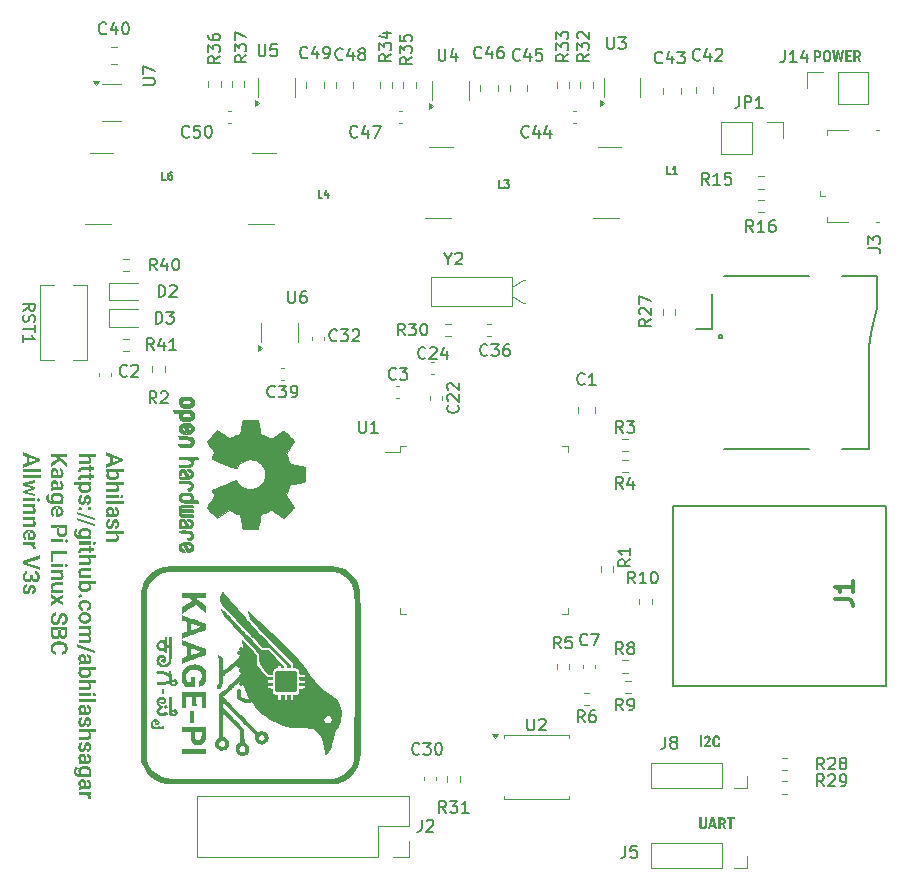
<source format=gto>
G04 #@! TF.GenerationSoftware,KiCad,Pcbnew,8.0.8*
G04 #@! TF.CreationDate,2025-04-08T21:38:23+05:30*
G04 #@! TF.ProjectId,kaage_pi,6b616167-655f-4706-992e-6b696361645f,rev?*
G04 #@! TF.SameCoordinates,Original*
G04 #@! TF.FileFunction,Legend,Top*
G04 #@! TF.FilePolarity,Positive*
%FSLAX46Y46*%
G04 Gerber Fmt 4.6, Leading zero omitted, Abs format (unit mm)*
G04 Created by KiCad (PCBNEW 8.0.8) date 2025-04-08 21:38:23*
%MOMM*%
%LPD*%
G01*
G04 APERTURE LIST*
%ADD10C,0.200000*%
%ADD11C,0.150000*%
%ADD12C,0.304800*%
%ADD13C,0.300000*%
%ADD14C,0.120000*%
%ADD15C,0.100000*%
%ADD16C,0.127000*%
%ADD17C,0.010000*%
%ADD18C,0.000000*%
G04 APERTURE END LIST*
D10*
G36*
X123288873Y-92040376D02*
G01*
X122102000Y-91641332D01*
X122102000Y-91361625D01*
X123502586Y-91884794D01*
X123502586Y-92063628D01*
X123288873Y-92040376D01*
G37*
G36*
X122102000Y-92374110D02*
G01*
X123288873Y-91973356D01*
X123502586Y-91949078D01*
X123502586Y-92128939D01*
X122102000Y-92655184D01*
X122102000Y-92374110D01*
G37*
G36*
X122617303Y-92355987D02*
G01*
X122408378Y-92355987D01*
X122408378Y-91604745D01*
X122617303Y-91604745D01*
X122617303Y-92355987D01*
G37*
G36*
X123590122Y-93025847D02*
G01*
X123053306Y-93025847D01*
X123083390Y-93051023D01*
X123126372Y-93105776D01*
X123136368Y-93122958D01*
X123162314Y-93189305D01*
X123173397Y-93259352D01*
X123174323Y-93288457D01*
X123168745Y-93361274D01*
X123150114Y-93432020D01*
X123134658Y-93466608D01*
X123097347Y-93524552D01*
X123049314Y-93573918D01*
X123023528Y-93593810D01*
X122961060Y-93630752D01*
X122895584Y-93657439D01*
X122853926Y-93669720D01*
X122784113Y-93684321D01*
X122709613Y-93692861D01*
X122637819Y-93695366D01*
X122617303Y-93695366D01*
X122545476Y-93692861D01*
X122477455Y-93685348D01*
X122407029Y-93671298D01*
X122400855Y-93669720D01*
X122330747Y-93647136D01*
X122268140Y-93617339D01*
X122230569Y-93593468D01*
X122177752Y-93548008D01*
X122132610Y-93489964D01*
X122119438Y-93466950D01*
X122093978Y-93401374D01*
X122081997Y-93333430D01*
X122080115Y-93290509D01*
X122084976Y-93227934D01*
X122281860Y-93227934D01*
X122291611Y-93296990D01*
X122306822Y-93330858D01*
X122353618Y-93381325D01*
X122377603Y-93396168D01*
X122444221Y-93421546D01*
X122484288Y-93430020D01*
X122552313Y-93438025D01*
X122617303Y-93440279D01*
X122638161Y-93440279D01*
X122708070Y-93437287D01*
X122766389Y-93429678D01*
X122833197Y-93412554D01*
X122873074Y-93395143D01*
X122929501Y-93351726D01*
X122945907Y-93329832D01*
X122969974Y-93262921D01*
X122972579Y-93225882D01*
X122963596Y-93155302D01*
X122951720Y-93124326D01*
X122909854Y-93067909D01*
X122894616Y-93055254D01*
X122841440Y-93025847D01*
X122411453Y-93025847D01*
X122352974Y-93060861D01*
X122317080Y-93099364D01*
X122288601Y-93164448D01*
X122281860Y-93227934D01*
X122084976Y-93227934D01*
X122085453Y-93221795D01*
X122103281Y-93155494D01*
X122118071Y-93123300D01*
X122157368Y-93065920D01*
X122208840Y-93017048D01*
X122214367Y-93013002D01*
X122102000Y-93000886D01*
X122102000Y-92771102D01*
X123590122Y-92771102D01*
X123590122Y-93025847D01*
G37*
G36*
X123590122Y-94123475D02*
G01*
X122102000Y-94123475D01*
X122102000Y-93868729D01*
X123590122Y-93868729D01*
X123590122Y-94123475D01*
G37*
G36*
X122672355Y-94083126D02*
G01*
X122672355Y-94008241D01*
X122745051Y-94011635D01*
X122813626Y-94021817D01*
X122872390Y-94036964D01*
X122937546Y-94061920D01*
X123000643Y-94096661D01*
X123031392Y-94118688D01*
X123081601Y-94165137D01*
X123124311Y-94222732D01*
X123136710Y-94245205D01*
X123162422Y-94312609D01*
X123173405Y-94380707D01*
X123174323Y-94408311D01*
X123169515Y-94477358D01*
X123153786Y-94544218D01*
X123152439Y-94548164D01*
X123121853Y-94609995D01*
X123082683Y-94656217D01*
X123023980Y-94698384D01*
X122958559Y-94725973D01*
X122891243Y-94741913D01*
X122819588Y-94749415D01*
X122773570Y-94750593D01*
X122102000Y-94750593D01*
X122102000Y-94494822D01*
X122777331Y-94494822D01*
X122846394Y-94488838D01*
X122892907Y-94473621D01*
X122946336Y-94427433D01*
X122954114Y-94413440D01*
X122971425Y-94344966D01*
X122972579Y-94317697D01*
X122963362Y-94247572D01*
X122948985Y-94212037D01*
X122905883Y-94156754D01*
X122884016Y-94139546D01*
X122821146Y-94107310D01*
X122788615Y-94097145D01*
X122718036Y-94085097D01*
X122672355Y-94083126D01*
G37*
G36*
X123152439Y-95236489D02*
G01*
X122102000Y-95236489D01*
X122102000Y-94981744D01*
X123152439Y-94981744D01*
X123152439Y-95236489D01*
G37*
G36*
X123414365Y-94964305D02*
G01*
X123483201Y-94982730D01*
X123508399Y-95003286D01*
X123541568Y-95066230D01*
X123546012Y-95108604D01*
X123532752Y-95177734D01*
X123508399Y-95213921D01*
X123447938Y-95249096D01*
X123414365Y-95252903D01*
X123346294Y-95234478D01*
X123321016Y-95213921D01*
X123288148Y-95150978D01*
X123283744Y-95108604D01*
X123296884Y-95039473D01*
X123321016Y-95003286D01*
X123381300Y-94968112D01*
X123414365Y-94964305D01*
G37*
G36*
X123590122Y-95745296D02*
G01*
X122102000Y-95745296D01*
X122102000Y-95490551D01*
X123590122Y-95490551D01*
X123590122Y-95745296D01*
G37*
G36*
X122326312Y-96558087D02*
G01*
X122813235Y-96558087D01*
X122882810Y-96548549D01*
X122905900Y-96539623D01*
X122959266Y-96495165D01*
X122966424Y-96483886D01*
X122986620Y-96416439D01*
X122987966Y-96388827D01*
X122978157Y-96319713D01*
X122970527Y-96299923D01*
X122927744Y-96245732D01*
X122921972Y-96241793D01*
X122855514Y-96221697D01*
X122850506Y-96221618D01*
X122850506Y-95966531D01*
X122920879Y-95976269D01*
X122972921Y-95997306D01*
X123031113Y-96037435D01*
X123076528Y-96085184D01*
X123115127Y-96144074D01*
X123143289Y-96208121D01*
X123148336Y-96222986D01*
X123165162Y-96291492D01*
X123173080Y-96360438D01*
X123174323Y-96403189D01*
X123170383Y-96474629D01*
X123156946Y-96547428D01*
X123133974Y-96614166D01*
X123097991Y-96678343D01*
X123050562Y-96731366D01*
X123012586Y-96760516D01*
X122946196Y-96793022D01*
X122875032Y-96809639D01*
X122809473Y-96813859D01*
X122350248Y-96813859D01*
X122281230Y-96816037D01*
X122215182Y-96823775D01*
X122148360Y-96841509D01*
X122118413Y-96854207D01*
X122102000Y-96854207D01*
X122102000Y-96595701D01*
X122167353Y-96574514D01*
X122203898Y-96567662D01*
X122273092Y-96559920D01*
X122326312Y-96558087D01*
G37*
G36*
X122736640Y-96593649D02*
G01*
X122585845Y-96595701D01*
X122585845Y-96434989D01*
X122581036Y-96366093D01*
X122573535Y-96330013D01*
X122545549Y-96265288D01*
X122538657Y-96255812D01*
X122483946Y-96212728D01*
X122414973Y-96198381D01*
X122412481Y-96198367D01*
X122344336Y-96215054D01*
X122342383Y-96216147D01*
X122294289Y-96266001D01*
X122293144Y-96268122D01*
X122275797Y-96334345D01*
X122275363Y-96348478D01*
X122284127Y-96418743D01*
X122303060Y-96465764D01*
X122344714Y-96521716D01*
X122370764Y-96543384D01*
X122433067Y-96571792D01*
X122446675Y-96573475D01*
X122335545Y-96646650D01*
X122270646Y-96617139D01*
X122251427Y-96605959D01*
X122195889Y-96564179D01*
X122168678Y-96536887D01*
X122127781Y-96480509D01*
X122105077Y-96434989D01*
X122085600Y-96366272D01*
X122080115Y-96296503D01*
X122085837Y-96223782D01*
X122103004Y-96156928D01*
X122120806Y-96115617D01*
X122158777Y-96056414D01*
X122210651Y-96005027D01*
X122231937Y-95989783D01*
X122297302Y-95958227D01*
X122364679Y-95944748D01*
X122392307Y-95943621D01*
X122461515Y-95949512D01*
X122527241Y-95968896D01*
X122539341Y-95974396D01*
X122598240Y-96012608D01*
X122647052Y-96065694D01*
X122683672Y-96128896D01*
X122707752Y-96194124D01*
X122713730Y-96216147D01*
X122727691Y-96287298D01*
X122734828Y-96359024D01*
X122736640Y-96422337D01*
X122736640Y-96593649D01*
G37*
G36*
X122388203Y-97608869D02*
G01*
X122447701Y-97591430D01*
X122490374Y-97537949D01*
X122495914Y-97526461D01*
X122519777Y-97459142D01*
X122537289Y-97387634D01*
X122554484Y-97319379D01*
X122576538Y-97251479D01*
X122581399Y-97238548D01*
X122610464Y-97175204D01*
X122645000Y-97121263D01*
X122694488Y-97070671D01*
X122733905Y-97044668D01*
X122800478Y-97021828D01*
X122852558Y-97017313D01*
X122923652Y-97026185D01*
X122975656Y-97045352D01*
X123033559Y-97082092D01*
X123078238Y-97126050D01*
X123117989Y-97184778D01*
X123146715Y-97250239D01*
X123148336Y-97254961D01*
X123166101Y-97325114D01*
X123173689Y-97396936D01*
X123174323Y-97426273D01*
X123170888Y-97497980D01*
X123159014Y-97570803D01*
X123138658Y-97636413D01*
X123130897Y-97654689D01*
X123097438Y-97715219D01*
X123052182Y-97769179D01*
X123012244Y-97801381D01*
X122947962Y-97834369D01*
X122877359Y-97850539D01*
X122842642Y-97852330D01*
X122842642Y-97598269D01*
X122911174Y-97582823D01*
X122917526Y-97579462D01*
X122966557Y-97531703D01*
X122971895Y-97522358D01*
X122991103Y-97456707D01*
X122992753Y-97425247D01*
X122982559Y-97355171D01*
X122974630Y-97336001D01*
X122929590Y-97282804D01*
X122927785Y-97281632D01*
X122864184Y-97263510D01*
X122818706Y-97273768D01*
X122782118Y-97306936D01*
X122752027Y-97369853D01*
X122732896Y-97437079D01*
X122725698Y-97468674D01*
X122709663Y-97538464D01*
X122688553Y-97608600D01*
X122663807Y-97671786D01*
X122628349Y-97736311D01*
X122581076Y-97791663D01*
X122561909Y-97807878D01*
X122499751Y-97841538D01*
X122429842Y-97855915D01*
X122399829Y-97857117D01*
X122328728Y-97848625D01*
X122271602Y-97827027D01*
X122214352Y-97787795D01*
X122170729Y-97740516D01*
X122132689Y-97678454D01*
X122107117Y-97614893D01*
X122104051Y-97605108D01*
X122088554Y-97537657D01*
X122081261Y-97469584D01*
X122080115Y-97427299D01*
X122083321Y-97358419D01*
X122094591Y-97287521D01*
X122116630Y-97216929D01*
X122131406Y-97184863D01*
X122170177Y-97122386D01*
X122219937Y-97067224D01*
X122262369Y-97034752D01*
X122327841Y-97001764D01*
X122395344Y-96985594D01*
X122427184Y-96983803D01*
X122427184Y-97227264D01*
X122358056Y-97242488D01*
X122330073Y-97259748D01*
X122286733Y-97313411D01*
X122277415Y-97335317D01*
X122262930Y-97403833D01*
X122261685Y-97432086D01*
X122269443Y-97502508D01*
X122278099Y-97528855D01*
X122317676Y-97584741D01*
X122322893Y-97588695D01*
X122388203Y-97608869D01*
G37*
G36*
X123590122Y-98292407D02*
G01*
X122102000Y-98292407D01*
X122102000Y-98037662D01*
X123590122Y-98037662D01*
X123590122Y-98292407D01*
G37*
G36*
X122672355Y-98252058D02*
G01*
X122672355Y-98177173D01*
X122745051Y-98180567D01*
X122813626Y-98190749D01*
X122872390Y-98205896D01*
X122937546Y-98230852D01*
X123000643Y-98265594D01*
X123031392Y-98287620D01*
X123081601Y-98334069D01*
X123124311Y-98391664D01*
X123136710Y-98414138D01*
X123162422Y-98481541D01*
X123173405Y-98549639D01*
X123174323Y-98577243D01*
X123169515Y-98646291D01*
X123153786Y-98713150D01*
X123152439Y-98717096D01*
X123121853Y-98778928D01*
X123082683Y-98825150D01*
X123023980Y-98867316D01*
X122958559Y-98894905D01*
X122891243Y-98910846D01*
X122819588Y-98918347D01*
X122773570Y-98919525D01*
X122102000Y-98919525D01*
X122102000Y-98663754D01*
X122777331Y-98663754D01*
X122846394Y-98657771D01*
X122892907Y-98642554D01*
X122946336Y-98596365D01*
X122954114Y-98582372D01*
X122971425Y-98513899D01*
X122972579Y-98486629D01*
X122963362Y-98416505D01*
X122948985Y-98380969D01*
X122905883Y-98325687D01*
X122884016Y-98308478D01*
X122821146Y-98276242D01*
X122788615Y-98266078D01*
X122718036Y-98254030D01*
X122672355Y-98252058D01*
G37*
G36*
X121238122Y-91713482D02*
G01*
X119750000Y-91713482D01*
X119750000Y-91458736D01*
X121238122Y-91458736D01*
X121238122Y-91713482D01*
G37*
G36*
X120320355Y-91673133D02*
G01*
X120320355Y-91598248D01*
X120393051Y-91601642D01*
X120461626Y-91611824D01*
X120520390Y-91626971D01*
X120585546Y-91651927D01*
X120648643Y-91686668D01*
X120679392Y-91708695D01*
X120729601Y-91755144D01*
X120772311Y-91812739D01*
X120784710Y-91835212D01*
X120810422Y-91902616D01*
X120821405Y-91970714D01*
X120822323Y-91998318D01*
X120817515Y-92067365D01*
X120801786Y-92134225D01*
X120800439Y-92138171D01*
X120769853Y-92200002D01*
X120730683Y-92246224D01*
X120671980Y-92288391D01*
X120606559Y-92315980D01*
X120539243Y-92331920D01*
X120467588Y-92339422D01*
X120421570Y-92340600D01*
X119750000Y-92340600D01*
X119750000Y-92084829D01*
X120425331Y-92084829D01*
X120494394Y-92078845D01*
X120540907Y-92063628D01*
X120594336Y-92017440D01*
X120602114Y-92003447D01*
X120619425Y-91934973D01*
X120620579Y-91907704D01*
X120611362Y-91837579D01*
X120596985Y-91802044D01*
X120553883Y-91746761D01*
X120532016Y-91729553D01*
X120469146Y-91697317D01*
X120436615Y-91687152D01*
X120366036Y-91675104D01*
X120320355Y-91673133D01*
G37*
G36*
X120800439Y-93049783D02*
G01*
X120617843Y-93049783D01*
X120617843Y-92453440D01*
X120800439Y-92453440D01*
X120800439Y-93049783D01*
G37*
G36*
X121041165Y-92613126D02*
G01*
X121041165Y-92867871D01*
X120047145Y-92867871D01*
X119979225Y-92878690D01*
X119976022Y-92880181D01*
X119942512Y-92917794D01*
X119933963Y-92977634D01*
X119936699Y-93023796D01*
X119942512Y-93059357D01*
X119752051Y-93060383D01*
X119735782Y-92993545D01*
X119734954Y-92988576D01*
X119728443Y-92920013D01*
X119728115Y-92898646D01*
X119733679Y-92827839D01*
X119751986Y-92760835D01*
X119757180Y-92748534D01*
X119795648Y-92691430D01*
X119852240Y-92648688D01*
X119918100Y-92624378D01*
X119987471Y-92614376D01*
X120026629Y-92613126D01*
X121041165Y-92613126D01*
G37*
G36*
X120800439Y-93707676D02*
G01*
X120617843Y-93707676D01*
X120617843Y-93111332D01*
X120800439Y-93111332D01*
X120800439Y-93707676D01*
G37*
G36*
X121041165Y-93271018D02*
G01*
X121041165Y-93525764D01*
X120047145Y-93525764D01*
X119979225Y-93536583D01*
X119976022Y-93538073D01*
X119942512Y-93575687D01*
X119933963Y-93635526D01*
X119936699Y-93681688D01*
X119942512Y-93717250D01*
X119752051Y-93718276D01*
X119735782Y-93651437D01*
X119734954Y-93646468D01*
X119728443Y-93577905D01*
X119728115Y-93556538D01*
X119733679Y-93485731D01*
X119751986Y-93418727D01*
X119757180Y-93406427D01*
X119795648Y-93349323D01*
X119852240Y-93306580D01*
X119918100Y-93282270D01*
X119987471Y-93272269D01*
X120026629Y-93271018D01*
X121041165Y-93271018D01*
G37*
G36*
X120800439Y-94107745D02*
G01*
X120693327Y-94117963D01*
X120731606Y-94150850D01*
X120774382Y-94206304D01*
X120784368Y-94223663D01*
X120810314Y-94290244D01*
X120821397Y-94360391D01*
X120822323Y-94389504D01*
X120816986Y-94460510D01*
X120799157Y-94529836D01*
X120784368Y-94563893D01*
X120744743Y-94625500D01*
X120696462Y-94674619D01*
X120674947Y-94691437D01*
X120612645Y-94729378D01*
X120547120Y-94756786D01*
X120505345Y-94769399D01*
X120434974Y-94784195D01*
X120366372Y-94792316D01*
X120293363Y-94795361D01*
X120285819Y-94795387D01*
X120265303Y-94795387D01*
X120195132Y-94792782D01*
X120121723Y-94783900D01*
X120052274Y-94768715D01*
X119982439Y-94745506D01*
X119919623Y-94715373D01*
X119881646Y-94691437D01*
X119827996Y-94645978D01*
X119784841Y-94592392D01*
X119768464Y-94564919D01*
X119742340Y-94500016D01*
X119729534Y-94427552D01*
X119728115Y-94391556D01*
X119733297Y-94324193D01*
X119928150Y-94324193D01*
X119939489Y-94393575D01*
X119954480Y-94424040D01*
X120003242Y-94475567D01*
X120027997Y-94491402D01*
X120092030Y-94518276D01*
X120135708Y-94529016D01*
X120206778Y-94538416D01*
X120265645Y-94540642D01*
X120286161Y-94540642D01*
X120358472Y-94537071D01*
X120417466Y-94527990D01*
X120484034Y-94508264D01*
X120523468Y-94489351D01*
X120576935Y-94446653D01*
X120594933Y-94422330D01*
X120618074Y-94357197D01*
X120620579Y-94322142D01*
X120612038Y-94252319D01*
X120600746Y-94221270D01*
X120559857Y-94164410D01*
X120544668Y-94151856D01*
X120498522Y-94126894D01*
X120050636Y-94126894D01*
X119994299Y-94162118D01*
X119962344Y-94197676D01*
X119934695Y-94261605D01*
X119928150Y-94324193D01*
X119733297Y-94324193D01*
X119733405Y-94322794D01*
X119751073Y-94256332D01*
X119765729Y-94224005D01*
X119804662Y-94165961D01*
X119844759Y-94126894D01*
X119356085Y-94126894D01*
X119356085Y-93872149D01*
X120800439Y-93872149D01*
X120800439Y-94107745D01*
G37*
G36*
X120036203Y-95547655D02*
G01*
X120095701Y-95530216D01*
X120138374Y-95476734D01*
X120143914Y-95465247D01*
X120167777Y-95397928D01*
X120185289Y-95326420D01*
X120202484Y-95258165D01*
X120224538Y-95190265D01*
X120229399Y-95177334D01*
X120258464Y-95113989D01*
X120293000Y-95060048D01*
X120342488Y-95009457D01*
X120381905Y-94983454D01*
X120448478Y-94960613D01*
X120500558Y-94956099D01*
X120571652Y-94964970D01*
X120623656Y-94984138D01*
X120681559Y-95020878D01*
X120726238Y-95064836D01*
X120765989Y-95123564D01*
X120794715Y-95189025D01*
X120796336Y-95193747D01*
X120814101Y-95263899D01*
X120821689Y-95335722D01*
X120822323Y-95365059D01*
X120818888Y-95436766D01*
X120807014Y-95509589D01*
X120786658Y-95575198D01*
X120778897Y-95593475D01*
X120745438Y-95654005D01*
X120700182Y-95707965D01*
X120660244Y-95740167D01*
X120595962Y-95773155D01*
X120525359Y-95789325D01*
X120490642Y-95791116D01*
X120490642Y-95537055D01*
X120559174Y-95521609D01*
X120565526Y-95518248D01*
X120614557Y-95470489D01*
X120619895Y-95461144D01*
X120639103Y-95395493D01*
X120640753Y-95364033D01*
X120630559Y-95293957D01*
X120622630Y-95274787D01*
X120577590Y-95221589D01*
X120575785Y-95220418D01*
X120512184Y-95202295D01*
X120466706Y-95212554D01*
X120430118Y-95245722D01*
X120400027Y-95308639D01*
X120380896Y-95375864D01*
X120373698Y-95407459D01*
X120357663Y-95477250D01*
X120336553Y-95547386D01*
X120311807Y-95610572D01*
X120276349Y-95675097D01*
X120229076Y-95730448D01*
X120209909Y-95746664D01*
X120147751Y-95780324D01*
X120077842Y-95794701D01*
X120047829Y-95795903D01*
X119976728Y-95787411D01*
X119919602Y-95765812D01*
X119862352Y-95726581D01*
X119818729Y-95679302D01*
X119780689Y-95617240D01*
X119755117Y-95553679D01*
X119752051Y-95543893D01*
X119736554Y-95476442D01*
X119729261Y-95408370D01*
X119728115Y-95366085D01*
X119731321Y-95297205D01*
X119742591Y-95226306D01*
X119764630Y-95155714D01*
X119779406Y-95123649D01*
X119818177Y-95061172D01*
X119867937Y-95006010D01*
X119910369Y-94973538D01*
X119975841Y-94940550D01*
X120043344Y-94924380D01*
X120075184Y-94922588D01*
X120075184Y-95166050D01*
X120006056Y-95181274D01*
X119978073Y-95198534D01*
X119934733Y-95252197D01*
X119925415Y-95274103D01*
X119910930Y-95342619D01*
X119909685Y-95370872D01*
X119917443Y-95441294D01*
X119926099Y-95467641D01*
X119965676Y-95523526D01*
X119970893Y-95527480D01*
X120036203Y-95547655D01*
G37*
G36*
X119862840Y-95988073D02*
G01*
X119930433Y-96005009D01*
X119959609Y-96027397D01*
X119993696Y-96087503D01*
X119999274Y-96134082D01*
X119985290Y-96204190D01*
X119959609Y-96240767D01*
X119900192Y-96275745D01*
X119862840Y-96280432D01*
X119795997Y-96263350D01*
X119767096Y-96240767D01*
X119733597Y-96180660D01*
X119728115Y-96134082D01*
X119741858Y-96063974D01*
X119767096Y-96027397D01*
X119829100Y-95991914D01*
X119862840Y-95988073D01*
G37*
G36*
X120672554Y-95989099D02*
G01*
X120740147Y-96006034D01*
X120769323Y-96028422D01*
X120803410Y-96088529D01*
X120808988Y-96135108D01*
X120795004Y-96205215D01*
X120769323Y-96241793D01*
X120709906Y-96276771D01*
X120672554Y-96281458D01*
X120605711Y-96264376D01*
X120576810Y-96241793D01*
X120543311Y-96181686D01*
X120537829Y-96135108D01*
X120551572Y-96065000D01*
X120576810Y-96028422D01*
X120638814Y-95992939D01*
X120672554Y-95989099D01*
G37*
G36*
X121150586Y-97117501D02*
G01*
X119618695Y-96588520D01*
X119618695Y-96395324D01*
X121150586Y-96924305D01*
X121150586Y-97117501D01*
G37*
G36*
X121150586Y-97635882D02*
G01*
X119618695Y-97106901D01*
X119618695Y-96913705D01*
X121150586Y-97442686D01*
X121150586Y-97635882D01*
G37*
G36*
X120356387Y-97740927D02*
G01*
X120425416Y-97749342D01*
X120496412Y-97765078D01*
X120502609Y-97766845D01*
X120567470Y-97789777D01*
X120630671Y-97821521D01*
X120672896Y-97849937D01*
X120725600Y-97897892D01*
X120767582Y-97953410D01*
X120783342Y-97981584D01*
X120808581Y-98047867D01*
X120820953Y-98120584D01*
X120822323Y-98156315D01*
X120816986Y-98228988D01*
X120799157Y-98297515D01*
X120784368Y-98330020D01*
X120744939Y-98387307D01*
X120698114Y-98430637D01*
X120800439Y-98441151D01*
X120800439Y-98671960D01*
X119795819Y-98671960D01*
X119719956Y-98667119D01*
X119650854Y-98652594D01*
X119582005Y-98625099D01*
X119556803Y-98610753D01*
X119500043Y-98567937D01*
X119452432Y-98515571D01*
X119413970Y-98453654D01*
X119407376Y-98440125D01*
X119382582Y-98375598D01*
X119365902Y-98305498D01*
X119357337Y-98229827D01*
X119356085Y-98185380D01*
X119361006Y-98115999D01*
X119373524Y-98049972D01*
X119393985Y-97983213D01*
X119423312Y-97918859D01*
X119427892Y-97910460D01*
X119467247Y-97852908D01*
X119519660Y-97802450D01*
X119523293Y-97799672D01*
X119673405Y-97913879D01*
X119623126Y-97965536D01*
X119585769Y-98023053D01*
X119581765Y-98031165D01*
X119558171Y-98099382D01*
X119550337Y-98167994D01*
X119550307Y-98172728D01*
X119557402Y-98244023D01*
X119578688Y-98304033D01*
X119621146Y-98359675D01*
X119660753Y-98387466D01*
X119729323Y-98411245D01*
X119793426Y-98416873D01*
X119845397Y-98416873D01*
X119818832Y-98394471D01*
X119776056Y-98339231D01*
X119766071Y-98321814D01*
X119740125Y-98254803D01*
X119734341Y-98217864D01*
X119930886Y-98217864D01*
X119939349Y-98289672D01*
X119964738Y-98347117D01*
X120014264Y-98398655D01*
X120045942Y-98416873D01*
X120502149Y-98416873D01*
X120521119Y-98408420D01*
X120542616Y-98393621D01*
X120589975Y-98340744D01*
X120599720Y-98322498D01*
X120618542Y-98255499D01*
X120620579Y-98219916D01*
X120609387Y-98150254D01*
X120594591Y-98118702D01*
X120549161Y-98066572D01*
X120522100Y-98047578D01*
X120458521Y-98018299D01*
X120414731Y-98005861D01*
X120343120Y-97994525D01*
X120283084Y-97991842D01*
X120262568Y-97991842D01*
X120191688Y-97995605D01*
X120133314Y-98005177D01*
X120067197Y-98026362D01*
X120027655Y-98046552D01*
X119974496Y-98091894D01*
X119956531Y-98116992D01*
X119933390Y-98182889D01*
X119930886Y-98217864D01*
X119734341Y-98217864D01*
X119729042Y-98184022D01*
X119728115Y-98154605D01*
X119733741Y-98085026D01*
X119752534Y-98015834D01*
X119768122Y-97981242D01*
X119805933Y-97922455D01*
X119854353Y-97871118D01*
X119880279Y-97849937D01*
X119937949Y-97812927D01*
X120002736Y-97782938D01*
X120049881Y-97766845D01*
X120118981Y-97750492D01*
X120192283Y-97740927D01*
X120262568Y-97738122D01*
X120283084Y-97738122D01*
X120356387Y-97740927D01*
G37*
G36*
X120800439Y-99163328D02*
G01*
X119750000Y-99163328D01*
X119750000Y-98908583D01*
X120800439Y-98908583D01*
X120800439Y-99163328D01*
G37*
G36*
X121062365Y-98891144D02*
G01*
X121131201Y-98909569D01*
X121156399Y-98930125D01*
X121189568Y-98993069D01*
X121194012Y-99035443D01*
X121180752Y-99104573D01*
X121156399Y-99140760D01*
X121095938Y-99175935D01*
X121062365Y-99179741D01*
X120994294Y-99161317D01*
X120969016Y-99140760D01*
X120936148Y-99077816D01*
X120931744Y-99035443D01*
X120944884Y-98966312D01*
X120969016Y-98930125D01*
X121029300Y-98894951D01*
X121062365Y-98891144D01*
G37*
G36*
X120800439Y-99895422D02*
G01*
X120617843Y-99895422D01*
X120617843Y-99299078D01*
X120800439Y-99299078D01*
X120800439Y-99895422D01*
G37*
G36*
X121041165Y-99458764D02*
G01*
X121041165Y-99713510D01*
X120047145Y-99713510D01*
X119979225Y-99724329D01*
X119976022Y-99725819D01*
X119942512Y-99763433D01*
X119933963Y-99823272D01*
X119936699Y-99869434D01*
X119942512Y-99904996D01*
X119752051Y-99906022D01*
X119735782Y-99839183D01*
X119734954Y-99834214D01*
X119728443Y-99765651D01*
X119728115Y-99744284D01*
X119733679Y-99673477D01*
X119751986Y-99606473D01*
X119757180Y-99594173D01*
X119795648Y-99537069D01*
X119852240Y-99494326D01*
X119918100Y-99470016D01*
X119987471Y-99460015D01*
X120026629Y-99458764D01*
X121041165Y-99458764D01*
G37*
G36*
X121238122Y-100309853D02*
G01*
X119750000Y-100309853D01*
X119750000Y-100055108D01*
X121238122Y-100055108D01*
X121238122Y-100309853D01*
G37*
G36*
X120320355Y-100269504D02*
G01*
X120320355Y-100194619D01*
X120393051Y-100198013D01*
X120461626Y-100208195D01*
X120520390Y-100223342D01*
X120585546Y-100248298D01*
X120648643Y-100283040D01*
X120679392Y-100305066D01*
X120729601Y-100351515D01*
X120772311Y-100409110D01*
X120784710Y-100431584D01*
X120810422Y-100498987D01*
X120821405Y-100567085D01*
X120822323Y-100594689D01*
X120817515Y-100663736D01*
X120801786Y-100730596D01*
X120800439Y-100734542D01*
X120769853Y-100796373D01*
X120730683Y-100842595D01*
X120671980Y-100884762D01*
X120606559Y-100912351D01*
X120539243Y-100928291D01*
X120467588Y-100935793D01*
X120421570Y-100936971D01*
X119750000Y-100936971D01*
X119750000Y-100681200D01*
X120425331Y-100681200D01*
X120494394Y-100675216D01*
X120540907Y-100660000D01*
X120594336Y-100613811D01*
X120602114Y-100599818D01*
X120619425Y-100531345D01*
X120620579Y-100504075D01*
X120611362Y-100433950D01*
X120596985Y-100398415D01*
X120553883Y-100343133D01*
X120532016Y-100325924D01*
X120469146Y-100293688D01*
X120436615Y-100283524D01*
X120366036Y-100271476D01*
X120320355Y-100269504D01*
G37*
G36*
X119999616Y-101773014D02*
G01*
X120800439Y-101773014D01*
X120800439Y-102028785D01*
X119750000Y-102028785D01*
X119750000Y-101788401D01*
X119999616Y-101773014D01*
G37*
G36*
X120209909Y-101805840D02*
G01*
X120211618Y-101884487D01*
X120141582Y-101881739D01*
X120069510Y-101872475D01*
X120018422Y-101861235D01*
X119950359Y-101838388D01*
X119885770Y-101804317D01*
X119864891Y-101789769D01*
X119813775Y-101742374D01*
X119773524Y-101685162D01*
X119764019Y-101667013D01*
X119740773Y-101602544D01*
X119729378Y-101529159D01*
X119728115Y-101492281D01*
X119732924Y-101423084D01*
X119748653Y-101355732D01*
X119750000Y-101351744D01*
X119780393Y-101289186D01*
X119819071Y-101242323D01*
X119876832Y-101199793D01*
X119940460Y-101171884D01*
X120011576Y-101154820D01*
X120081908Y-101147800D01*
X120120321Y-101146922D01*
X120800439Y-101146922D01*
X120800439Y-101400983D01*
X120116217Y-101400983D01*
X120047038Y-101407715D01*
X120028339Y-101412951D01*
X119971235Y-101446461D01*
X119940118Y-101497411D01*
X119930886Y-101560327D01*
X119936981Y-101628907D01*
X119961216Y-101695650D01*
X119967815Y-101705994D01*
X120017860Y-101756652D01*
X120068004Y-101782588D01*
X120134938Y-101800027D01*
X120204988Y-101805818D01*
X120209909Y-101805840D01*
G37*
G36*
X121238122Y-102500321D02*
G01*
X120701307Y-102500321D01*
X120731390Y-102525496D01*
X120774372Y-102580249D01*
X120784368Y-102597431D01*
X120810314Y-102663779D01*
X120821397Y-102733825D01*
X120822323Y-102762930D01*
X120816745Y-102835748D01*
X120798114Y-102906493D01*
X120782658Y-102941081D01*
X120745347Y-102999025D01*
X120697314Y-103048392D01*
X120671528Y-103068283D01*
X120609060Y-103105225D01*
X120543584Y-103131912D01*
X120501926Y-103144193D01*
X120432113Y-103158794D01*
X120357613Y-103167335D01*
X120285819Y-103169839D01*
X120265303Y-103169839D01*
X120193476Y-103167335D01*
X120125455Y-103159821D01*
X120055029Y-103145771D01*
X120048855Y-103144193D01*
X119978747Y-103121609D01*
X119916140Y-103091813D01*
X119878569Y-103067941D01*
X119825752Y-103022482D01*
X119780610Y-102964437D01*
X119767438Y-102941423D01*
X119741978Y-102875847D01*
X119729997Y-102807903D01*
X119728115Y-102764982D01*
X119732976Y-102702407D01*
X119929860Y-102702407D01*
X119939611Y-102771463D01*
X119954822Y-102805331D01*
X120001618Y-102855798D01*
X120025603Y-102870642D01*
X120092221Y-102896020D01*
X120132288Y-102904494D01*
X120200313Y-102912498D01*
X120265303Y-102914752D01*
X120286161Y-102914752D01*
X120356070Y-102911760D01*
X120414389Y-102904152D01*
X120481197Y-102887028D01*
X120521074Y-102869616D01*
X120577501Y-102826199D01*
X120593907Y-102804305D01*
X120617974Y-102737394D01*
X120620579Y-102700355D01*
X120611596Y-102629775D01*
X120599720Y-102598799D01*
X120557854Y-102542382D01*
X120542616Y-102529727D01*
X120489442Y-102500321D01*
X120059451Y-102500321D01*
X120000974Y-102535335D01*
X119965080Y-102573838D01*
X119936601Y-102638921D01*
X119929860Y-102702407D01*
X119732976Y-102702407D01*
X119733453Y-102696268D01*
X119751281Y-102629968D01*
X119766071Y-102597773D01*
X119805368Y-102540393D01*
X119856840Y-102491521D01*
X119862366Y-102487475D01*
X119750000Y-102475359D01*
X119750000Y-102245575D01*
X121238122Y-102245575D01*
X121238122Y-102500321D01*
G37*
G36*
X119862840Y-103359616D02*
G01*
X119930433Y-103376551D01*
X119959609Y-103398939D01*
X119993696Y-103459045D01*
X119999274Y-103505624D01*
X119985290Y-103575732D01*
X119959609Y-103612309D01*
X119900192Y-103647287D01*
X119862840Y-103651974D01*
X119795997Y-103634892D01*
X119767096Y-103612309D01*
X119733597Y-103552203D01*
X119728115Y-103505624D01*
X119741858Y-103435516D01*
X119767096Y-103398939D01*
X119829100Y-103363456D01*
X119862840Y-103359616D01*
G37*
G36*
X119928150Y-104332435D02*
G01*
X119938171Y-104401065D01*
X119949351Y-104428520D01*
X119991281Y-104482696D01*
X120009532Y-104496566D01*
X120075120Y-104521571D01*
X120100146Y-104523921D01*
X120100146Y-104763279D01*
X120029661Y-104755477D01*
X119964429Y-104734423D01*
X119909685Y-104703782D01*
X119856017Y-104659568D01*
X119810671Y-104606384D01*
X119776671Y-104550251D01*
X119749026Y-104481955D01*
X119733853Y-104415170D01*
X119728163Y-104343910D01*
X119728115Y-104336538D01*
X119732122Y-104264317D01*
X119745787Y-104191815D01*
X119769148Y-104126587D01*
X119804395Y-104063884D01*
X119848585Y-104009644D01*
X119883014Y-103978185D01*
X119941165Y-103938002D01*
X120005856Y-103906185D01*
X120052616Y-103889623D01*
X120120721Y-103873075D01*
X120191977Y-103863396D01*
X120259490Y-103860558D01*
X120290949Y-103860558D01*
X120365029Y-103863992D01*
X120435878Y-103874295D01*
X120497480Y-103889623D01*
X120566691Y-103915861D01*
X120629170Y-103950467D01*
X120667083Y-103978185D01*
X120717444Y-104026783D01*
X120758765Y-104083845D01*
X120781290Y-104126587D01*
X120804652Y-104191694D01*
X120818316Y-104263832D01*
X120822323Y-104335512D01*
X120818482Y-104403914D01*
X120805206Y-104474332D01*
X120782445Y-104538873D01*
X120773768Y-104557090D01*
X120735659Y-104618024D01*
X120688094Y-104669180D01*
X120636650Y-104707201D01*
X120572241Y-104738357D01*
X120500316Y-104757068D01*
X120428408Y-104763279D01*
X120428408Y-104523921D01*
X120498140Y-104511388D01*
X120526203Y-104498960D01*
X120579796Y-104455958D01*
X120595959Y-104433649D01*
X120619717Y-104366783D01*
X120622288Y-104330725D01*
X120612524Y-104261696D01*
X120594591Y-104223356D01*
X120547281Y-104173636D01*
X120519364Y-104157020D01*
X120452269Y-104132238D01*
X120413363Y-104124193D01*
X120341999Y-104116770D01*
X120290949Y-104115303D01*
X120259490Y-104115303D01*
X120188240Y-104118116D01*
X120135366Y-104124193D01*
X120066524Y-104141344D01*
X120029706Y-104157020D01*
X119974653Y-104198512D01*
X119955505Y-104223356D01*
X119931383Y-104289617D01*
X119928150Y-104332435D01*
G37*
G36*
X120355814Y-104885447D02*
G01*
X120429473Y-104896264D01*
X120498848Y-104914759D01*
X120563246Y-104940802D01*
X120626495Y-104977138D01*
X120669134Y-105009818D01*
X120718774Y-105060644D01*
X120759470Y-105119260D01*
X120781632Y-105162665D01*
X120804799Y-105227912D01*
X120818350Y-105299058D01*
X120822323Y-105368855D01*
X120818350Y-105439554D01*
X120804799Y-105511306D01*
X120781632Y-105576755D01*
X120746899Y-105640981D01*
X120703221Y-105697224D01*
X120669134Y-105730286D01*
X120611368Y-105772985D01*
X120546292Y-105807222D01*
X120498848Y-105825345D01*
X120429473Y-105844034D01*
X120355814Y-105854965D01*
X120285136Y-105858171D01*
X120264619Y-105858171D01*
X120194268Y-105854965D01*
X120120738Y-105844034D01*
X120051249Y-105825345D01*
X119986964Y-105799456D01*
X119923564Y-105763104D01*
X119880621Y-105730286D01*
X119830820Y-105679459D01*
X119790156Y-105620843D01*
X119768122Y-105577438D01*
X119745345Y-105512265D01*
X119732022Y-105440869D01*
X119728115Y-105370565D01*
X119928150Y-105370565D01*
X119938302Y-105440689D01*
X119954138Y-105476224D01*
X119999406Y-105529750D01*
X120026287Y-105549057D01*
X120090027Y-105578657D01*
X120133656Y-105590774D01*
X120204943Y-105601834D01*
X120264277Y-105604452D01*
X120285136Y-105604452D01*
X120355845Y-105600592D01*
X120414389Y-105590774D01*
X120481318Y-105569634D01*
X120521416Y-105549057D01*
X120574360Y-105504739D01*
X120595275Y-105475882D01*
X120619096Y-105409580D01*
X120622288Y-105368855D01*
X120611736Y-105298597D01*
X120595275Y-105262854D01*
X120548758Y-105209798D01*
X120521416Y-105190704D01*
X120457810Y-105161559D01*
X120414389Y-105149330D01*
X120343703Y-105138546D01*
X120285136Y-105135994D01*
X120264277Y-105135994D01*
X120192671Y-105139758D01*
X120133656Y-105149330D01*
X120066442Y-105170514D01*
X120026287Y-105190704D01*
X119972350Y-105237016D01*
X119954138Y-105263196D01*
X119931221Y-105329645D01*
X119928150Y-105370565D01*
X119728115Y-105370565D01*
X119732022Y-105300848D01*
X119745345Y-105229481D01*
X119768122Y-105163691D01*
X119802696Y-105099257D01*
X119846405Y-105042901D01*
X119880621Y-105009818D01*
X119938756Y-104967279D01*
X120003911Y-104933010D01*
X120051249Y-104914759D01*
X120120738Y-104896264D01*
X120194268Y-104885447D01*
X120264619Y-104882274D01*
X120285136Y-104882274D01*
X120355814Y-104885447D01*
G37*
G36*
X120585017Y-106289357D02*
G01*
X119750000Y-106289357D01*
X119750000Y-106035638D01*
X120800439Y-106035638D01*
X120800439Y-106274996D01*
X120585017Y-106289357D01*
G37*
G36*
X120320355Y-106252086D02*
G01*
X120320355Y-106174124D01*
X120393051Y-106177235D01*
X120461626Y-106186568D01*
X120520390Y-106200453D01*
X120585546Y-106223967D01*
X120648643Y-106257362D01*
X120679392Y-106278757D01*
X120733042Y-106328948D01*
X120774911Y-106388563D01*
X120784710Y-106407327D01*
X120809063Y-106473567D01*
X120820523Y-106541824D01*
X120822323Y-106584794D01*
X120816437Y-106655991D01*
X120801465Y-106713363D01*
X120770534Y-106774443D01*
X120736154Y-106814919D01*
X120678091Y-106857006D01*
X120621263Y-106880914D01*
X120554326Y-106896809D01*
X120482678Y-106903598D01*
X120452686Y-106904166D01*
X119750000Y-106904166D01*
X119750000Y-106650104D01*
X120428408Y-106650104D01*
X120498079Y-106644217D01*
X120544326Y-106629246D01*
X120596193Y-106583943D01*
X120603482Y-106570090D01*
X120619761Y-106500859D01*
X120620579Y-106478108D01*
X120611362Y-106409988D01*
X120596985Y-106375526D01*
X120553883Y-106322033D01*
X120532016Y-106305429D01*
X120469146Y-106274603D01*
X120436615Y-106265080D01*
X120366036Y-106253913D01*
X120320355Y-106252086D01*
G37*
G36*
X120367543Y-106884675D02*
G01*
X120348394Y-106780041D01*
X120420266Y-106784273D01*
X120488675Y-106795429D01*
X120532358Y-106806713D01*
X120598872Y-106831891D01*
X120662675Y-106868094D01*
X120683496Y-106883307D01*
X120734976Y-106932301D01*
X120775723Y-106990719D01*
X120785394Y-107009141D01*
X120809304Y-107074435D01*
X120821025Y-107147516D01*
X120822323Y-107183872D01*
X120817515Y-107252695D01*
X120800439Y-107322700D01*
X120767813Y-107386978D01*
X120731367Y-107429043D01*
X120673413Y-107470291D01*
X120609295Y-107496748D01*
X120537422Y-107512876D01*
X120465711Y-107519512D01*
X120426357Y-107520341D01*
X119750000Y-107520341D01*
X119750000Y-107264570D01*
X120429434Y-107264570D01*
X120501046Y-107258684D01*
X120547404Y-107243712D01*
X120598876Y-107196189D01*
X120604508Y-107184556D01*
X120619810Y-107116369D01*
X120620579Y-107094284D01*
X120610333Y-107025653D01*
X120600746Y-107002644D01*
X120558812Y-106947426D01*
X120546378Y-106936992D01*
X120485528Y-106903992D01*
X120466022Y-106897669D01*
X120396761Y-106885703D01*
X120367543Y-106884675D01*
G37*
G36*
X121150586Y-108339972D02*
G01*
X119618695Y-107810990D01*
X119618695Y-107617794D01*
X121150586Y-108146775D01*
X121150586Y-108339972D01*
G37*
G36*
X119974312Y-109056678D02*
G01*
X120461235Y-109056678D01*
X120530810Y-109047139D01*
X120553900Y-109038213D01*
X120607266Y-108993755D01*
X120614424Y-108982477D01*
X120634620Y-108915029D01*
X120635966Y-108887418D01*
X120626157Y-108818303D01*
X120618527Y-108798513D01*
X120575744Y-108744322D01*
X120569972Y-108740383D01*
X120503514Y-108720288D01*
X120498506Y-108720209D01*
X120498506Y-108465122D01*
X120568879Y-108474859D01*
X120620921Y-108495896D01*
X120679113Y-108536025D01*
X120724528Y-108583775D01*
X120763127Y-108642664D01*
X120791289Y-108706711D01*
X120796336Y-108721577D01*
X120813162Y-108790082D01*
X120821080Y-108859029D01*
X120822323Y-108901779D01*
X120818383Y-108973219D01*
X120804946Y-109046018D01*
X120781974Y-109112756D01*
X120745991Y-109176934D01*
X120698562Y-109229956D01*
X120660586Y-109259106D01*
X120594196Y-109291612D01*
X120523032Y-109308229D01*
X120457473Y-109312449D01*
X119998248Y-109312449D01*
X119929230Y-109314628D01*
X119863182Y-109322365D01*
X119796360Y-109340100D01*
X119766413Y-109352798D01*
X119750000Y-109352798D01*
X119750000Y-109094291D01*
X119815353Y-109073104D01*
X119851898Y-109066252D01*
X119921092Y-109058510D01*
X119974312Y-109056678D01*
G37*
G36*
X120384640Y-109092240D02*
G01*
X120233845Y-109094291D01*
X120233845Y-108933579D01*
X120229036Y-108864684D01*
X120221535Y-108828604D01*
X120193549Y-108763878D01*
X120186657Y-108754403D01*
X120131946Y-108711318D01*
X120062973Y-108696971D01*
X120060481Y-108696957D01*
X119992336Y-108713644D01*
X119990383Y-108714738D01*
X119942289Y-108764592D01*
X119941144Y-108766713D01*
X119923797Y-108832935D01*
X119923363Y-108847069D01*
X119932127Y-108917333D01*
X119951060Y-108964354D01*
X119992714Y-109020306D01*
X120018764Y-109041974D01*
X120081067Y-109070382D01*
X120094675Y-109072065D01*
X119983545Y-109145240D01*
X119918646Y-109115730D01*
X119899427Y-109104549D01*
X119843889Y-109062769D01*
X119816678Y-109035478D01*
X119775781Y-108979099D01*
X119753077Y-108933579D01*
X119733600Y-108864862D01*
X119728115Y-108795094D01*
X119733837Y-108722373D01*
X119751004Y-108655518D01*
X119768806Y-108614207D01*
X119806777Y-108555004D01*
X119858651Y-108503617D01*
X119879937Y-108488374D01*
X119945302Y-108456818D01*
X120012679Y-108443339D01*
X120040307Y-108442212D01*
X120109515Y-108448102D01*
X120175241Y-108467486D01*
X120187341Y-108472986D01*
X120246240Y-108511198D01*
X120295052Y-108564284D01*
X120331672Y-108627486D01*
X120355752Y-108692715D01*
X120361730Y-108714738D01*
X120375691Y-108785888D01*
X120382828Y-108857614D01*
X120384640Y-108920928D01*
X120384640Y-109092240D01*
G37*
G36*
X121238122Y-109789113D02*
G01*
X120701306Y-109789113D01*
X120731390Y-109814289D01*
X120774372Y-109869042D01*
X120784368Y-109886224D01*
X120810314Y-109952571D01*
X120821397Y-110022618D01*
X120822323Y-110051723D01*
X120816745Y-110124540D01*
X120798114Y-110195286D01*
X120782658Y-110229874D01*
X120745347Y-110287818D01*
X120697314Y-110337184D01*
X120671528Y-110357076D01*
X120609060Y-110394018D01*
X120543584Y-110420705D01*
X120501926Y-110432986D01*
X120432113Y-110447587D01*
X120357613Y-110456127D01*
X120285819Y-110458632D01*
X120265303Y-110458632D01*
X120193476Y-110456127D01*
X120125455Y-110448614D01*
X120055029Y-110434564D01*
X120048855Y-110432986D01*
X119978747Y-110410402D01*
X119916140Y-110380605D01*
X119878569Y-110356734D01*
X119825752Y-110311274D01*
X119780610Y-110253230D01*
X119767438Y-110230216D01*
X119741978Y-110164640D01*
X119729997Y-110096696D01*
X119728115Y-110053775D01*
X119732976Y-109991200D01*
X119929860Y-109991200D01*
X119939611Y-110060256D01*
X119954822Y-110094124D01*
X120001618Y-110144591D01*
X120025603Y-110159434D01*
X120092221Y-110184812D01*
X120132288Y-110193286D01*
X120200313Y-110201291D01*
X120265303Y-110203545D01*
X120286161Y-110203545D01*
X120356070Y-110200553D01*
X120414389Y-110192944D01*
X120481197Y-110175820D01*
X120521074Y-110158408D01*
X120577501Y-110114992D01*
X120593907Y-110093098D01*
X120617974Y-110026187D01*
X120620579Y-109989148D01*
X120611596Y-109918568D01*
X120599720Y-109887592D01*
X120557854Y-109831175D01*
X120542616Y-109818520D01*
X120489440Y-109789113D01*
X120059451Y-109789113D01*
X120000974Y-109824127D01*
X119965080Y-109862630D01*
X119936601Y-109927714D01*
X119929860Y-109991200D01*
X119732976Y-109991200D01*
X119733453Y-109985061D01*
X119751281Y-109918760D01*
X119766071Y-109886566D01*
X119805368Y-109829186D01*
X119856840Y-109780314D01*
X119862367Y-109776268D01*
X119750000Y-109764152D01*
X119750000Y-109534368D01*
X121238122Y-109534368D01*
X121238122Y-109789113D01*
G37*
G36*
X121238122Y-110886741D02*
G01*
X119750000Y-110886741D01*
X119750000Y-110631995D01*
X121238122Y-110631995D01*
X121238122Y-110886741D01*
G37*
G36*
X120320355Y-110846392D02*
G01*
X120320355Y-110771507D01*
X120393051Y-110774901D01*
X120461626Y-110785083D01*
X120520390Y-110800230D01*
X120585546Y-110825186D01*
X120648643Y-110859927D01*
X120679392Y-110881953D01*
X120729601Y-110928403D01*
X120772311Y-110985998D01*
X120784710Y-111008471D01*
X120810422Y-111075875D01*
X120821405Y-111143973D01*
X120822323Y-111171577D01*
X120817515Y-111240624D01*
X120801786Y-111307484D01*
X120800439Y-111311430D01*
X120769853Y-111373261D01*
X120730683Y-111419483D01*
X120671980Y-111461650D01*
X120606559Y-111489239D01*
X120539243Y-111505179D01*
X120467588Y-111512680D01*
X120421570Y-111513859D01*
X119750000Y-111513859D01*
X119750000Y-111258087D01*
X120425331Y-111258087D01*
X120494394Y-111252104D01*
X120540907Y-111236887D01*
X120594336Y-111190699D01*
X120602114Y-111176706D01*
X120619425Y-111108232D01*
X120620579Y-111080963D01*
X120611362Y-111010838D01*
X120596985Y-110975303D01*
X120553883Y-110920020D01*
X120532016Y-110902812D01*
X120469146Y-110870576D01*
X120436615Y-110860411D01*
X120366036Y-110848363D01*
X120320355Y-110846392D01*
G37*
G36*
X120800439Y-111999755D02*
G01*
X119750000Y-111999755D01*
X119750000Y-111745010D01*
X120800439Y-111745010D01*
X120800439Y-111999755D01*
G37*
G36*
X121062365Y-111727571D02*
G01*
X121131201Y-111745996D01*
X121156399Y-111766552D01*
X121189568Y-111829496D01*
X121194012Y-111871870D01*
X121180752Y-111941000D01*
X121156399Y-111977187D01*
X121095938Y-112012362D01*
X121062365Y-112016168D01*
X120994294Y-111997744D01*
X120969016Y-111977187D01*
X120936148Y-111914244D01*
X120931744Y-111871870D01*
X120944884Y-111802739D01*
X120969016Y-111766552D01*
X121029300Y-111731378D01*
X121062365Y-111727571D01*
G37*
G36*
X121238122Y-112508562D02*
G01*
X119750000Y-112508562D01*
X119750000Y-112253817D01*
X121238122Y-112253817D01*
X121238122Y-112508562D01*
G37*
G36*
X119974312Y-113321353D02*
G01*
X120461235Y-113321353D01*
X120530810Y-113311814D01*
X120553900Y-113302889D01*
X120607266Y-113258431D01*
X120614424Y-113247152D01*
X120634620Y-113179705D01*
X120635966Y-113152093D01*
X120626157Y-113082978D01*
X120618527Y-113063189D01*
X120575744Y-113008998D01*
X120569972Y-113005059D01*
X120503514Y-112984963D01*
X120498506Y-112984884D01*
X120498506Y-112729797D01*
X120568879Y-112739534D01*
X120620921Y-112760572D01*
X120679113Y-112800701D01*
X120724528Y-112848450D01*
X120763127Y-112907340D01*
X120791289Y-112971387D01*
X120796336Y-112986252D01*
X120813162Y-113054758D01*
X120821080Y-113123704D01*
X120822323Y-113166454D01*
X120818383Y-113237895D01*
X120804946Y-113310693D01*
X120781974Y-113377431D01*
X120745991Y-113441609D01*
X120698562Y-113494631D01*
X120660586Y-113523782D01*
X120594196Y-113556287D01*
X120523032Y-113572905D01*
X120457473Y-113577124D01*
X119998248Y-113577124D01*
X119929230Y-113579303D01*
X119863182Y-113587041D01*
X119796360Y-113604775D01*
X119766413Y-113617473D01*
X119750000Y-113617473D01*
X119750000Y-113358967D01*
X119815353Y-113337780D01*
X119851898Y-113330928D01*
X119921092Y-113323186D01*
X119974312Y-113321353D01*
G37*
G36*
X120384640Y-113356915D02*
G01*
X120233845Y-113358967D01*
X120233845Y-113198255D01*
X120229036Y-113129359D01*
X120221535Y-113093279D01*
X120193549Y-113028553D01*
X120186657Y-113019078D01*
X120131946Y-112975994D01*
X120062973Y-112961646D01*
X120060481Y-112961632D01*
X119992336Y-112978319D01*
X119990383Y-112979413D01*
X119942289Y-113029267D01*
X119941144Y-113031388D01*
X119923797Y-113097611D01*
X119923363Y-113111744D01*
X119932127Y-113182009D01*
X119951060Y-113229030D01*
X119992714Y-113284982D01*
X120018764Y-113306650D01*
X120081067Y-113335058D01*
X120094675Y-113336741D01*
X119983545Y-113409916D01*
X119918646Y-113380405D01*
X119899427Y-113369225D01*
X119843889Y-113327445D01*
X119816678Y-113300153D01*
X119775781Y-113243775D01*
X119753077Y-113198255D01*
X119733600Y-113129538D01*
X119728115Y-113059769D01*
X119733837Y-112987048D01*
X119751004Y-112920194D01*
X119768806Y-112878883D01*
X119806777Y-112819680D01*
X119858651Y-112768293D01*
X119879937Y-112753049D01*
X119945302Y-112721493D01*
X120012679Y-112708014D01*
X120040307Y-112706887D01*
X120109515Y-112712778D01*
X120175241Y-112732162D01*
X120187341Y-112737662D01*
X120246240Y-112775874D01*
X120295052Y-112828960D01*
X120331672Y-112892162D01*
X120355752Y-112957390D01*
X120361730Y-112979413D01*
X120375691Y-113050564D01*
X120382828Y-113122290D01*
X120384640Y-113185603D01*
X120384640Y-113356915D01*
G37*
G36*
X120036203Y-114372135D02*
G01*
X120095701Y-114354696D01*
X120138374Y-114301214D01*
X120143914Y-114289727D01*
X120167777Y-114222408D01*
X120185289Y-114150900D01*
X120202484Y-114082645D01*
X120224538Y-114014745D01*
X120229399Y-114001814D01*
X120258464Y-113938469D01*
X120293000Y-113884528D01*
X120342488Y-113833937D01*
X120381905Y-113807934D01*
X120448478Y-113785093D01*
X120500558Y-113780579D01*
X120571652Y-113789450D01*
X120623656Y-113808618D01*
X120681559Y-113845358D01*
X120726238Y-113889316D01*
X120765989Y-113948044D01*
X120794715Y-114013505D01*
X120796336Y-114018227D01*
X120814101Y-114088379D01*
X120821689Y-114160202D01*
X120822323Y-114189539D01*
X120818888Y-114261246D01*
X120807014Y-114334069D01*
X120786658Y-114399678D01*
X120778897Y-114417955D01*
X120745438Y-114478485D01*
X120700182Y-114532445D01*
X120660244Y-114564647D01*
X120595962Y-114597635D01*
X120525359Y-114613805D01*
X120490642Y-114615596D01*
X120490642Y-114361535D01*
X120559174Y-114346089D01*
X120565526Y-114342728D01*
X120614557Y-114294969D01*
X120619895Y-114285624D01*
X120639103Y-114219973D01*
X120640753Y-114188513D01*
X120630559Y-114118437D01*
X120622630Y-114099267D01*
X120577590Y-114046069D01*
X120575785Y-114044898D01*
X120512184Y-114026775D01*
X120466706Y-114037034D01*
X120430118Y-114070202D01*
X120400027Y-114133119D01*
X120380896Y-114200344D01*
X120373698Y-114231939D01*
X120357663Y-114301730D01*
X120336553Y-114371866D01*
X120311807Y-114435052D01*
X120276349Y-114499577D01*
X120229076Y-114554929D01*
X120209909Y-114571144D01*
X120147751Y-114604804D01*
X120077842Y-114619181D01*
X120047829Y-114620383D01*
X119976728Y-114611891D01*
X119919602Y-114590293D01*
X119862352Y-114551061D01*
X119818729Y-114503782D01*
X119780689Y-114441720D01*
X119755117Y-114378159D01*
X119752051Y-114368374D01*
X119736554Y-114300923D01*
X119729261Y-114232850D01*
X119728115Y-114190565D01*
X119731321Y-114121685D01*
X119742591Y-114050786D01*
X119764630Y-113980195D01*
X119779406Y-113948129D01*
X119818177Y-113885652D01*
X119867937Y-113830490D01*
X119910369Y-113798018D01*
X119975841Y-113765030D01*
X120043344Y-113748860D01*
X120075184Y-113747069D01*
X120075184Y-113990530D01*
X120006056Y-114005754D01*
X119978073Y-114023014D01*
X119934733Y-114076677D01*
X119925415Y-114098583D01*
X119910930Y-114167099D01*
X119909685Y-114195352D01*
X119917443Y-114265774D01*
X119926099Y-114292121D01*
X119965676Y-114348006D01*
X119970893Y-114351960D01*
X120036203Y-114372135D01*
G37*
G36*
X121238122Y-115055673D02*
G01*
X119750000Y-115055673D01*
X119750000Y-114800928D01*
X121238122Y-114800928D01*
X121238122Y-115055673D01*
G37*
G36*
X120320355Y-115015324D02*
G01*
X120320355Y-114940439D01*
X120393051Y-114943833D01*
X120461626Y-114954015D01*
X120520390Y-114969162D01*
X120585546Y-114994118D01*
X120648643Y-115028860D01*
X120679392Y-115050886D01*
X120729601Y-115097335D01*
X120772311Y-115154930D01*
X120784710Y-115177404D01*
X120810422Y-115244807D01*
X120821405Y-115312905D01*
X120822323Y-115340509D01*
X120817515Y-115409556D01*
X120801786Y-115476416D01*
X120800439Y-115480362D01*
X120769853Y-115542193D01*
X120730683Y-115588415D01*
X120671980Y-115630582D01*
X120606559Y-115658171D01*
X120539243Y-115674111D01*
X120467588Y-115681613D01*
X120421570Y-115682791D01*
X119750000Y-115682791D01*
X119750000Y-115427020D01*
X120425331Y-115427020D01*
X120494394Y-115421036D01*
X120540907Y-115405819D01*
X120594336Y-115359631D01*
X120602114Y-115345638D01*
X120619425Y-115277165D01*
X120620579Y-115249895D01*
X120611362Y-115179770D01*
X120596985Y-115144235D01*
X120553883Y-115088953D01*
X120532016Y-115071744D01*
X120469146Y-115039508D01*
X120436615Y-115029344D01*
X120366036Y-115017295D01*
X120320355Y-115015324D01*
G37*
G36*
X120036203Y-116471646D02*
G01*
X120095701Y-116454207D01*
X120138374Y-116400726D01*
X120143914Y-116389239D01*
X120167777Y-116321919D01*
X120185289Y-116250411D01*
X120202484Y-116182157D01*
X120224538Y-116114256D01*
X120229399Y-116101325D01*
X120258464Y-116037981D01*
X120293000Y-115984040D01*
X120342488Y-115933448D01*
X120381905Y-115907445D01*
X120448478Y-115884605D01*
X120500558Y-115880090D01*
X120571652Y-115888962D01*
X120623656Y-115908129D01*
X120681559Y-115944869D01*
X120726238Y-115988827D01*
X120765989Y-116047555D01*
X120794715Y-116113016D01*
X120796336Y-116117739D01*
X120814101Y-116187891D01*
X120821689Y-116259713D01*
X120822323Y-116289050D01*
X120818888Y-116360758D01*
X120807014Y-116433580D01*
X120786658Y-116499190D01*
X120778897Y-116517466D01*
X120745438Y-116577997D01*
X120700182Y-116631956D01*
X120660244Y-116664159D01*
X120595962Y-116697146D01*
X120525359Y-116713316D01*
X120490642Y-116715108D01*
X120490642Y-116461046D01*
X120559174Y-116445601D01*
X120565526Y-116442240D01*
X120614557Y-116394480D01*
X120619895Y-116385136D01*
X120639103Y-116319484D01*
X120640753Y-116288025D01*
X120630559Y-116217948D01*
X120622630Y-116198778D01*
X120577590Y-116145581D01*
X120575785Y-116144410D01*
X120512184Y-116126287D01*
X120466706Y-116136545D01*
X120430118Y-116169713D01*
X120400027Y-116232630D01*
X120380896Y-116299856D01*
X120373698Y-116331451D01*
X120357663Y-116401241D01*
X120336553Y-116471377D01*
X120311807Y-116534563D01*
X120276349Y-116599088D01*
X120229076Y-116654440D01*
X120209909Y-116670655D01*
X120147751Y-116704315D01*
X120077842Y-116718693D01*
X120047829Y-116719895D01*
X119976728Y-116711402D01*
X119919602Y-116689804D01*
X119862352Y-116650572D01*
X119818729Y-116603293D01*
X119780689Y-116541231D01*
X119755117Y-116477670D01*
X119752051Y-116467885D01*
X119736554Y-116400434D01*
X119729261Y-116332361D01*
X119728115Y-116290076D01*
X119731321Y-116221197D01*
X119742591Y-116150298D01*
X119764630Y-116079706D01*
X119779406Y-116047641D01*
X119818177Y-115985164D01*
X119867937Y-115930002D01*
X119910369Y-115897529D01*
X119975841Y-115864542D01*
X120043344Y-115848371D01*
X120075184Y-115846580D01*
X120075184Y-116090041D01*
X120006056Y-116105265D01*
X119978073Y-116122526D01*
X119934733Y-116176189D01*
X119925415Y-116198094D01*
X119910930Y-116266610D01*
X119909685Y-116294863D01*
X119917443Y-116365286D01*
X119926099Y-116391632D01*
X119965676Y-116447518D01*
X119970893Y-116451472D01*
X120036203Y-116471646D01*
G37*
G36*
X119974312Y-117479344D02*
G01*
X120461235Y-117479344D01*
X120530810Y-117469805D01*
X120553900Y-117460879D01*
X120607266Y-117416421D01*
X120614424Y-117405143D01*
X120634620Y-117337695D01*
X120635966Y-117310083D01*
X120626157Y-117240969D01*
X120618527Y-117221179D01*
X120575744Y-117166988D01*
X120569972Y-117163049D01*
X120503514Y-117142953D01*
X120498506Y-117142875D01*
X120498506Y-116887787D01*
X120568879Y-116897525D01*
X120620921Y-116918562D01*
X120679113Y-116958691D01*
X120724528Y-117006441D01*
X120763127Y-117065330D01*
X120791289Y-117129377D01*
X120796336Y-117144242D01*
X120813162Y-117212748D01*
X120821080Y-117281695D01*
X120822323Y-117324445D01*
X120818383Y-117395885D01*
X120804946Y-117468684D01*
X120781974Y-117535422D01*
X120745991Y-117599600D01*
X120698562Y-117652622D01*
X120660586Y-117681772D01*
X120594196Y-117714278D01*
X120523032Y-117730895D01*
X120457473Y-117735115D01*
X119998248Y-117735115D01*
X119929230Y-117737294D01*
X119863182Y-117745031D01*
X119796360Y-117762765D01*
X119766413Y-117775464D01*
X119750000Y-117775464D01*
X119750000Y-117516957D01*
X119815353Y-117495770D01*
X119851898Y-117488918D01*
X119921092Y-117481176D01*
X119974312Y-117479344D01*
G37*
G36*
X120384640Y-117514905D02*
G01*
X120233845Y-117516957D01*
X120233845Y-117356245D01*
X120229036Y-117287350D01*
X120221535Y-117251270D01*
X120193549Y-117186544D01*
X120186657Y-117177069D01*
X120131946Y-117133984D01*
X120062973Y-117119637D01*
X120060481Y-117119623D01*
X119992336Y-117136310D01*
X119990383Y-117137404D01*
X119942289Y-117187257D01*
X119941144Y-117189378D01*
X119923797Y-117255601D01*
X119923363Y-117269734D01*
X119932127Y-117339999D01*
X119951060Y-117387020D01*
X119992714Y-117442972D01*
X120018764Y-117464640D01*
X120081067Y-117493048D01*
X120094675Y-117494731D01*
X119983545Y-117567906D01*
X119918646Y-117538395D01*
X119899427Y-117527215D01*
X119843889Y-117485435D01*
X119816678Y-117458143D01*
X119775781Y-117401765D01*
X119753077Y-117356245D01*
X119733600Y-117287528D01*
X119728115Y-117217759D01*
X119733837Y-117145038D01*
X119751004Y-117078184D01*
X119768806Y-117036873D01*
X119806777Y-116977670D01*
X119858651Y-116926283D01*
X119879937Y-116911039D01*
X119945302Y-116879483D01*
X120012679Y-116866004D01*
X120040307Y-116864877D01*
X120109515Y-116870768D01*
X120175241Y-116890152D01*
X120187341Y-116895652D01*
X120246240Y-116933864D01*
X120295052Y-116986950D01*
X120331672Y-117050152D01*
X120355752Y-117115380D01*
X120361730Y-117137404D01*
X120375691Y-117208554D01*
X120382828Y-117280280D01*
X120384640Y-117343593D01*
X120384640Y-117514905D01*
G37*
G36*
X120356387Y-117919490D02*
G01*
X120425416Y-117927905D01*
X120496412Y-117943641D01*
X120502609Y-117945408D01*
X120567470Y-117968339D01*
X120630671Y-118000084D01*
X120672896Y-118028499D01*
X120725600Y-118076455D01*
X120767582Y-118131972D01*
X120783342Y-118160146D01*
X120808581Y-118226429D01*
X120820953Y-118299146D01*
X120822323Y-118334877D01*
X120816986Y-118407550D01*
X120799157Y-118476078D01*
X120784368Y-118508583D01*
X120744939Y-118565870D01*
X120698114Y-118609199D01*
X120800439Y-118619713D01*
X120800439Y-118850523D01*
X119795819Y-118850523D01*
X119719956Y-118845681D01*
X119650854Y-118831157D01*
X119582005Y-118803661D01*
X119556803Y-118789316D01*
X119500043Y-118746500D01*
X119452432Y-118694133D01*
X119413970Y-118632217D01*
X119407376Y-118618688D01*
X119382582Y-118554160D01*
X119365902Y-118484061D01*
X119357337Y-118408389D01*
X119356085Y-118363942D01*
X119361006Y-118294561D01*
X119373524Y-118228534D01*
X119393985Y-118161776D01*
X119423312Y-118097421D01*
X119427892Y-118089023D01*
X119467247Y-118031470D01*
X119519660Y-117981013D01*
X119523293Y-117978234D01*
X119673405Y-118092442D01*
X119623126Y-118144099D01*
X119585769Y-118201616D01*
X119581765Y-118209727D01*
X119558171Y-118277944D01*
X119550337Y-118346556D01*
X119550307Y-118351290D01*
X119557402Y-118422585D01*
X119578688Y-118482595D01*
X119621146Y-118538238D01*
X119660753Y-118566029D01*
X119729323Y-118589807D01*
X119793426Y-118595436D01*
X119845399Y-118595436D01*
X119818832Y-118573033D01*
X119776056Y-118517794D01*
X119766071Y-118500376D01*
X119740125Y-118433365D01*
X119734341Y-118396427D01*
X119930886Y-118396427D01*
X119939349Y-118468234D01*
X119964738Y-118525680D01*
X120014264Y-118577217D01*
X120045944Y-118595436D01*
X120502147Y-118595436D01*
X120521119Y-118586982D01*
X120542616Y-118572184D01*
X120589975Y-118519307D01*
X120599720Y-118501060D01*
X120618542Y-118434061D01*
X120620579Y-118398478D01*
X120609387Y-118328817D01*
X120594591Y-118297264D01*
X120549161Y-118245134D01*
X120522100Y-118226140D01*
X120458521Y-118196862D01*
X120414731Y-118184424D01*
X120343120Y-118173088D01*
X120283084Y-118170404D01*
X120262568Y-118170404D01*
X120191688Y-118174168D01*
X120133314Y-118183740D01*
X120067197Y-118204924D01*
X120027655Y-118225115D01*
X119974496Y-118270456D01*
X119956531Y-118295554D01*
X119933390Y-118361451D01*
X119930886Y-118396427D01*
X119734341Y-118396427D01*
X119729042Y-118362585D01*
X119728115Y-118333168D01*
X119733741Y-118263588D01*
X119752534Y-118194396D01*
X119768122Y-118159804D01*
X119805933Y-118101018D01*
X119854353Y-118049681D01*
X119880279Y-118028499D01*
X119937949Y-117991489D01*
X120002736Y-117961500D01*
X120049881Y-117945408D01*
X120118981Y-117929055D01*
X120192283Y-117919490D01*
X120262568Y-117916685D01*
X120283084Y-117916685D01*
X120356387Y-117919490D01*
G37*
G36*
X119974312Y-119645875D02*
G01*
X120461235Y-119645875D01*
X120530810Y-119636336D01*
X120553900Y-119627411D01*
X120607266Y-119582953D01*
X120614424Y-119571674D01*
X120634620Y-119504227D01*
X120635966Y-119476615D01*
X120626157Y-119407500D01*
X120618527Y-119387711D01*
X120575744Y-119333520D01*
X120569972Y-119329581D01*
X120503514Y-119309485D01*
X120498506Y-119309406D01*
X120498506Y-119054319D01*
X120568879Y-119064056D01*
X120620921Y-119085094D01*
X120679113Y-119125223D01*
X120724528Y-119172972D01*
X120763127Y-119231862D01*
X120791289Y-119295909D01*
X120796336Y-119310774D01*
X120813162Y-119379280D01*
X120821080Y-119448226D01*
X120822323Y-119490976D01*
X120818383Y-119562417D01*
X120804946Y-119635215D01*
X120781974Y-119701953D01*
X120745991Y-119766131D01*
X120698562Y-119819153D01*
X120660586Y-119848304D01*
X120594196Y-119880809D01*
X120523032Y-119897427D01*
X120457473Y-119901646D01*
X119998248Y-119901646D01*
X119929230Y-119903825D01*
X119863182Y-119911563D01*
X119796360Y-119929297D01*
X119766413Y-119941995D01*
X119750000Y-119941995D01*
X119750000Y-119683489D01*
X119815353Y-119662302D01*
X119851898Y-119655450D01*
X119921092Y-119647708D01*
X119974312Y-119645875D01*
G37*
G36*
X120384640Y-119681437D02*
G01*
X120233845Y-119683489D01*
X120233845Y-119522777D01*
X120229036Y-119453881D01*
X120221535Y-119417801D01*
X120193549Y-119353075D01*
X120186657Y-119343600D01*
X120131946Y-119300516D01*
X120062973Y-119286168D01*
X120060481Y-119286154D01*
X119992336Y-119302841D01*
X119990383Y-119303935D01*
X119942289Y-119353789D01*
X119941144Y-119355910D01*
X119923797Y-119422133D01*
X119923363Y-119436266D01*
X119932127Y-119506531D01*
X119951060Y-119553551D01*
X119992714Y-119609504D01*
X120018764Y-119631172D01*
X120081067Y-119659580D01*
X120094675Y-119661263D01*
X119983545Y-119734438D01*
X119918646Y-119704927D01*
X119899427Y-119693747D01*
X119843889Y-119651967D01*
X119816678Y-119624675D01*
X119775781Y-119568297D01*
X119753077Y-119522777D01*
X119733600Y-119454060D01*
X119728115Y-119384291D01*
X119733837Y-119311570D01*
X119751004Y-119244716D01*
X119768806Y-119203405D01*
X119806777Y-119144202D01*
X119858651Y-119092815D01*
X119879937Y-119077571D01*
X119945302Y-119046015D01*
X120012679Y-119032536D01*
X120040307Y-119031409D01*
X120109515Y-119037300D01*
X120175241Y-119056684D01*
X120187341Y-119062184D01*
X120246240Y-119100396D01*
X120295052Y-119153482D01*
X120331672Y-119216684D01*
X120355752Y-119281912D01*
X120361730Y-119303935D01*
X120375691Y-119375086D01*
X120382828Y-119446812D01*
X120384640Y-119510125D01*
X120384640Y-119681437D01*
G37*
G36*
X120586043Y-120378311D02*
G01*
X119750000Y-120378311D01*
X119750000Y-120124591D01*
X120800439Y-120124591D01*
X120800439Y-120364975D01*
X120586043Y-120378311D01*
G37*
G36*
X120810013Y-120694947D02*
G01*
X120573391Y-120690844D01*
X120578862Y-120643314D01*
X120580914Y-120593733D01*
X120574140Y-120523026D01*
X120565184Y-120490809D01*
X120531842Y-120430861D01*
X120519364Y-120417292D01*
X120462445Y-120378761D01*
X120446873Y-120372498D01*
X120379602Y-120357444D01*
X120350104Y-120355401D01*
X120356943Y-120300348D01*
X120429247Y-120303185D01*
X120497416Y-120311697D01*
X120540565Y-120320523D01*
X120610474Y-120341878D01*
X120676516Y-120372312D01*
X120688625Y-120379337D01*
X120745045Y-120422848D01*
X120787103Y-120476106D01*
X120814585Y-120542887D01*
X120822323Y-120610146D01*
X120818904Y-120655624D01*
X120810013Y-120694947D01*
G37*
G36*
X118798586Y-91748018D02*
G01*
X117398000Y-91748018D01*
X117398000Y-91483698D01*
X118798586Y-91483698D01*
X118798586Y-91748018D01*
G37*
G36*
X118798586Y-92588848D02*
G01*
X118115732Y-92027041D01*
X117772082Y-91705959D01*
X118028879Y-91658771D01*
X118318502Y-91881716D01*
X118798586Y-92264689D01*
X118798586Y-92588848D01*
G37*
G36*
X117398000Y-92294438D02*
G01*
X118054182Y-91858806D01*
X118225152Y-92048241D01*
X117398000Y-92609023D01*
X117398000Y-92294438D01*
G37*
G36*
X117622312Y-93279567D02*
G01*
X118109235Y-93279567D01*
X118178810Y-93270028D01*
X118201900Y-93261102D01*
X118255266Y-93216644D01*
X118262424Y-93205366D01*
X118282620Y-93137918D01*
X118283966Y-93110307D01*
X118274157Y-93041192D01*
X118266527Y-93021402D01*
X118223744Y-92967211D01*
X118217972Y-92963272D01*
X118151514Y-92943177D01*
X118146506Y-92943098D01*
X118146506Y-92688011D01*
X118216879Y-92697748D01*
X118268921Y-92718785D01*
X118327113Y-92758914D01*
X118372528Y-92806664D01*
X118411127Y-92865553D01*
X118439289Y-92929600D01*
X118444336Y-92944466D01*
X118461162Y-93012972D01*
X118469080Y-93081918D01*
X118470323Y-93124668D01*
X118466383Y-93196108D01*
X118452946Y-93268907D01*
X118429974Y-93335645D01*
X118393991Y-93399823D01*
X118346562Y-93452845D01*
X118308586Y-93481995D01*
X118242196Y-93514501D01*
X118171032Y-93531118D01*
X118105473Y-93535338D01*
X117646248Y-93535338D01*
X117577230Y-93537517D01*
X117511182Y-93545254D01*
X117444360Y-93562989D01*
X117414413Y-93575687D01*
X117398000Y-93575687D01*
X117398000Y-93317180D01*
X117463353Y-93295993D01*
X117499898Y-93289141D01*
X117569092Y-93281399D01*
X117622312Y-93279567D01*
G37*
G36*
X118032640Y-93315129D02*
G01*
X117881845Y-93317180D01*
X117881845Y-93156468D01*
X117877036Y-93087573D01*
X117869535Y-93051493D01*
X117841549Y-92986767D01*
X117834657Y-92977292D01*
X117779946Y-92934207D01*
X117710973Y-92919860D01*
X117708481Y-92919846D01*
X117640336Y-92936533D01*
X117638383Y-92937627D01*
X117590289Y-92987481D01*
X117589144Y-92989602D01*
X117571797Y-93055824D01*
X117571363Y-93069958D01*
X117580127Y-93140222D01*
X117599060Y-93187243D01*
X117640714Y-93243195D01*
X117666764Y-93264863D01*
X117729067Y-93293271D01*
X117742675Y-93294954D01*
X117631545Y-93368129D01*
X117566646Y-93338619D01*
X117547427Y-93327438D01*
X117491889Y-93285658D01*
X117464678Y-93258367D01*
X117423781Y-93201989D01*
X117401077Y-93156468D01*
X117381600Y-93087752D01*
X117376115Y-93017983D01*
X117381837Y-92945262D01*
X117399004Y-92878407D01*
X117416806Y-92837096D01*
X117454777Y-92777893D01*
X117506651Y-92726506D01*
X117527937Y-92711263D01*
X117593302Y-92679707D01*
X117660679Y-92666228D01*
X117688307Y-92665101D01*
X117757515Y-92670991D01*
X117823241Y-92690376D01*
X117835341Y-92695875D01*
X117894240Y-92734087D01*
X117943052Y-92787173D01*
X117979672Y-92850375D01*
X118003752Y-92915604D01*
X118009730Y-92937627D01*
X118023691Y-93008777D01*
X118030828Y-93080503D01*
X118032640Y-93143817D01*
X118032640Y-93315129D01*
G37*
G36*
X117622312Y-94331374D02*
G01*
X118109235Y-94331374D01*
X118178810Y-94321835D01*
X118201900Y-94312909D01*
X118255266Y-94268452D01*
X118262424Y-94257173D01*
X118282620Y-94189726D01*
X118283966Y-94162114D01*
X118274157Y-94092999D01*
X118266527Y-94073210D01*
X118223744Y-94019019D01*
X118217972Y-94015080D01*
X118151514Y-93994984D01*
X118146506Y-93994905D01*
X118146506Y-93739818D01*
X118216879Y-93749555D01*
X118268921Y-93770593D01*
X118327113Y-93810722D01*
X118372528Y-93858471D01*
X118411127Y-93917361D01*
X118439289Y-93981408D01*
X118444336Y-93996273D01*
X118461162Y-94064779D01*
X118469080Y-94133725D01*
X118470323Y-94176475D01*
X118466383Y-94247916D01*
X118452946Y-94320714D01*
X118429974Y-94387452D01*
X118393991Y-94451630D01*
X118346562Y-94504652D01*
X118308586Y-94533803D01*
X118242196Y-94566308D01*
X118171032Y-94582926D01*
X118105473Y-94587145D01*
X117646248Y-94587145D01*
X117577230Y-94589324D01*
X117511182Y-94597062D01*
X117444360Y-94614796D01*
X117414413Y-94627494D01*
X117398000Y-94627494D01*
X117398000Y-94368988D01*
X117463353Y-94347801D01*
X117499898Y-94340949D01*
X117569092Y-94333207D01*
X117622312Y-94331374D01*
G37*
G36*
X118032640Y-94366936D02*
G01*
X117881845Y-94368988D01*
X117881845Y-94208276D01*
X117877036Y-94139380D01*
X117869535Y-94103300D01*
X117841549Y-94038574D01*
X117834657Y-94029099D01*
X117779946Y-93986015D01*
X117710973Y-93971667D01*
X117708481Y-93971653D01*
X117640336Y-93988340D01*
X117638383Y-93989434D01*
X117590289Y-94039288D01*
X117589144Y-94041409D01*
X117571797Y-94107632D01*
X117571363Y-94121765D01*
X117580127Y-94192030D01*
X117599060Y-94239050D01*
X117640714Y-94295003D01*
X117666764Y-94316671D01*
X117729067Y-94345079D01*
X117742675Y-94346762D01*
X117631545Y-94419937D01*
X117566646Y-94390426D01*
X117547427Y-94379246D01*
X117491889Y-94337466D01*
X117464678Y-94310174D01*
X117423781Y-94253796D01*
X117401077Y-94208276D01*
X117381600Y-94139559D01*
X117376115Y-94069790D01*
X117381837Y-93997069D01*
X117399004Y-93930215D01*
X117416806Y-93888904D01*
X117454777Y-93829701D01*
X117506651Y-93778314D01*
X117527937Y-93763070D01*
X117593302Y-93731514D01*
X117660679Y-93718035D01*
X117688307Y-93716908D01*
X117757515Y-93722799D01*
X117823241Y-93742183D01*
X117835341Y-93747683D01*
X117894240Y-93785894D01*
X117943052Y-93838981D01*
X117979672Y-93902183D01*
X118003752Y-93967411D01*
X118009730Y-93989434D01*
X118023691Y-94060584D01*
X118030828Y-94132311D01*
X118032640Y-94195624D01*
X118032640Y-94366936D01*
G37*
G36*
X118004387Y-94771520D02*
G01*
X118073416Y-94779935D01*
X118144412Y-94795671D01*
X118150609Y-94797438D01*
X118215470Y-94820370D01*
X118278671Y-94852114D01*
X118320896Y-94880530D01*
X118373600Y-94928485D01*
X118415582Y-94984003D01*
X118431342Y-95012177D01*
X118456581Y-95078460D01*
X118468953Y-95151177D01*
X118470323Y-95186908D01*
X118464986Y-95259581D01*
X118447157Y-95328109D01*
X118432368Y-95360614D01*
X118392939Y-95417901D01*
X118346115Y-95461230D01*
X118448439Y-95471744D01*
X118448439Y-95702554D01*
X117443819Y-95702554D01*
X117367956Y-95697712D01*
X117298854Y-95683187D01*
X117230005Y-95655692D01*
X117204803Y-95641346D01*
X117148043Y-95598530D01*
X117100432Y-95546164D01*
X117061970Y-95484248D01*
X117055376Y-95470718D01*
X117030582Y-95406191D01*
X117013902Y-95336091D01*
X117005337Y-95260420D01*
X117004085Y-95215973D01*
X117009006Y-95146592D01*
X117021524Y-95080565D01*
X117041985Y-95013806D01*
X117071312Y-94949452D01*
X117075892Y-94941053D01*
X117115247Y-94883501D01*
X117167660Y-94833044D01*
X117171293Y-94830265D01*
X117321405Y-94944473D01*
X117271126Y-94996129D01*
X117233769Y-95053646D01*
X117229765Y-95061758D01*
X117206171Y-95129975D01*
X117198337Y-95198587D01*
X117198307Y-95203321D01*
X117205402Y-95274616D01*
X117226688Y-95334626D01*
X117269146Y-95390268D01*
X117308753Y-95418060D01*
X117377323Y-95441838D01*
X117441426Y-95447466D01*
X117493397Y-95447466D01*
X117466832Y-95425064D01*
X117424056Y-95369825D01*
X117414071Y-95352407D01*
X117388125Y-95285396D01*
X117382341Y-95248457D01*
X117578886Y-95248457D01*
X117587349Y-95320265D01*
X117612738Y-95377711D01*
X117662264Y-95429248D01*
X117693942Y-95447466D01*
X118150149Y-95447466D01*
X118169119Y-95439013D01*
X118190616Y-95424214D01*
X118237975Y-95371337D01*
X118247720Y-95353091D01*
X118266542Y-95286092D01*
X118268579Y-95250509D01*
X118257387Y-95180847D01*
X118242591Y-95149295D01*
X118197161Y-95097165D01*
X118170100Y-95078171D01*
X118106521Y-95048893D01*
X118062731Y-95036454D01*
X117991120Y-95025118D01*
X117931084Y-95022435D01*
X117910568Y-95022435D01*
X117839688Y-95026199D01*
X117781314Y-95035771D01*
X117715197Y-95056955D01*
X117675655Y-95077145D01*
X117622496Y-95122487D01*
X117604531Y-95147585D01*
X117581390Y-95213482D01*
X117578886Y-95248457D01*
X117382341Y-95248457D01*
X117377042Y-95214616D01*
X117376115Y-95185198D01*
X117381741Y-95115619D01*
X117400534Y-95046427D01*
X117416122Y-95011835D01*
X117453933Y-94953049D01*
X117502353Y-94901711D01*
X117528279Y-94880530D01*
X117585949Y-94843520D01*
X117650736Y-94813531D01*
X117697881Y-94797438D01*
X117766981Y-94781085D01*
X117840283Y-94771520D01*
X117910568Y-94768715D01*
X117931084Y-94768715D01*
X118004387Y-94771520D01*
G37*
G36*
X117376115Y-96392247D02*
G01*
X117379922Y-96320639D01*
X117392903Y-96247271D01*
X117415096Y-96179560D01*
X117445532Y-96118030D01*
X117487030Y-96058557D01*
X117523833Y-96019190D01*
X117579420Y-95974230D01*
X117641546Y-95937830D01*
X117686597Y-95918318D01*
X117752391Y-95898460D01*
X117821417Y-95886846D01*
X117886974Y-95883440D01*
X117926297Y-95883440D01*
X118000241Y-95886812D01*
X118069912Y-95896930D01*
X118141612Y-95915851D01*
X118147874Y-95917976D01*
X118213440Y-95945154D01*
X118277410Y-95982636D01*
X118320212Y-96016113D01*
X118369659Y-96067275D01*
X118409779Y-96125362D01*
X118431342Y-96167934D01*
X118455096Y-96236904D01*
X118467240Y-96304605D01*
X118470323Y-96363182D01*
X118465798Y-96436238D01*
X118450539Y-96508838D01*
X118432026Y-96558429D01*
X118395995Y-96622703D01*
X118349581Y-96677721D01*
X118324657Y-96699993D01*
X118263965Y-96741484D01*
X118199827Y-96771570D01*
X118158816Y-96785478D01*
X118090098Y-96801831D01*
X118016532Y-96811396D01*
X117945445Y-96814200D01*
X117835683Y-96814200D01*
X117835683Y-95998674D01*
X118010414Y-95998674D01*
X118010414Y-96564242D01*
X118031272Y-96564242D01*
X118101008Y-96555876D01*
X118150609Y-96540990D01*
X118210021Y-96505701D01*
X118237462Y-96475680D01*
X118265672Y-96410391D01*
X118270288Y-96361472D01*
X118259391Y-96293304D01*
X118244985Y-96262651D01*
X118198327Y-96210103D01*
X118174203Y-96193579D01*
X118110544Y-96164728D01*
X118065808Y-96152547D01*
X117995099Y-96142141D01*
X117926297Y-96139211D01*
X117886974Y-96139211D01*
X117818563Y-96144229D01*
X117762849Y-96156992D01*
X117697640Y-96185896D01*
X117664029Y-96209651D01*
X117617228Y-96262062D01*
X117599060Y-96294452D01*
X117579372Y-96361905D01*
X117576150Y-96407634D01*
X117582987Y-96479096D01*
X117605352Y-96548200D01*
X117607267Y-96552274D01*
X117646248Y-96612969D01*
X117696457Y-96662106D01*
X117700274Y-96665115D01*
X117567602Y-96793000D01*
X117514552Y-96749207D01*
X117474936Y-96705122D01*
X117435015Y-96644085D01*
X117406955Y-96581422D01*
X117403471Y-96571765D01*
X117385759Y-96504692D01*
X117377424Y-96435665D01*
X117376115Y-96392247D01*
G37*
G36*
X117901335Y-98023984D02*
G01*
X117901335Y-97663237D01*
X118109235Y-97663237D01*
X118109235Y-98023984D01*
X118114929Y-98095062D01*
X118135381Y-98160587D01*
X118138983Y-98167599D01*
X118182266Y-98223013D01*
X118221049Y-98248981D01*
X118288479Y-98270679D01*
X118340728Y-98274968D01*
X118411666Y-98266746D01*
X118462801Y-98248981D01*
X118519842Y-98210440D01*
X118554782Y-98167599D01*
X118581197Y-98104169D01*
X118589865Y-98034924D01*
X118590002Y-98023984D01*
X118590002Y-97749748D01*
X117398000Y-97749748D01*
X117398000Y-97485429D01*
X118798586Y-97485429D01*
X118798586Y-98023984D01*
X118795771Y-98093218D01*
X118785663Y-98166772D01*
X118768202Y-98234386D01*
X118739772Y-98303349D01*
X118703338Y-98364198D01*
X118654545Y-98421593D01*
X118597003Y-98468236D01*
X118578034Y-98480132D01*
X118510688Y-98512409D01*
X118437732Y-98532732D01*
X118367275Y-98540801D01*
X118342780Y-98541339D01*
X118268818Y-98536498D01*
X118200808Y-98521973D01*
X118132219Y-98494478D01*
X118106841Y-98480132D01*
X118049519Y-98436715D01*
X118001080Y-98382546D01*
X117961523Y-98317624D01*
X117954678Y-98303349D01*
X117928892Y-98234386D01*
X117913056Y-98166772D01*
X117903888Y-98093218D01*
X117901335Y-98023984D01*
G37*
G36*
X118448439Y-98992358D02*
G01*
X117398000Y-98992358D01*
X117398000Y-98737613D01*
X118448439Y-98737613D01*
X118448439Y-98992358D01*
G37*
G36*
X118710365Y-98720174D02*
G01*
X118779201Y-98738599D01*
X118804399Y-98759155D01*
X118837568Y-98822099D01*
X118842012Y-98864473D01*
X118828752Y-98933603D01*
X118804399Y-98969790D01*
X118743938Y-99004965D01*
X118710365Y-99008771D01*
X118642294Y-98990347D01*
X118617016Y-98969790D01*
X118584148Y-98906846D01*
X118579744Y-98864473D01*
X118592884Y-98795342D01*
X118617016Y-98759155D01*
X118677300Y-98723981D01*
X118710365Y-98720174D01*
G37*
G36*
X117605899Y-100626831D02*
G01*
X117398000Y-100626831D01*
X117398000Y-99922777D01*
X117605899Y-99922777D01*
X117605899Y-100626831D01*
G37*
G36*
X118798586Y-100002449D02*
G01*
X117398000Y-100002449D01*
X117398000Y-99738129D01*
X118798586Y-99738129D01*
X118798586Y-100002449D01*
G37*
G36*
X118448439Y-101046734D02*
G01*
X117398000Y-101046734D01*
X117398000Y-100791988D01*
X118448439Y-100791988D01*
X118448439Y-101046734D01*
G37*
G36*
X118710365Y-100774549D02*
G01*
X118779201Y-100792974D01*
X118804399Y-100813531D01*
X118837568Y-100876474D01*
X118842012Y-100918848D01*
X118828752Y-100987979D01*
X118804399Y-101024166D01*
X118743938Y-101059340D01*
X118710365Y-101063147D01*
X118642294Y-101044722D01*
X118617016Y-101024166D01*
X118584148Y-100961222D01*
X118579744Y-100918848D01*
X118592884Y-100849717D01*
X118617016Y-100813531D01*
X118677300Y-100778356D01*
X118710365Y-100774549D01*
G37*
G36*
X118224127Y-101535366D02*
G01*
X117398000Y-101535366D01*
X117398000Y-101281646D01*
X118448439Y-101281646D01*
X118448439Y-101519979D01*
X118224127Y-101535366D01*
G37*
G36*
X117968355Y-101495017D02*
G01*
X117968355Y-101420132D01*
X118037238Y-101423398D01*
X118108226Y-101433547D01*
X118174203Y-101450565D01*
X118239792Y-101476547D01*
X118302598Y-101512399D01*
X118332863Y-101535024D01*
X118385017Y-101586523D01*
X118425390Y-101645877D01*
X118434762Y-101664277D01*
X118459071Y-101733139D01*
X118469455Y-101803060D01*
X118470323Y-101831486D01*
X118464938Y-101903037D01*
X118448781Y-101967236D01*
X118416816Y-102030023D01*
X118380735Y-102071528D01*
X118323122Y-102112338D01*
X118258662Y-102138890D01*
X118191784Y-102154166D01*
X118119833Y-102161355D01*
X118073331Y-102162484D01*
X117398000Y-102162484D01*
X117398000Y-101906713D01*
X118077434Y-101906713D01*
X118148973Y-101900113D01*
X118191300Y-101885854D01*
X118243393Y-101840326D01*
X118250798Y-101826357D01*
X118267467Y-101757883D01*
X118268579Y-101730614D01*
X118258418Y-101660202D01*
X118244985Y-101628374D01*
X118201883Y-101572876D01*
X118180016Y-101555198D01*
X118117146Y-101521390D01*
X118084615Y-101510404D01*
X118014036Y-101497181D01*
X117968355Y-101495017D01*
G37*
G36*
X117647616Y-102999895D02*
G01*
X118448439Y-102999895D01*
X118448439Y-103255666D01*
X117398000Y-103255666D01*
X117398000Y-103015282D01*
X117647616Y-102999895D01*
G37*
G36*
X117857909Y-103032721D02*
G01*
X117859618Y-103111367D01*
X117789582Y-103108620D01*
X117717510Y-103099355D01*
X117666422Y-103088115D01*
X117598359Y-103065268D01*
X117533770Y-103031197D01*
X117512891Y-103016650D01*
X117461775Y-102969255D01*
X117421524Y-102912043D01*
X117412019Y-102893893D01*
X117388773Y-102829425D01*
X117377378Y-102756040D01*
X117376115Y-102719162D01*
X117380924Y-102649964D01*
X117396653Y-102582613D01*
X117398000Y-102578625D01*
X117428393Y-102516067D01*
X117467071Y-102469204D01*
X117524832Y-102426674D01*
X117588460Y-102398764D01*
X117659576Y-102381701D01*
X117729908Y-102374680D01*
X117768321Y-102373803D01*
X118448439Y-102373803D01*
X118448439Y-102627864D01*
X117764217Y-102627864D01*
X117695038Y-102634596D01*
X117676339Y-102639832D01*
X117619235Y-102673342D01*
X117588118Y-102724291D01*
X117578886Y-102787208D01*
X117584981Y-102855788D01*
X117609216Y-102922530D01*
X117615815Y-102932875D01*
X117665860Y-102983532D01*
X117716004Y-103009469D01*
X117782938Y-103026908D01*
X117852988Y-103032698D01*
X117857909Y-103032721D01*
G37*
G36*
X118448439Y-103672491D02*
G01*
X118114364Y-103858164D01*
X118448439Y-104046573D01*
X118448439Y-104322519D01*
X117933819Y-104016824D01*
X117398000Y-104335170D01*
X117398000Y-104059225D01*
X117748488Y-103859874D01*
X117398000Y-103659839D01*
X117398000Y-103383893D01*
X117933819Y-103701214D01*
X118448439Y-103397571D01*
X118448439Y-103672491D01*
G37*
G36*
X117759772Y-105703956D02*
G01*
X117828554Y-105693438D01*
X117832605Y-105691988D01*
X117889767Y-105650509D01*
X117891419Y-105648562D01*
X117929229Y-105590760D01*
X117943736Y-105561025D01*
X117969980Y-105496826D01*
X117993925Y-105427328D01*
X117997420Y-105416385D01*
X118019702Y-105350491D01*
X118046037Y-105282202D01*
X118067176Y-105233447D01*
X118100602Y-105168210D01*
X118138091Y-105109745D01*
X118156764Y-105085045D01*
X118204655Y-105034527D01*
X118262648Y-104992458D01*
X118275076Y-104985540D01*
X118342961Y-104960015D01*
X118414862Y-104950291D01*
X118431342Y-104949979D01*
X118504393Y-104957047D01*
X118571554Y-104978253D01*
X118589660Y-104986908D01*
X118648397Y-105025411D01*
X118699541Y-105075695D01*
X118712759Y-105092226D01*
X118750817Y-105151798D01*
X118781087Y-105219383D01*
X118792431Y-105253279D01*
X118809517Y-105325776D01*
X118818252Y-105397047D01*
X118820470Y-105458785D01*
X118816837Y-105534119D01*
X118805937Y-105604195D01*
X118784990Y-105676747D01*
X118762340Y-105728576D01*
X118726562Y-105788568D01*
X118679131Y-105845710D01*
X118623619Y-105892833D01*
X118605390Y-105905017D01*
X118541189Y-105938015D01*
X118472113Y-105958792D01*
X118398162Y-105967348D01*
X118382787Y-105967592D01*
X118382787Y-105703956D01*
X118454253Y-105695301D01*
X118502808Y-105676601D01*
X118556692Y-105634232D01*
X118584531Y-105593852D01*
X118608010Y-105527082D01*
X118614622Y-105455024D01*
X118609288Y-105385135D01*
X118590344Y-105320642D01*
X118551271Y-105262263D01*
X118524692Y-105240969D01*
X118460093Y-105216723D01*
X118432026Y-105214640D01*
X118364864Y-105231648D01*
X118362954Y-105232763D01*
X118310884Y-105280775D01*
X118305850Y-105287473D01*
X118269453Y-105349254D01*
X118256269Y-105378429D01*
X118230988Y-105445220D01*
X118211475Y-105504947D01*
X118189088Y-105574197D01*
X118162612Y-105643969D01*
X118134196Y-105707034D01*
X118100713Y-105768342D01*
X118060641Y-105825536D01*
X118037427Y-105852358D01*
X117983772Y-105900714D01*
X117924106Y-105936147D01*
X117915697Y-105939895D01*
X117848412Y-105961002D01*
X117778157Y-105969043D01*
X117762166Y-105969302D01*
X117691702Y-105963433D01*
X117622886Y-105943985D01*
X117600086Y-105933740D01*
X117541612Y-105896733D01*
X117491253Y-105847945D01*
X117478355Y-105831842D01*
X117441522Y-105773542D01*
X117412702Y-105706438D01*
X117402103Y-105672498D01*
X117386267Y-105599969D01*
X117378171Y-105528162D01*
X117376115Y-105465624D01*
X117379429Y-105395657D01*
X117389368Y-105326337D01*
X117404154Y-105263879D01*
X117426785Y-105197692D01*
X117459122Y-105130557D01*
X117488614Y-105083677D01*
X117535208Y-105027722D01*
X117590362Y-104980903D01*
X117631886Y-104954766D01*
X117695153Y-104927511D01*
X117765532Y-104911569D01*
X117835683Y-104906894D01*
X117835683Y-105172240D01*
X117764468Y-105179056D01*
X117718055Y-105193782D01*
X117660166Y-105232130D01*
X117639409Y-105255331D01*
X117605322Y-105316805D01*
X117594957Y-105349023D01*
X117582909Y-105419895D01*
X117580937Y-105465624D01*
X117585896Y-105535042D01*
X117603505Y-105598639D01*
X117641085Y-105656113D01*
X117666764Y-105677285D01*
X117731263Y-105701846D01*
X117759772Y-105703956D01*
G37*
G36*
X118032640Y-106703105D02*
G01*
X118032640Y-106345436D01*
X118219339Y-106343384D01*
X118219339Y-106650446D01*
X118224725Y-106722681D01*
X118240882Y-106782093D01*
X118277550Y-106840612D01*
X118303457Y-106862449D01*
X118368589Y-106887133D01*
X118403645Y-106889804D01*
X118472928Y-106880763D01*
X118510330Y-106864159D01*
X118558324Y-106812946D01*
X118570854Y-106784829D01*
X118586337Y-106715237D01*
X118590002Y-106648394D01*
X118590002Y-106430921D01*
X117398000Y-106430921D01*
X117398000Y-106166601D01*
X118798586Y-106166601D01*
X118798586Y-106648394D01*
X118796415Y-106720476D01*
X118789014Y-106793980D01*
X118776360Y-106861423D01*
X118756276Y-106927701D01*
X118726813Y-106990494D01*
X118707630Y-107020425D01*
X118662423Y-107071784D01*
X118603964Y-107113303D01*
X118591028Y-107119930D01*
X118524588Y-107143305D01*
X118453751Y-107153289D01*
X118424161Y-107154124D01*
X118352214Y-107146466D01*
X118285371Y-107123493D01*
X118267211Y-107114117D01*
X118209784Y-107071229D01*
X118165601Y-107016753D01*
X118150951Y-106992044D01*
X118122950Y-106924340D01*
X118106659Y-106851464D01*
X118100002Y-106784145D01*
X118032640Y-106703105D01*
G37*
G36*
X117398000Y-106691821D02*
G01*
X117398000Y-106267473D01*
X117605899Y-106378262D01*
X117605899Y-106691821D01*
X117612567Y-106763628D01*
X117632570Y-106821758D01*
X117676118Y-106878187D01*
X117705745Y-106898695D01*
X117773416Y-106921310D01*
X117813799Y-106924340D01*
X117883570Y-106917199D01*
X117930058Y-106901772D01*
X117984966Y-106860960D01*
X118005969Y-106830648D01*
X118028238Y-106762260D01*
X118032640Y-106703105D01*
X118032640Y-106428185D01*
X118219339Y-106430237D01*
X118219339Y-106780041D01*
X118147190Y-106840907D01*
X118141974Y-106912186D01*
X118125669Y-106980489D01*
X118098293Y-107038206D01*
X118055104Y-107093836D01*
X117998368Y-107138978D01*
X117975536Y-107151388D01*
X117907487Y-107176399D01*
X117834988Y-107187404D01*
X117813457Y-107187976D01*
X117740175Y-107183378D01*
X117666871Y-107167483D01*
X117602116Y-107140234D01*
X117584357Y-107129846D01*
X117526063Y-107083619D01*
X117482466Y-107030725D01*
X117447818Y-106967480D01*
X117444845Y-106960586D01*
X117422200Y-106894396D01*
X117406966Y-106820850D01*
X117399646Y-106749299D01*
X117398000Y-106691821D01*
G37*
G36*
X117857567Y-108229183D02*
G01*
X117857567Y-108493845D01*
X117789136Y-108484997D01*
X117716954Y-108466562D01*
X117649857Y-108439148D01*
X117607951Y-108415882D01*
X117550657Y-108373799D01*
X117500720Y-108323330D01*
X117458141Y-108264477D01*
X117437665Y-108228157D01*
X117410737Y-108164941D01*
X117391503Y-108095314D01*
X117379962Y-108019275D01*
X117376175Y-107947481D01*
X117376115Y-107936824D01*
X117379821Y-107864856D01*
X117390938Y-107797052D01*
X117411982Y-107726601D01*
X117422961Y-107699860D01*
X117456180Y-107637042D01*
X117497280Y-107580234D01*
X117546260Y-107529438D01*
X117557002Y-107520000D01*
X117615004Y-107476816D01*
X117680020Y-107440445D01*
X117744529Y-107413535D01*
X117767295Y-107405792D01*
X117838945Y-107386783D01*
X117906676Y-107375109D01*
X117978211Y-107368350D01*
X118043924Y-107366468D01*
X118150951Y-107366468D01*
X118225687Y-107368990D01*
X118296703Y-107376556D01*
X118364001Y-107389165D01*
X118427581Y-107406817D01*
X118494314Y-107432438D01*
X118555259Y-107463522D01*
X118616187Y-107504468D01*
X118638558Y-107522735D01*
X118689148Y-107572971D01*
X118731923Y-107629217D01*
X118766885Y-107691474D01*
X118772940Y-107704647D01*
X118798005Y-107773583D01*
X118813786Y-107847460D01*
X118820052Y-107918176D01*
X118820470Y-107942637D01*
X118817492Y-108015050D01*
X118806796Y-108091597D01*
X118788320Y-108161518D01*
X118762066Y-108224814D01*
X118758237Y-108232260D01*
X118719579Y-108294618D01*
X118673619Y-108348591D01*
X118620355Y-108394179D01*
X118587609Y-108415882D01*
X118524259Y-108448508D01*
X118455771Y-108472911D01*
X118382143Y-108489092D01*
X118339018Y-108494528D01*
X118339018Y-108230209D01*
X118409676Y-108219241D01*
X118478085Y-108195968D01*
X118485711Y-108192254D01*
X118541547Y-108151523D01*
X118577351Y-108101639D01*
X118599931Y-108036900D01*
X118608317Y-107966814D01*
X118608809Y-107942637D01*
X118601543Y-107870403D01*
X118579744Y-107807571D01*
X118540853Y-107751309D01*
X118493233Y-107710802D01*
X118428778Y-107677206D01*
X118360878Y-107655524D01*
X118350302Y-107653014D01*
X118282486Y-107641345D01*
X118213816Y-107635380D01*
X118153003Y-107633866D01*
X118043582Y-107633866D01*
X117972587Y-107635926D01*
X117901036Y-107642874D01*
X117851412Y-107651304D01*
X117781951Y-107670163D01*
X117718714Y-107698358D01*
X117707455Y-107704989D01*
X117652783Y-107749847D01*
X117617525Y-107799364D01*
X117593512Y-107866940D01*
X117586750Y-107936824D01*
X117591829Y-108009745D01*
X117610312Y-108079018D01*
X117617525Y-108094801D01*
X117658693Y-108151630D01*
X117708481Y-108188150D01*
X117775843Y-108214651D01*
X117846566Y-108228021D01*
X117857567Y-108229183D01*
G37*
G36*
X116232873Y-92040376D02*
G01*
X115046000Y-91641332D01*
X115046000Y-91361625D01*
X116446586Y-91884794D01*
X116446586Y-92063628D01*
X116232873Y-92040376D01*
G37*
G36*
X115046000Y-92374110D02*
G01*
X116232873Y-91973356D01*
X116446586Y-91949078D01*
X116446586Y-92128939D01*
X115046000Y-92655184D01*
X115046000Y-92374110D01*
G37*
G36*
X115561303Y-92355987D02*
G01*
X115352378Y-92355987D01*
X115352378Y-91604745D01*
X115561303Y-91604745D01*
X115561303Y-92355987D01*
G37*
G36*
X116534122Y-93041235D02*
G01*
X115046000Y-93041235D01*
X115046000Y-92786489D01*
X116534122Y-92786489D01*
X116534122Y-93041235D01*
G37*
G36*
X116534122Y-93550041D02*
G01*
X115046000Y-93550041D01*
X115046000Y-93295296D01*
X116534122Y-93295296D01*
X116534122Y-93550041D01*
G37*
G36*
X115298351Y-94079023D02*
G01*
X116096439Y-94307096D01*
X116096439Y-94468492D01*
X115820836Y-94420621D01*
X115046000Y-94190837D01*
X115046000Y-94051325D01*
X115298351Y-94079023D01*
G37*
G36*
X116096439Y-93953189D02*
G01*
X115296642Y-94124159D01*
X115046000Y-94139546D01*
X115046000Y-93979176D01*
X116096439Y-93705966D01*
X116096439Y-93953189D01*
G37*
G36*
X115308267Y-94680153D02*
G01*
X116096439Y-94847362D01*
X116096439Y-95093558D01*
X115046000Y-94822400D01*
X115046000Y-94662030D01*
X115308267Y-94680153D01*
G37*
G36*
X116096439Y-94493454D02*
G01*
X115306216Y-94719476D01*
X115046000Y-94749567D01*
X115046000Y-94610055D01*
X115820836Y-94378220D01*
X116096439Y-94331032D01*
X116096439Y-94493454D01*
G37*
G36*
X116096439Y-95505938D02*
G01*
X115046000Y-95505938D01*
X115046000Y-95251193D01*
X116096439Y-95251193D01*
X116096439Y-95505938D01*
G37*
G36*
X116358365Y-95233754D02*
G01*
X116427201Y-95252179D01*
X116452399Y-95272735D01*
X116485568Y-95335679D01*
X116490012Y-95378053D01*
X116476752Y-95447183D01*
X116452399Y-95483370D01*
X116391938Y-95518544D01*
X116358365Y-95522351D01*
X116290294Y-95503927D01*
X116265016Y-95483370D01*
X116232148Y-95420426D01*
X116227744Y-95378053D01*
X116240884Y-95308922D01*
X116265016Y-95272735D01*
X116325300Y-95237561D01*
X116358365Y-95233754D01*
G37*
G36*
X115872127Y-95994570D02*
G01*
X115046000Y-95994570D01*
X115046000Y-95740851D01*
X116096439Y-95740851D01*
X116096439Y-95979183D01*
X115872127Y-95994570D01*
G37*
G36*
X115616355Y-95954221D02*
G01*
X115616355Y-95879337D01*
X115685238Y-95882602D01*
X115756226Y-95892751D01*
X115822203Y-95909769D01*
X115887792Y-95935751D01*
X115950598Y-95971604D01*
X115980863Y-95994228D01*
X116033017Y-96045728D01*
X116073390Y-96105081D01*
X116082762Y-96123482D01*
X116107071Y-96192344D01*
X116117455Y-96262265D01*
X116118323Y-96290690D01*
X116112938Y-96362241D01*
X116096781Y-96426441D01*
X116064816Y-96489228D01*
X116028735Y-96530732D01*
X115971122Y-96571542D01*
X115906662Y-96598094D01*
X115839784Y-96613371D01*
X115767833Y-96620559D01*
X115721331Y-96621688D01*
X115046000Y-96621688D01*
X115046000Y-96365917D01*
X115725434Y-96365917D01*
X115796973Y-96359317D01*
X115839300Y-96345059D01*
X115891393Y-96299530D01*
X115898798Y-96285561D01*
X115915467Y-96217088D01*
X115916579Y-96189818D01*
X115906418Y-96119406D01*
X115892985Y-96087578D01*
X115849883Y-96032080D01*
X115828016Y-96014403D01*
X115765146Y-95980595D01*
X115732615Y-95969609D01*
X115662036Y-95956385D01*
X115616355Y-95954221D01*
G37*
G36*
X115872127Y-97088778D02*
G01*
X115046000Y-97088778D01*
X115046000Y-96835059D01*
X116096439Y-96835059D01*
X116096439Y-97073391D01*
X115872127Y-97088778D01*
G37*
G36*
X115616355Y-97048429D02*
G01*
X115616355Y-96973545D01*
X115685238Y-96976810D01*
X115756226Y-96986959D01*
X115822203Y-97003977D01*
X115887792Y-97029959D01*
X115950598Y-97065812D01*
X115980863Y-97088436D01*
X116033017Y-97139936D01*
X116073390Y-97199289D01*
X116082762Y-97217690D01*
X116107071Y-97286552D01*
X116117455Y-97356473D01*
X116118323Y-97384898D01*
X116112938Y-97456449D01*
X116096781Y-97520648D01*
X116064816Y-97583436D01*
X116028735Y-97624940D01*
X115971122Y-97665750D01*
X115906662Y-97692302D01*
X115839784Y-97707578D01*
X115767833Y-97714767D01*
X115721331Y-97715896D01*
X115046000Y-97715896D01*
X115046000Y-97460125D01*
X115725434Y-97460125D01*
X115796973Y-97453525D01*
X115839300Y-97439267D01*
X115891393Y-97393738D01*
X115898798Y-97379769D01*
X115915467Y-97311296D01*
X115916579Y-97284026D01*
X115906418Y-97213614D01*
X115892985Y-97181786D01*
X115849883Y-97126288D01*
X115828016Y-97108611D01*
X115765146Y-97074803D01*
X115732615Y-97063817D01*
X115662036Y-97050593D01*
X115616355Y-97048429D01*
G37*
G36*
X115024115Y-98401486D02*
G01*
X115027922Y-98329879D01*
X115040903Y-98256511D01*
X115063096Y-98188799D01*
X115093532Y-98127270D01*
X115135030Y-98067796D01*
X115171833Y-98028429D01*
X115227420Y-97983470D01*
X115289546Y-97947069D01*
X115334597Y-97927557D01*
X115400391Y-97907700D01*
X115469417Y-97896085D01*
X115534974Y-97892679D01*
X115574297Y-97892679D01*
X115648241Y-97896052D01*
X115717912Y-97906170D01*
X115789612Y-97925090D01*
X115795874Y-97927215D01*
X115861440Y-97954393D01*
X115925410Y-97991876D01*
X115968212Y-98025352D01*
X116017659Y-98076515D01*
X116057779Y-98134602D01*
X116079342Y-98177173D01*
X116103096Y-98246144D01*
X116115240Y-98313844D01*
X116118323Y-98372421D01*
X116113798Y-98445477D01*
X116098539Y-98518078D01*
X116080026Y-98567669D01*
X116043995Y-98631942D01*
X115997581Y-98686960D01*
X115972657Y-98709232D01*
X115911965Y-98750723D01*
X115847827Y-98780809D01*
X115806816Y-98794717D01*
X115738098Y-98811070D01*
X115664532Y-98820635D01*
X115593445Y-98823440D01*
X115483683Y-98823440D01*
X115483683Y-98007913D01*
X115658414Y-98007913D01*
X115658414Y-98573482D01*
X115679272Y-98573482D01*
X115749008Y-98565115D01*
X115798609Y-98550230D01*
X115858021Y-98514941D01*
X115885462Y-98484919D01*
X115913672Y-98419630D01*
X115918288Y-98370711D01*
X115907391Y-98302543D01*
X115892985Y-98271891D01*
X115846327Y-98219342D01*
X115822203Y-98202819D01*
X115758544Y-98173968D01*
X115713808Y-98161786D01*
X115643099Y-98151381D01*
X115574297Y-98148450D01*
X115534974Y-98148450D01*
X115466563Y-98153469D01*
X115410849Y-98166231D01*
X115345640Y-98195136D01*
X115312029Y-98218890D01*
X115265228Y-98271301D01*
X115247060Y-98303691D01*
X115227372Y-98371144D01*
X115224150Y-98416873D01*
X115230987Y-98488335D01*
X115253352Y-98557439D01*
X115255267Y-98561514D01*
X115294248Y-98622208D01*
X115344457Y-98671345D01*
X115348274Y-98674354D01*
X115215602Y-98802240D01*
X115162552Y-98758446D01*
X115122936Y-98714361D01*
X115083015Y-98653325D01*
X115054955Y-98590662D01*
X115051471Y-98581004D01*
X115033759Y-98513931D01*
X115025424Y-98444905D01*
X115024115Y-98401486D01*
G37*
G36*
X115882043Y-99242316D02*
G01*
X115046000Y-99242316D01*
X115046000Y-98988597D01*
X116096439Y-98988597D01*
X116096439Y-99228981D01*
X115882043Y-99242316D01*
G37*
G36*
X116106013Y-99558953D02*
G01*
X115869391Y-99554849D01*
X115874862Y-99507320D01*
X115876914Y-99457739D01*
X115870140Y-99387032D01*
X115861184Y-99354815D01*
X115827842Y-99294867D01*
X115815364Y-99281297D01*
X115758445Y-99242766D01*
X115742873Y-99236503D01*
X115675602Y-99221450D01*
X115646104Y-99219406D01*
X115652943Y-99164354D01*
X115725247Y-99167191D01*
X115793416Y-99175702D01*
X115836565Y-99184528D01*
X115906474Y-99205884D01*
X115972516Y-99236318D01*
X115984625Y-99243342D01*
X116041045Y-99286854D01*
X116083103Y-99340111D01*
X116110585Y-99406892D01*
X116118323Y-99474152D01*
X116114904Y-99519630D01*
X116106013Y-99558953D01*
G37*
G36*
X115320235Y-100691458D02*
G01*
X116446586Y-101040579D01*
X116446586Y-101333963D01*
X115046000Y-100839518D01*
X115046000Y-100644270D01*
X115320235Y-100691458D01*
G37*
G36*
X116446586Y-100369351D02*
G01*
X115320235Y-100716420D01*
X115046000Y-100766343D01*
X115046000Y-100569385D01*
X116446586Y-100076992D01*
X116446586Y-100369351D01*
G37*
G36*
X115855030Y-101716252D02*
G01*
X115855030Y-101859525D01*
X115861697Y-101928853D01*
X115881701Y-101985017D01*
X115925844Y-102039342D01*
X115955902Y-102059218D01*
X116024462Y-102080928D01*
X116065665Y-102083838D01*
X116136029Y-102075156D01*
X116172350Y-102061612D01*
X116226949Y-102018003D01*
X116242448Y-101994591D01*
X116263899Y-101929275D01*
X116267409Y-101880725D01*
X116257248Y-101811400D01*
X116243815Y-101778143D01*
X116202470Y-101723251D01*
X116177479Y-101704284D01*
X116110318Y-101679600D01*
X116074555Y-101676929D01*
X116074555Y-101422184D01*
X116144659Y-101428027D01*
X116215372Y-101447954D01*
X116279377Y-101482023D01*
X116335738Y-101528449D01*
X116383049Y-101584975D01*
X116418205Y-101645129D01*
X116444712Y-101711794D01*
X116461401Y-101783133D01*
X116468028Y-101851336D01*
X116468470Y-101874912D01*
X116464818Y-101950106D01*
X116453864Y-102019889D01*
X116433127Y-102091082D01*
X116422308Y-102117690D01*
X116389430Y-102178544D01*
X116343467Y-102234994D01*
X116287242Y-102280453D01*
X116220875Y-102313548D01*
X116151845Y-102331714D01*
X116082639Y-102338356D01*
X116066348Y-102338583D01*
X115995675Y-102329278D01*
X115940856Y-102309176D01*
X115881444Y-102273016D01*
X115828358Y-102223349D01*
X115786008Y-102165216D01*
X115753938Y-102100926D01*
X115748002Y-102085889D01*
X115728298Y-102016094D01*
X115719026Y-101944655D01*
X115717570Y-101899874D01*
X115717570Y-101716252D01*
X115855030Y-101716252D01*
G37*
G36*
X115658756Y-101716252D02*
G01*
X115794506Y-101716252D01*
X115794506Y-101899874D01*
X115791835Y-101970746D01*
X115782725Y-102041609D01*
X115767151Y-102105038D01*
X115741257Y-102170861D01*
X115705166Y-102230513D01*
X115690214Y-102248995D01*
X115636872Y-102298405D01*
X115575323Y-102333112D01*
X115507618Y-102353885D01*
X115435127Y-102360809D01*
X115364762Y-102355664D01*
X115295262Y-102338478D01*
X115260738Y-102324221D01*
X115198467Y-102286579D01*
X115145098Y-102237679D01*
X115131484Y-102221639D01*
X115092875Y-102164294D01*
X115062618Y-102099500D01*
X115051471Y-102067083D01*
X115034801Y-101998849D01*
X115025825Y-101926481D01*
X115024115Y-101875938D01*
X115028122Y-101804051D01*
X115040142Y-101733969D01*
X115048393Y-101702233D01*
X115072126Y-101636653D01*
X115106645Y-101572213D01*
X115121226Y-101550753D01*
X115168920Y-101497346D01*
X115226432Y-101454412D01*
X115244667Y-101444068D01*
X115309240Y-101418608D01*
X115381826Y-101406127D01*
X115418030Y-101404745D01*
X115418030Y-101659490D01*
X115349582Y-101671713D01*
X115317842Y-101687871D01*
X115266241Y-101737239D01*
X115248770Y-101766517D01*
X115227612Y-101834852D01*
X115224150Y-101880725D01*
X115231292Y-101949703D01*
X115249454Y-102001430D01*
X115292391Y-102057544D01*
X115322287Y-102078709D01*
X115389045Y-102101923D01*
X115436153Y-102105722D01*
X115507362Y-102098285D01*
X115563697Y-102075973D01*
X115614667Y-102028769D01*
X115635504Y-101990830D01*
X115654305Y-101922020D01*
X115658756Y-101859525D01*
X115658756Y-101716252D01*
G37*
G36*
X115332203Y-103142826D02*
G01*
X115391701Y-103125387D01*
X115434374Y-103071905D01*
X115439914Y-103060418D01*
X115463777Y-102993099D01*
X115481289Y-102921591D01*
X115498484Y-102853336D01*
X115520538Y-102785436D01*
X115525399Y-102772505D01*
X115554464Y-102709160D01*
X115589000Y-102655219D01*
X115638488Y-102604628D01*
X115677905Y-102578625D01*
X115744478Y-102555784D01*
X115796558Y-102551270D01*
X115867652Y-102560141D01*
X115919656Y-102579309D01*
X115977559Y-102616048D01*
X116022238Y-102660006D01*
X116061989Y-102718735D01*
X116090715Y-102784196D01*
X116092336Y-102788918D01*
X116110101Y-102859070D01*
X116117689Y-102930893D01*
X116118323Y-102960230D01*
X116114888Y-103031937D01*
X116103014Y-103104760D01*
X116082658Y-103170369D01*
X116074897Y-103188646D01*
X116041438Y-103249176D01*
X115996182Y-103303136D01*
X115956244Y-103335338D01*
X115891962Y-103368325D01*
X115821359Y-103384496D01*
X115786642Y-103386287D01*
X115786642Y-103132226D01*
X115855174Y-103116780D01*
X115861526Y-103113419D01*
X115910557Y-103065660D01*
X115915895Y-103056315D01*
X115935103Y-102990664D01*
X115936753Y-102959204D01*
X115926559Y-102889128D01*
X115918630Y-102869958D01*
X115873590Y-102816760D01*
X115871785Y-102815589D01*
X115808184Y-102797466D01*
X115762706Y-102807725D01*
X115726118Y-102840893D01*
X115696027Y-102903810D01*
X115676896Y-102971035D01*
X115669698Y-103002630D01*
X115653663Y-103072421D01*
X115632553Y-103142557D01*
X115607807Y-103205743D01*
X115572349Y-103270268D01*
X115525076Y-103325619D01*
X115505909Y-103341835D01*
X115443751Y-103375495D01*
X115373842Y-103389872D01*
X115343829Y-103391074D01*
X115272728Y-103382582D01*
X115215602Y-103360983D01*
X115158352Y-103321752D01*
X115114729Y-103274473D01*
X115076689Y-103212411D01*
X115051117Y-103148850D01*
X115048051Y-103139064D01*
X115032554Y-103071613D01*
X115025261Y-103003541D01*
X115024115Y-102961256D01*
X115027321Y-102892376D01*
X115038591Y-102821477D01*
X115060630Y-102750885D01*
X115075406Y-102718820D01*
X115114177Y-102656343D01*
X115163937Y-102601181D01*
X115206369Y-102568709D01*
X115271841Y-102535721D01*
X115339344Y-102519551D01*
X115371184Y-102517759D01*
X115371184Y-102761221D01*
X115302056Y-102776445D01*
X115274073Y-102793705D01*
X115230733Y-102847368D01*
X115221415Y-102869274D01*
X115206930Y-102937790D01*
X115205685Y-102966043D01*
X115213443Y-103036465D01*
X115222099Y-103062812D01*
X115261676Y-103118697D01*
X115266893Y-103122651D01*
X115332203Y-103142826D01*
G37*
G36*
X182311807Y-57950474D02*
G01*
X182107131Y-57950474D01*
X182107131Y-57783656D01*
X182311807Y-57783656D01*
X182361395Y-57775557D01*
X182381660Y-57764849D01*
X182414844Y-57726669D01*
X182420983Y-57712826D01*
X182432223Y-57663007D01*
X182433440Y-57637843D01*
X182428574Y-57586915D01*
X182420983Y-57558464D01*
X182397045Y-57514344D01*
X182381660Y-57498869D01*
X182337204Y-57478593D01*
X182311807Y-57476399D01*
X182172344Y-57476399D01*
X182172344Y-58310000D01*
X181971088Y-58310000D01*
X181971088Y-57309581D01*
X182311807Y-57309581D01*
X182366306Y-57312923D01*
X182416324Y-57322950D01*
X182466642Y-57341932D01*
X182485219Y-57351835D01*
X182527289Y-57381192D01*
X182562824Y-57416750D01*
X182591823Y-57458510D01*
X182596838Y-57467606D01*
X182617446Y-57515782D01*
X182630422Y-57568108D01*
X182635574Y-57618750D01*
X182635917Y-57636378D01*
X182632826Y-57688342D01*
X182622140Y-57741322D01*
X182603822Y-57789293D01*
X182596838Y-57802707D01*
X182569146Y-57843594D01*
X182531137Y-57881462D01*
X182489720Y-57909426D01*
X182485219Y-57911884D01*
X182437115Y-57932234D01*
X182389090Y-57944105D01*
X182336582Y-57949871D01*
X182311807Y-57950474D01*
G37*
G36*
X183157831Y-57296692D02*
G01*
X183208277Y-57306046D01*
X183255317Y-57322037D01*
X183302269Y-57346732D01*
X183344206Y-57379053D01*
X183369378Y-57404836D01*
X183399803Y-57445652D01*
X183424917Y-57492876D01*
X183443140Y-57541367D01*
X183455655Y-57589418D01*
X183464074Y-57641797D01*
X183468119Y-57691989D01*
X183469030Y-57731877D01*
X183469030Y-57899427D01*
X183467411Y-57950886D01*
X183461723Y-58004800D01*
X183451938Y-58054501D01*
X183443140Y-58085296D01*
X183425012Y-58132508D01*
X183400224Y-58178547D01*
X183370355Y-58218408D01*
X183332437Y-58254782D01*
X183289023Y-58283667D01*
X183257027Y-58298764D01*
X183209847Y-58314061D01*
X183159320Y-58323007D01*
X183110481Y-58325631D01*
X183061618Y-58323007D01*
X183011010Y-58314061D01*
X182963691Y-58298764D01*
X182916625Y-58274871D01*
X182874710Y-58243489D01*
X182849630Y-58218408D01*
X182819426Y-58178547D01*
X182794301Y-58132508D01*
X182775868Y-58085296D01*
X182762087Y-58032932D01*
X182754047Y-57981358D01*
X182750372Y-57931979D01*
X182749734Y-57899427D01*
X182749734Y-57731877D01*
X182749778Y-57730411D01*
X182949769Y-57730411D01*
X182949769Y-57899672D01*
X182951212Y-57948696D01*
X182956541Y-57998771D01*
X182960027Y-58017885D01*
X182973822Y-58064945D01*
X182990802Y-58097997D01*
X183025314Y-58134259D01*
X183041360Y-58143914D01*
X183089214Y-58157635D01*
X183110481Y-58158813D01*
X183159166Y-58151771D01*
X183178625Y-58143914D01*
X183217917Y-58112499D01*
X183228450Y-58097997D01*
X183249669Y-58052163D01*
X183258736Y-58017885D01*
X183266275Y-57967460D01*
X183269075Y-57916639D01*
X183269239Y-57899672D01*
X183269239Y-57730411D01*
X183267762Y-57679361D01*
X183262306Y-57627355D01*
X183258736Y-57607557D01*
X183244942Y-57558818D01*
X183227962Y-57524515D01*
X183193801Y-57486777D01*
X183177892Y-57476887D01*
X183130362Y-57462717D01*
X183109016Y-57461500D01*
X183059554Y-57468773D01*
X183039895Y-57476887D01*
X183000556Y-57509356D01*
X182989825Y-57524515D01*
X182969368Y-57569344D01*
X182959539Y-57607557D01*
X182952860Y-57656076D01*
X182950008Y-57708414D01*
X182949769Y-57730411D01*
X182749778Y-57730411D01*
X182751322Y-57679120D01*
X182756085Y-57629783D01*
X182765238Y-57578366D01*
X182775136Y-57541367D01*
X182793335Y-57492876D01*
X182818367Y-57445652D01*
X182848653Y-57404836D01*
X182883839Y-57370258D01*
X182927030Y-57339844D01*
X182962714Y-57322037D01*
X183009754Y-57306046D01*
X183060200Y-57296692D01*
X183109016Y-57293949D01*
X183157831Y-57296692D01*
G37*
G36*
X183814389Y-58160279D02*
G01*
X183974612Y-57309581D01*
X184080369Y-57309581D01*
X184111877Y-57441472D01*
X183940174Y-58310000D01*
X183825380Y-58310000D01*
X183814389Y-58160279D01*
G37*
G36*
X183759434Y-57309581D02*
G01*
X183888639Y-58162233D01*
X183866657Y-58310000D01*
X183740139Y-58310000D01*
X183560865Y-57309581D01*
X183759434Y-57309581D01*
G37*
G36*
X184227892Y-58158813D02*
G01*
X184356364Y-57309581D01*
X184554200Y-57309581D01*
X184376392Y-58310000D01*
X184249385Y-58310000D01*
X184227892Y-58158813D01*
G37*
G36*
X184141430Y-57309581D02*
G01*
X184302875Y-58164919D01*
X184289685Y-58310000D01*
X184175136Y-58310000D01*
X184003921Y-57440251D01*
X184036406Y-57309581D01*
X184141430Y-57309581D01*
G37*
G36*
X185233196Y-58143670D02*
G01*
X185233196Y-58310000D01*
X184798443Y-58310000D01*
X184798443Y-58143670D01*
X185233196Y-58143670D01*
G37*
G36*
X184860969Y-57309581D02*
G01*
X184860969Y-58310000D01*
X184659713Y-58310000D01*
X184659713Y-57309581D01*
X184860969Y-57309581D01*
G37*
G36*
X185174822Y-57710872D02*
G01*
X185174822Y-57872316D01*
X184798443Y-57872316D01*
X184798443Y-57710872D01*
X185174822Y-57710872D01*
G37*
G36*
X185231974Y-57309581D02*
G01*
X185231974Y-57476399D01*
X184798443Y-57476399D01*
X184798443Y-57309581D01*
X185231974Y-57309581D01*
G37*
G36*
X185347257Y-57309581D02*
G01*
X185667948Y-57309581D01*
X185722057Y-57312344D01*
X185771451Y-57320632D01*
X185820806Y-57336322D01*
X185838918Y-57344508D01*
X185883718Y-57372306D01*
X185920725Y-57408012D01*
X185947606Y-57447334D01*
X185967570Y-57493048D01*
X185980140Y-57545012D01*
X185985131Y-57597122D01*
X185985464Y-57615617D01*
X185983317Y-57664571D01*
X185975997Y-57713020D01*
X185963482Y-57755812D01*
X185940695Y-57802936D01*
X185910802Y-57842580D01*
X185900956Y-57852533D01*
X185862441Y-57883307D01*
X185817848Y-57908098D01*
X185803991Y-57914082D01*
X185742930Y-57950474D01*
X185482568Y-57950474D01*
X185481835Y-57783656D01*
X185662575Y-57783656D01*
X185712414Y-57774883D01*
X185730718Y-57765094D01*
X185763783Y-57728228D01*
X185771263Y-57712093D01*
X185783109Y-57662270D01*
X185784696Y-57632226D01*
X185780909Y-57581873D01*
X185772728Y-57548695D01*
X185746945Y-57505509D01*
X185734870Y-57495205D01*
X185687609Y-57477574D01*
X185667948Y-57476399D01*
X185548513Y-57476399D01*
X185548513Y-58310000D01*
X185347257Y-58310000D01*
X185347257Y-57309581D01*
G37*
G36*
X185801304Y-58310000D02*
G01*
X185617878Y-57871584D01*
X185828660Y-57870851D01*
X186016238Y-58300474D01*
X186016238Y-58310000D01*
X185801304Y-58310000D01*
G37*
G36*
X172742251Y-122273581D02*
G01*
X172943018Y-122273581D01*
X172943018Y-122961857D01*
X172940377Y-123017056D01*
X172932455Y-123066882D01*
X172917229Y-123116512D01*
X172900764Y-123150413D01*
X172871231Y-123191934D01*
X172835448Y-123225823D01*
X172793417Y-123252079D01*
X172784260Y-123256414D01*
X172735779Y-123273931D01*
X172683148Y-123284960D01*
X172632231Y-123289339D01*
X172614512Y-123289631D01*
X172562062Y-123287004D01*
X172512974Y-123279121D01*
X172462375Y-123264199D01*
X172443297Y-123256414D01*
X172399830Y-123231684D01*
X172362850Y-123199322D01*
X172332358Y-123159327D01*
X172327038Y-123150413D01*
X172305142Y-123100724D01*
X172292369Y-123048827D01*
X172286530Y-122996986D01*
X172285517Y-122961857D01*
X172285517Y-122273581D01*
X172486040Y-122273581D01*
X172486040Y-122962346D01*
X172488845Y-123013824D01*
X172500695Y-123062974D01*
X172530736Y-123103091D01*
X172544170Y-123110845D01*
X172592062Y-123122541D01*
X172614512Y-123123546D01*
X172664090Y-123118076D01*
X172684854Y-123110845D01*
X172721393Y-123075373D01*
X172727352Y-123062974D01*
X172739399Y-123013824D01*
X172742251Y-122962346D01*
X172742251Y-122273581D01*
G37*
G36*
X173438587Y-122452855D02*
G01*
X173223653Y-123274000D01*
X173011406Y-123274000D01*
X173323793Y-122273581D01*
X173456417Y-122273581D01*
X173438587Y-122452855D01*
G37*
G36*
X173608336Y-123274000D02*
G01*
X173391937Y-122452855D01*
X173371909Y-122273581D01*
X173506731Y-122273581D01*
X173821804Y-123274000D01*
X173608336Y-123274000D01*
G37*
G36*
X173615907Y-122903972D02*
G01*
X173615907Y-123070789D01*
X173164547Y-123070789D01*
X173164547Y-122903972D01*
X173615907Y-122903972D01*
G37*
G36*
X173912662Y-122273581D02*
G01*
X174233353Y-122273581D01*
X174287462Y-122276344D01*
X174336857Y-122284632D01*
X174386211Y-122300322D01*
X174404323Y-122308508D01*
X174449123Y-122336306D01*
X174486130Y-122372012D01*
X174513011Y-122411334D01*
X174532975Y-122457048D01*
X174545545Y-122509012D01*
X174550536Y-122561122D01*
X174550869Y-122579617D01*
X174548722Y-122628571D01*
X174541402Y-122677020D01*
X174528887Y-122719812D01*
X174506100Y-122766936D01*
X174476207Y-122806580D01*
X174466361Y-122816533D01*
X174427846Y-122847307D01*
X174383254Y-122872098D01*
X174369397Y-122878082D01*
X174308336Y-122914474D01*
X174047973Y-122914474D01*
X174047240Y-122747656D01*
X174227980Y-122747656D01*
X174277820Y-122738883D01*
X174296124Y-122729094D01*
X174329188Y-122692228D01*
X174336668Y-122676093D01*
X174348514Y-122626270D01*
X174350101Y-122596226D01*
X174346315Y-122545873D01*
X174338133Y-122512695D01*
X174312351Y-122469509D01*
X174300276Y-122459205D01*
X174253015Y-122441574D01*
X174233353Y-122440399D01*
X174113919Y-122440399D01*
X174113919Y-123274000D01*
X173912662Y-123274000D01*
X173912662Y-122273581D01*
G37*
G36*
X174366710Y-123274000D02*
G01*
X174183284Y-122835584D01*
X174394065Y-122834851D01*
X174581644Y-123264474D01*
X174581644Y-123274000D01*
X174366710Y-123274000D01*
G37*
G36*
X175049857Y-122273581D02*
G01*
X175049857Y-123274000D01*
X174850066Y-123274000D01*
X174850066Y-122273581D01*
X175049857Y-122273581D01*
G37*
G36*
X175298496Y-122273581D02*
G01*
X175298496Y-122440399D01*
X174606068Y-122440399D01*
X174606068Y-122273581D01*
X175298496Y-122273581D01*
G37*
G36*
X172539916Y-115329581D02*
G01*
X172539916Y-116330000D01*
X172339881Y-116330000D01*
X172339881Y-115329581D01*
X172539916Y-115329581D01*
G37*
G36*
X173282658Y-116170020D02*
G01*
X173282658Y-116330000D01*
X172693300Y-116330000D01*
X172693300Y-116193224D01*
X172963921Y-115848353D01*
X172993009Y-115806750D01*
X173019460Y-115763856D01*
X173025226Y-115753342D01*
X173046938Y-115707339D01*
X173056734Y-115679337D01*
X173065803Y-115630136D01*
X173066259Y-115617055D01*
X173062252Y-115566775D01*
X173056001Y-115541095D01*
X173031561Y-115497361D01*
X173025471Y-115491514D01*
X172979303Y-115473997D01*
X172975645Y-115473928D01*
X172927381Y-115487345D01*
X172916538Y-115495910D01*
X172888328Y-115537950D01*
X172881856Y-115555994D01*
X172872475Y-115604770D01*
X172870621Y-115642212D01*
X172677669Y-115642212D01*
X172680567Y-115593068D01*
X172690584Y-115541138D01*
X172707758Y-115492022D01*
X172714305Y-115477836D01*
X172740161Y-115433849D01*
X172771931Y-115395919D01*
X172809617Y-115364049D01*
X172817864Y-115358401D01*
X172862467Y-115334960D01*
X172912317Y-115320200D01*
X172961669Y-115314340D01*
X172979064Y-115313949D01*
X173028167Y-115316673D01*
X173077378Y-115326090D01*
X173125009Y-115344217D01*
X173132937Y-115348387D01*
X173175539Y-115378338D01*
X173209553Y-115416531D01*
X173227459Y-115446573D01*
X173245676Y-115493204D01*
X173256331Y-115545781D01*
X173259455Y-115598736D01*
X173256158Y-115647707D01*
X173246266Y-115695457D01*
X173230512Y-115742473D01*
X173209141Y-115789246D01*
X173184179Y-115833127D01*
X173156330Y-115874761D01*
X173149790Y-115883768D01*
X173119725Y-115923426D01*
X173087081Y-115964213D01*
X173071144Y-115983419D01*
X172940718Y-116170020D01*
X173282658Y-116170020D01*
G37*
G36*
X173893265Y-116001737D02*
G01*
X174093056Y-116001737D01*
X174088660Y-116055364D01*
X174079623Y-116104624D01*
X174063909Y-116154824D01*
X174047627Y-116190048D01*
X174018571Y-116234356D01*
X173982693Y-116271412D01*
X173939993Y-116301217D01*
X173930635Y-116306308D01*
X173885454Y-116325317D01*
X173835366Y-116338104D01*
X173786723Y-116344249D01*
X173747697Y-116345631D01*
X173697455Y-116342912D01*
X173646377Y-116333640D01*
X173599685Y-116317787D01*
X173554004Y-116293046D01*
X173513681Y-116260955D01*
X173489776Y-116235478D01*
X173461338Y-116194973D01*
X173438152Y-116148350D01*
X173421632Y-116100655D01*
X173409525Y-116048048D01*
X173402463Y-115996622D01*
X173399234Y-115947667D01*
X173398674Y-115915519D01*
X173398674Y-115745282D01*
X173400185Y-115694403D01*
X173405498Y-115640777D01*
X173414636Y-115590977D01*
X173422854Y-115559902D01*
X173440194Y-115512055D01*
X173464062Y-115465264D01*
X173492951Y-115424591D01*
X173530034Y-115387337D01*
X173572407Y-115357638D01*
X173603593Y-115342037D01*
X173650251Y-115326046D01*
X173700891Y-115316692D01*
X173750383Y-115313949D01*
X173802743Y-115316560D01*
X173856319Y-115325737D01*
X173904254Y-115341521D01*
X173933077Y-115355715D01*
X173975757Y-115385458D01*
X174011903Y-115422786D01*
X174041512Y-115467699D01*
X174046650Y-115477592D01*
X174066788Y-115525574D01*
X174080439Y-115572896D01*
X174090090Y-115624615D01*
X174095254Y-115673475D01*
X173894487Y-115673475D01*
X173891304Y-115622584D01*
X173882495Y-115571433D01*
X173878367Y-115557459D01*
X173854572Y-115514164D01*
X173834159Y-115497620D01*
X173787237Y-115482717D01*
X173750383Y-115480279D01*
X173700722Y-115486974D01*
X173681507Y-115494445D01*
X173642736Y-115526865D01*
X173634124Y-115539630D01*
X173614947Y-115586036D01*
X173607013Y-115621207D01*
X173600877Y-115673260D01*
X173598598Y-115726273D01*
X173598464Y-115744061D01*
X173598464Y-115915764D01*
X173599529Y-115966116D01*
X173603463Y-116017393D01*
X173606036Y-116036908D01*
X173616562Y-116084937D01*
X173629972Y-116118729D01*
X173661616Y-116156740D01*
X173675157Y-116165136D01*
X173724184Y-116178406D01*
X173747697Y-116179546D01*
X173798667Y-116174832D01*
X173829762Y-116164647D01*
X173866249Y-116131117D01*
X173875924Y-116111402D01*
X173888360Y-116061232D01*
X173892940Y-116010495D01*
X173893265Y-116001737D01*
G37*
D11*
X115045180Y-79351190D02*
X115521371Y-79017857D01*
X115045180Y-78779762D02*
X116045180Y-78779762D01*
X116045180Y-78779762D02*
X116045180Y-79160714D01*
X116045180Y-79160714D02*
X115997561Y-79255952D01*
X115997561Y-79255952D02*
X115949942Y-79303571D01*
X115949942Y-79303571D02*
X115854704Y-79351190D01*
X115854704Y-79351190D02*
X115711847Y-79351190D01*
X115711847Y-79351190D02*
X115616609Y-79303571D01*
X115616609Y-79303571D02*
X115568990Y-79255952D01*
X115568990Y-79255952D02*
X115521371Y-79160714D01*
X115521371Y-79160714D02*
X115521371Y-78779762D01*
X115092800Y-79732143D02*
X115045180Y-79875000D01*
X115045180Y-79875000D02*
X115045180Y-80113095D01*
X115045180Y-80113095D02*
X115092800Y-80208333D01*
X115092800Y-80208333D02*
X115140419Y-80255952D01*
X115140419Y-80255952D02*
X115235657Y-80303571D01*
X115235657Y-80303571D02*
X115330895Y-80303571D01*
X115330895Y-80303571D02*
X115426133Y-80255952D01*
X115426133Y-80255952D02*
X115473752Y-80208333D01*
X115473752Y-80208333D02*
X115521371Y-80113095D01*
X115521371Y-80113095D02*
X115568990Y-79922619D01*
X115568990Y-79922619D02*
X115616609Y-79827381D01*
X115616609Y-79827381D02*
X115664228Y-79779762D01*
X115664228Y-79779762D02*
X115759466Y-79732143D01*
X115759466Y-79732143D02*
X115854704Y-79732143D01*
X115854704Y-79732143D02*
X115949942Y-79779762D01*
X115949942Y-79779762D02*
X115997561Y-79827381D01*
X115997561Y-79827381D02*
X116045180Y-79922619D01*
X116045180Y-79922619D02*
X116045180Y-80160714D01*
X116045180Y-80160714D02*
X115997561Y-80303571D01*
X116045180Y-80589286D02*
X116045180Y-81160714D01*
X115045180Y-80875000D02*
X116045180Y-80875000D01*
X115045180Y-82017857D02*
X115045180Y-81446429D01*
X115045180Y-81732143D02*
X116045180Y-81732143D01*
X116045180Y-81732143D02*
X115902323Y-81636905D01*
X115902323Y-81636905D02*
X115807085Y-81541667D01*
X115807085Y-81541667D02*
X115759466Y-81446429D01*
X162583333Y-85559580D02*
X162535714Y-85607200D01*
X162535714Y-85607200D02*
X162392857Y-85654819D01*
X162392857Y-85654819D02*
X162297619Y-85654819D01*
X162297619Y-85654819D02*
X162154762Y-85607200D01*
X162154762Y-85607200D02*
X162059524Y-85511961D01*
X162059524Y-85511961D02*
X162011905Y-85416723D01*
X162011905Y-85416723D02*
X161964286Y-85226247D01*
X161964286Y-85226247D02*
X161964286Y-85083390D01*
X161964286Y-85083390D02*
X162011905Y-84892914D01*
X162011905Y-84892914D02*
X162059524Y-84797676D01*
X162059524Y-84797676D02*
X162154762Y-84702438D01*
X162154762Y-84702438D02*
X162297619Y-84654819D01*
X162297619Y-84654819D02*
X162392857Y-84654819D01*
X162392857Y-84654819D02*
X162535714Y-84702438D01*
X162535714Y-84702438D02*
X162583333Y-84750057D01*
X163535714Y-85654819D02*
X162964286Y-85654819D01*
X163250000Y-85654819D02*
X163250000Y-84654819D01*
X163250000Y-84654819D02*
X163154762Y-84797676D01*
X163154762Y-84797676D02*
X163059524Y-84892914D01*
X163059524Y-84892914D02*
X162964286Y-84940533D01*
X127143333Y-68288276D02*
X126838571Y-68288276D01*
X126838571Y-68288276D02*
X126838571Y-67648276D01*
X127630952Y-67648276D02*
X127509047Y-67648276D01*
X127509047Y-67648276D02*
X127448095Y-67678752D01*
X127448095Y-67678752D02*
X127417619Y-67709228D01*
X127417619Y-67709228D02*
X127356666Y-67800657D01*
X127356666Y-67800657D02*
X127326190Y-67922561D01*
X127326190Y-67922561D02*
X127326190Y-68166371D01*
X127326190Y-68166371D02*
X127356666Y-68227323D01*
X127356666Y-68227323D02*
X127387143Y-68257800D01*
X127387143Y-68257800D02*
X127448095Y-68288276D01*
X127448095Y-68288276D02*
X127570000Y-68288276D01*
X127570000Y-68288276D02*
X127630952Y-68257800D01*
X127630952Y-68257800D02*
X127661428Y-68227323D01*
X127661428Y-68227323D02*
X127691905Y-68166371D01*
X127691905Y-68166371D02*
X127691905Y-68013990D01*
X127691905Y-68013990D02*
X127661428Y-67953038D01*
X127661428Y-67953038D02*
X127630952Y-67922561D01*
X127630952Y-67922561D02*
X127570000Y-67892085D01*
X127570000Y-67892085D02*
X127448095Y-67892085D01*
X127448095Y-67892085D02*
X127387143Y-67922561D01*
X127387143Y-67922561D02*
X127356666Y-67953038D01*
X127356666Y-67953038D02*
X127326190Y-68013990D01*
X150857142Y-121879819D02*
X150523809Y-121403628D01*
X150285714Y-121879819D02*
X150285714Y-120879819D01*
X150285714Y-120879819D02*
X150666666Y-120879819D01*
X150666666Y-120879819D02*
X150761904Y-120927438D01*
X150761904Y-120927438D02*
X150809523Y-120975057D01*
X150809523Y-120975057D02*
X150857142Y-121070295D01*
X150857142Y-121070295D02*
X150857142Y-121213152D01*
X150857142Y-121213152D02*
X150809523Y-121308390D01*
X150809523Y-121308390D02*
X150761904Y-121356009D01*
X150761904Y-121356009D02*
X150666666Y-121403628D01*
X150666666Y-121403628D02*
X150285714Y-121403628D01*
X151190476Y-120879819D02*
X151809523Y-120879819D01*
X151809523Y-120879819D02*
X151476190Y-121260771D01*
X151476190Y-121260771D02*
X151619047Y-121260771D01*
X151619047Y-121260771D02*
X151714285Y-121308390D01*
X151714285Y-121308390D02*
X151761904Y-121356009D01*
X151761904Y-121356009D02*
X151809523Y-121451247D01*
X151809523Y-121451247D02*
X151809523Y-121689342D01*
X151809523Y-121689342D02*
X151761904Y-121784580D01*
X151761904Y-121784580D02*
X151714285Y-121832200D01*
X151714285Y-121832200D02*
X151619047Y-121879819D01*
X151619047Y-121879819D02*
X151333333Y-121879819D01*
X151333333Y-121879819D02*
X151238095Y-121832200D01*
X151238095Y-121832200D02*
X151190476Y-121784580D01*
X152761904Y-121879819D02*
X152190476Y-121879819D01*
X152476190Y-121879819D02*
X152476190Y-120879819D01*
X152476190Y-120879819D02*
X152380952Y-121022676D01*
X152380952Y-121022676D02*
X152285714Y-121117914D01*
X152285714Y-121117914D02*
X152190476Y-121165533D01*
X125204819Y-60261904D02*
X126014342Y-60261904D01*
X126014342Y-60261904D02*
X126109580Y-60214285D01*
X126109580Y-60214285D02*
X126157200Y-60166666D01*
X126157200Y-60166666D02*
X126204819Y-60071428D01*
X126204819Y-60071428D02*
X126204819Y-59880952D01*
X126204819Y-59880952D02*
X126157200Y-59785714D01*
X126157200Y-59785714D02*
X126109580Y-59738095D01*
X126109580Y-59738095D02*
X126014342Y-59690476D01*
X126014342Y-59690476D02*
X125204819Y-59690476D01*
X125204819Y-59309523D02*
X125204819Y-58642857D01*
X125204819Y-58642857D02*
X126204819Y-59071428D01*
X169416666Y-115454819D02*
X169416666Y-116169104D01*
X169416666Y-116169104D02*
X169369047Y-116311961D01*
X169369047Y-116311961D02*
X169273809Y-116407200D01*
X169273809Y-116407200D02*
X169130952Y-116454819D01*
X169130952Y-116454819D02*
X169035714Y-116454819D01*
X170035714Y-115883390D02*
X169940476Y-115835771D01*
X169940476Y-115835771D02*
X169892857Y-115788152D01*
X169892857Y-115788152D02*
X169845238Y-115692914D01*
X169845238Y-115692914D02*
X169845238Y-115645295D01*
X169845238Y-115645295D02*
X169892857Y-115550057D01*
X169892857Y-115550057D02*
X169940476Y-115502438D01*
X169940476Y-115502438D02*
X170035714Y-115454819D01*
X170035714Y-115454819D02*
X170226190Y-115454819D01*
X170226190Y-115454819D02*
X170321428Y-115502438D01*
X170321428Y-115502438D02*
X170369047Y-115550057D01*
X170369047Y-115550057D02*
X170416666Y-115645295D01*
X170416666Y-115645295D02*
X170416666Y-115692914D01*
X170416666Y-115692914D02*
X170369047Y-115788152D01*
X170369047Y-115788152D02*
X170321428Y-115835771D01*
X170321428Y-115835771D02*
X170226190Y-115883390D01*
X170226190Y-115883390D02*
X170035714Y-115883390D01*
X170035714Y-115883390D02*
X169940476Y-115931009D01*
X169940476Y-115931009D02*
X169892857Y-115978628D01*
X169892857Y-115978628D02*
X169845238Y-116073866D01*
X169845238Y-116073866D02*
X169845238Y-116264342D01*
X169845238Y-116264342D02*
X169892857Y-116359580D01*
X169892857Y-116359580D02*
X169940476Y-116407200D01*
X169940476Y-116407200D02*
X170035714Y-116454819D01*
X170035714Y-116454819D02*
X170226190Y-116454819D01*
X170226190Y-116454819D02*
X170321428Y-116407200D01*
X170321428Y-116407200D02*
X170369047Y-116359580D01*
X170369047Y-116359580D02*
X170416666Y-116264342D01*
X170416666Y-116264342D02*
X170416666Y-116073866D01*
X170416666Y-116073866D02*
X170369047Y-115978628D01*
X170369047Y-115978628D02*
X170321428Y-115931009D01*
X170321428Y-115931009D02*
X170226190Y-115883390D01*
X131704819Y-57817857D02*
X131228628Y-58151190D01*
X131704819Y-58389285D02*
X130704819Y-58389285D01*
X130704819Y-58389285D02*
X130704819Y-58008333D01*
X130704819Y-58008333D02*
X130752438Y-57913095D01*
X130752438Y-57913095D02*
X130800057Y-57865476D01*
X130800057Y-57865476D02*
X130895295Y-57817857D01*
X130895295Y-57817857D02*
X131038152Y-57817857D01*
X131038152Y-57817857D02*
X131133390Y-57865476D01*
X131133390Y-57865476D02*
X131181009Y-57913095D01*
X131181009Y-57913095D02*
X131228628Y-58008333D01*
X131228628Y-58008333D02*
X131228628Y-58389285D01*
X130704819Y-57484523D02*
X130704819Y-56865476D01*
X130704819Y-56865476D02*
X131085771Y-57198809D01*
X131085771Y-57198809D02*
X131085771Y-57055952D01*
X131085771Y-57055952D02*
X131133390Y-56960714D01*
X131133390Y-56960714D02*
X131181009Y-56913095D01*
X131181009Y-56913095D02*
X131276247Y-56865476D01*
X131276247Y-56865476D02*
X131514342Y-56865476D01*
X131514342Y-56865476D02*
X131609580Y-56913095D01*
X131609580Y-56913095D02*
X131657200Y-56960714D01*
X131657200Y-56960714D02*
X131704819Y-57055952D01*
X131704819Y-57055952D02*
X131704819Y-57341666D01*
X131704819Y-57341666D02*
X131657200Y-57436904D01*
X131657200Y-57436904D02*
X131609580Y-57484523D01*
X130704819Y-56008333D02*
X130704819Y-56198809D01*
X130704819Y-56198809D02*
X130752438Y-56294047D01*
X130752438Y-56294047D02*
X130800057Y-56341666D01*
X130800057Y-56341666D02*
X130942914Y-56436904D01*
X130942914Y-56436904D02*
X131133390Y-56484523D01*
X131133390Y-56484523D02*
X131514342Y-56484523D01*
X131514342Y-56484523D02*
X131609580Y-56436904D01*
X131609580Y-56436904D02*
X131657200Y-56389285D01*
X131657200Y-56389285D02*
X131704819Y-56294047D01*
X131704819Y-56294047D02*
X131704819Y-56103571D01*
X131704819Y-56103571D02*
X131657200Y-56008333D01*
X131657200Y-56008333D02*
X131609580Y-55960714D01*
X131609580Y-55960714D02*
X131514342Y-55913095D01*
X131514342Y-55913095D02*
X131276247Y-55913095D01*
X131276247Y-55913095D02*
X131181009Y-55960714D01*
X131181009Y-55960714D02*
X131133390Y-56008333D01*
X131133390Y-56008333D02*
X131085771Y-56103571D01*
X131085771Y-56103571D02*
X131085771Y-56294047D01*
X131085771Y-56294047D02*
X131133390Y-56389285D01*
X131133390Y-56389285D02*
X131181009Y-56436904D01*
X131181009Y-56436904D02*
X131276247Y-56484523D01*
X165833333Y-108454819D02*
X165500000Y-107978628D01*
X165261905Y-108454819D02*
X165261905Y-107454819D01*
X165261905Y-107454819D02*
X165642857Y-107454819D01*
X165642857Y-107454819D02*
X165738095Y-107502438D01*
X165738095Y-107502438D02*
X165785714Y-107550057D01*
X165785714Y-107550057D02*
X165833333Y-107645295D01*
X165833333Y-107645295D02*
X165833333Y-107788152D01*
X165833333Y-107788152D02*
X165785714Y-107883390D01*
X165785714Y-107883390D02*
X165738095Y-107931009D01*
X165738095Y-107931009D02*
X165642857Y-107978628D01*
X165642857Y-107978628D02*
X165261905Y-107978628D01*
X166404762Y-107883390D02*
X166309524Y-107835771D01*
X166309524Y-107835771D02*
X166261905Y-107788152D01*
X166261905Y-107788152D02*
X166214286Y-107692914D01*
X166214286Y-107692914D02*
X166214286Y-107645295D01*
X166214286Y-107645295D02*
X166261905Y-107550057D01*
X166261905Y-107550057D02*
X166309524Y-107502438D01*
X166309524Y-107502438D02*
X166404762Y-107454819D01*
X166404762Y-107454819D02*
X166595238Y-107454819D01*
X166595238Y-107454819D02*
X166690476Y-107502438D01*
X166690476Y-107502438D02*
X166738095Y-107550057D01*
X166738095Y-107550057D02*
X166785714Y-107645295D01*
X166785714Y-107645295D02*
X166785714Y-107692914D01*
X166785714Y-107692914D02*
X166738095Y-107788152D01*
X166738095Y-107788152D02*
X166690476Y-107835771D01*
X166690476Y-107835771D02*
X166595238Y-107883390D01*
X166595238Y-107883390D02*
X166404762Y-107883390D01*
X166404762Y-107883390D02*
X166309524Y-107931009D01*
X166309524Y-107931009D02*
X166261905Y-107978628D01*
X166261905Y-107978628D02*
X166214286Y-108073866D01*
X166214286Y-108073866D02*
X166214286Y-108264342D01*
X166214286Y-108264342D02*
X166261905Y-108359580D01*
X166261905Y-108359580D02*
X166309524Y-108407200D01*
X166309524Y-108407200D02*
X166404762Y-108454819D01*
X166404762Y-108454819D02*
X166595238Y-108454819D01*
X166595238Y-108454819D02*
X166690476Y-108407200D01*
X166690476Y-108407200D02*
X166738095Y-108359580D01*
X166738095Y-108359580D02*
X166785714Y-108264342D01*
X166785714Y-108264342D02*
X166785714Y-108073866D01*
X166785714Y-108073866D02*
X166738095Y-107978628D01*
X166738095Y-107978628D02*
X166690476Y-107931009D01*
X166690476Y-107931009D02*
X166595238Y-107883390D01*
X123833333Y-84859580D02*
X123785714Y-84907200D01*
X123785714Y-84907200D02*
X123642857Y-84954819D01*
X123642857Y-84954819D02*
X123547619Y-84954819D01*
X123547619Y-84954819D02*
X123404762Y-84907200D01*
X123404762Y-84907200D02*
X123309524Y-84811961D01*
X123309524Y-84811961D02*
X123261905Y-84716723D01*
X123261905Y-84716723D02*
X123214286Y-84526247D01*
X123214286Y-84526247D02*
X123214286Y-84383390D01*
X123214286Y-84383390D02*
X123261905Y-84192914D01*
X123261905Y-84192914D02*
X123309524Y-84097676D01*
X123309524Y-84097676D02*
X123404762Y-84002438D01*
X123404762Y-84002438D02*
X123547619Y-83954819D01*
X123547619Y-83954819D02*
X123642857Y-83954819D01*
X123642857Y-83954819D02*
X123785714Y-84002438D01*
X123785714Y-84002438D02*
X123833333Y-84050057D01*
X124214286Y-84050057D02*
X124261905Y-84002438D01*
X124261905Y-84002438D02*
X124357143Y-83954819D01*
X124357143Y-83954819D02*
X124595238Y-83954819D01*
X124595238Y-83954819D02*
X124690476Y-84002438D01*
X124690476Y-84002438D02*
X124738095Y-84050057D01*
X124738095Y-84050057D02*
X124785714Y-84145295D01*
X124785714Y-84145295D02*
X124785714Y-84240533D01*
X124785714Y-84240533D02*
X124738095Y-84383390D01*
X124738095Y-84383390D02*
X124166667Y-84954819D01*
X124166667Y-84954819D02*
X124785714Y-84954819D01*
D12*
X183815181Y-103808000D02*
X184903752Y-103808000D01*
X184903752Y-103808000D02*
X185121467Y-103880571D01*
X185121467Y-103880571D02*
X185266610Y-104025714D01*
X185266610Y-104025714D02*
X185339181Y-104243428D01*
X185339181Y-104243428D02*
X185339181Y-104388571D01*
X185339181Y-102284000D02*
X185339181Y-103154857D01*
X185339181Y-102719428D02*
X183815181Y-102719428D01*
X183815181Y-102719428D02*
X184032895Y-102864571D01*
X184032895Y-102864571D02*
X184178038Y-103009714D01*
X184178038Y-103009714D02*
X184250610Y-103154857D01*
D11*
X151859580Y-87392857D02*
X151907200Y-87440476D01*
X151907200Y-87440476D02*
X151954819Y-87583333D01*
X151954819Y-87583333D02*
X151954819Y-87678571D01*
X151954819Y-87678571D02*
X151907200Y-87821428D01*
X151907200Y-87821428D02*
X151811961Y-87916666D01*
X151811961Y-87916666D02*
X151716723Y-87964285D01*
X151716723Y-87964285D02*
X151526247Y-88011904D01*
X151526247Y-88011904D02*
X151383390Y-88011904D01*
X151383390Y-88011904D02*
X151192914Y-87964285D01*
X151192914Y-87964285D02*
X151097676Y-87916666D01*
X151097676Y-87916666D02*
X151002438Y-87821428D01*
X151002438Y-87821428D02*
X150954819Y-87678571D01*
X150954819Y-87678571D02*
X150954819Y-87583333D01*
X150954819Y-87583333D02*
X151002438Y-87440476D01*
X151002438Y-87440476D02*
X151050057Y-87392857D01*
X151050057Y-87011904D02*
X151002438Y-86964285D01*
X151002438Y-86964285D02*
X150954819Y-86869047D01*
X150954819Y-86869047D02*
X150954819Y-86630952D01*
X150954819Y-86630952D02*
X151002438Y-86535714D01*
X151002438Y-86535714D02*
X151050057Y-86488095D01*
X151050057Y-86488095D02*
X151145295Y-86440476D01*
X151145295Y-86440476D02*
X151240533Y-86440476D01*
X151240533Y-86440476D02*
X151383390Y-86488095D01*
X151383390Y-86488095D02*
X151954819Y-87059523D01*
X151954819Y-87059523D02*
X151954819Y-86440476D01*
X151050057Y-86059523D02*
X151002438Y-86011904D01*
X151002438Y-86011904D02*
X150954819Y-85916666D01*
X150954819Y-85916666D02*
X150954819Y-85678571D01*
X150954819Y-85678571D02*
X151002438Y-85583333D01*
X151002438Y-85583333D02*
X151050057Y-85535714D01*
X151050057Y-85535714D02*
X151145295Y-85488095D01*
X151145295Y-85488095D02*
X151240533Y-85488095D01*
X151240533Y-85488095D02*
X151383390Y-85535714D01*
X151383390Y-85535714D02*
X151954819Y-86107142D01*
X151954819Y-86107142D02*
X151954819Y-85488095D01*
X169893333Y-67788276D02*
X169588571Y-67788276D01*
X169588571Y-67788276D02*
X169588571Y-67148276D01*
X170441905Y-67788276D02*
X170076190Y-67788276D01*
X170259047Y-67788276D02*
X170259047Y-67148276D01*
X170259047Y-67148276D02*
X170198095Y-67239704D01*
X170198095Y-67239704D02*
X170137143Y-67300657D01*
X170137143Y-67300657D02*
X170076190Y-67331133D01*
X153857142Y-57909580D02*
X153809523Y-57957200D01*
X153809523Y-57957200D02*
X153666666Y-58004819D01*
X153666666Y-58004819D02*
X153571428Y-58004819D01*
X153571428Y-58004819D02*
X153428571Y-57957200D01*
X153428571Y-57957200D02*
X153333333Y-57861961D01*
X153333333Y-57861961D02*
X153285714Y-57766723D01*
X153285714Y-57766723D02*
X153238095Y-57576247D01*
X153238095Y-57576247D02*
X153238095Y-57433390D01*
X153238095Y-57433390D02*
X153285714Y-57242914D01*
X153285714Y-57242914D02*
X153333333Y-57147676D01*
X153333333Y-57147676D02*
X153428571Y-57052438D01*
X153428571Y-57052438D02*
X153571428Y-57004819D01*
X153571428Y-57004819D02*
X153666666Y-57004819D01*
X153666666Y-57004819D02*
X153809523Y-57052438D01*
X153809523Y-57052438D02*
X153857142Y-57100057D01*
X154714285Y-57338152D02*
X154714285Y-58004819D01*
X154476190Y-56957200D02*
X154238095Y-57671485D01*
X154238095Y-57671485D02*
X154857142Y-57671485D01*
X155666666Y-57004819D02*
X155476190Y-57004819D01*
X155476190Y-57004819D02*
X155380952Y-57052438D01*
X155380952Y-57052438D02*
X155333333Y-57100057D01*
X155333333Y-57100057D02*
X155238095Y-57242914D01*
X155238095Y-57242914D02*
X155190476Y-57433390D01*
X155190476Y-57433390D02*
X155190476Y-57814342D01*
X155190476Y-57814342D02*
X155238095Y-57909580D01*
X155238095Y-57909580D02*
X155285714Y-57957200D01*
X155285714Y-57957200D02*
X155380952Y-58004819D01*
X155380952Y-58004819D02*
X155571428Y-58004819D01*
X155571428Y-58004819D02*
X155666666Y-57957200D01*
X155666666Y-57957200D02*
X155714285Y-57909580D01*
X155714285Y-57909580D02*
X155761904Y-57814342D01*
X155761904Y-57814342D02*
X155761904Y-57576247D01*
X155761904Y-57576247D02*
X155714285Y-57481009D01*
X155714285Y-57481009D02*
X155666666Y-57433390D01*
X155666666Y-57433390D02*
X155571428Y-57385771D01*
X155571428Y-57385771D02*
X155380952Y-57385771D01*
X155380952Y-57385771D02*
X155285714Y-57433390D01*
X155285714Y-57433390D02*
X155238095Y-57481009D01*
X155238095Y-57481009D02*
X155190476Y-57576247D01*
X164488095Y-56204819D02*
X164488095Y-57014342D01*
X164488095Y-57014342D02*
X164535714Y-57109580D01*
X164535714Y-57109580D02*
X164583333Y-57157200D01*
X164583333Y-57157200D02*
X164678571Y-57204819D01*
X164678571Y-57204819D02*
X164869047Y-57204819D01*
X164869047Y-57204819D02*
X164964285Y-57157200D01*
X164964285Y-57157200D02*
X165011904Y-57109580D01*
X165011904Y-57109580D02*
X165059523Y-57014342D01*
X165059523Y-57014342D02*
X165059523Y-56204819D01*
X165440476Y-56204819D02*
X166059523Y-56204819D01*
X166059523Y-56204819D02*
X165726190Y-56585771D01*
X165726190Y-56585771D02*
X165869047Y-56585771D01*
X165869047Y-56585771D02*
X165964285Y-56633390D01*
X165964285Y-56633390D02*
X166011904Y-56681009D01*
X166011904Y-56681009D02*
X166059523Y-56776247D01*
X166059523Y-56776247D02*
X166059523Y-57014342D01*
X166059523Y-57014342D02*
X166011904Y-57109580D01*
X166011904Y-57109580D02*
X165964285Y-57157200D01*
X165964285Y-57157200D02*
X165869047Y-57204819D01*
X165869047Y-57204819D02*
X165583333Y-57204819D01*
X165583333Y-57204819D02*
X165488095Y-57157200D01*
X165488095Y-57157200D02*
X165440476Y-57109580D01*
X129107142Y-64609580D02*
X129059523Y-64657200D01*
X129059523Y-64657200D02*
X128916666Y-64704819D01*
X128916666Y-64704819D02*
X128821428Y-64704819D01*
X128821428Y-64704819D02*
X128678571Y-64657200D01*
X128678571Y-64657200D02*
X128583333Y-64561961D01*
X128583333Y-64561961D02*
X128535714Y-64466723D01*
X128535714Y-64466723D02*
X128488095Y-64276247D01*
X128488095Y-64276247D02*
X128488095Y-64133390D01*
X128488095Y-64133390D02*
X128535714Y-63942914D01*
X128535714Y-63942914D02*
X128583333Y-63847676D01*
X128583333Y-63847676D02*
X128678571Y-63752438D01*
X128678571Y-63752438D02*
X128821428Y-63704819D01*
X128821428Y-63704819D02*
X128916666Y-63704819D01*
X128916666Y-63704819D02*
X129059523Y-63752438D01*
X129059523Y-63752438D02*
X129107142Y-63800057D01*
X130011904Y-63704819D02*
X129535714Y-63704819D01*
X129535714Y-63704819D02*
X129488095Y-64181009D01*
X129488095Y-64181009D02*
X129535714Y-64133390D01*
X129535714Y-64133390D02*
X129630952Y-64085771D01*
X129630952Y-64085771D02*
X129869047Y-64085771D01*
X129869047Y-64085771D02*
X129964285Y-64133390D01*
X129964285Y-64133390D02*
X130011904Y-64181009D01*
X130011904Y-64181009D02*
X130059523Y-64276247D01*
X130059523Y-64276247D02*
X130059523Y-64514342D01*
X130059523Y-64514342D02*
X130011904Y-64609580D01*
X130011904Y-64609580D02*
X129964285Y-64657200D01*
X129964285Y-64657200D02*
X129869047Y-64704819D01*
X129869047Y-64704819D02*
X129630952Y-64704819D01*
X129630952Y-64704819D02*
X129535714Y-64657200D01*
X129535714Y-64657200D02*
X129488095Y-64609580D01*
X130678571Y-63704819D02*
X130773809Y-63704819D01*
X130773809Y-63704819D02*
X130869047Y-63752438D01*
X130869047Y-63752438D02*
X130916666Y-63800057D01*
X130916666Y-63800057D02*
X130964285Y-63895295D01*
X130964285Y-63895295D02*
X131011904Y-64085771D01*
X131011904Y-64085771D02*
X131011904Y-64323866D01*
X131011904Y-64323866D02*
X130964285Y-64514342D01*
X130964285Y-64514342D02*
X130916666Y-64609580D01*
X130916666Y-64609580D02*
X130869047Y-64657200D01*
X130869047Y-64657200D02*
X130773809Y-64704819D01*
X130773809Y-64704819D02*
X130678571Y-64704819D01*
X130678571Y-64704819D02*
X130583333Y-64657200D01*
X130583333Y-64657200D02*
X130535714Y-64609580D01*
X130535714Y-64609580D02*
X130488095Y-64514342D01*
X130488095Y-64514342D02*
X130440476Y-64323866D01*
X130440476Y-64323866D02*
X130440476Y-64085771D01*
X130440476Y-64085771D02*
X130488095Y-63895295D01*
X130488095Y-63895295D02*
X130535714Y-63800057D01*
X130535714Y-63800057D02*
X130583333Y-63752438D01*
X130583333Y-63752438D02*
X130678571Y-63704819D01*
X157738095Y-113894819D02*
X157738095Y-114704342D01*
X157738095Y-114704342D02*
X157785714Y-114799580D01*
X157785714Y-114799580D02*
X157833333Y-114847200D01*
X157833333Y-114847200D02*
X157928571Y-114894819D01*
X157928571Y-114894819D02*
X158119047Y-114894819D01*
X158119047Y-114894819D02*
X158214285Y-114847200D01*
X158214285Y-114847200D02*
X158261904Y-114799580D01*
X158261904Y-114799580D02*
X158309523Y-114704342D01*
X158309523Y-114704342D02*
X158309523Y-113894819D01*
X158738095Y-113990057D02*
X158785714Y-113942438D01*
X158785714Y-113942438D02*
X158880952Y-113894819D01*
X158880952Y-113894819D02*
X159119047Y-113894819D01*
X159119047Y-113894819D02*
X159214285Y-113942438D01*
X159214285Y-113942438D02*
X159261904Y-113990057D01*
X159261904Y-113990057D02*
X159309523Y-114085295D01*
X159309523Y-114085295D02*
X159309523Y-114180533D01*
X159309523Y-114180533D02*
X159261904Y-114323390D01*
X159261904Y-114323390D02*
X158690476Y-114894819D01*
X158690476Y-114894819D02*
X159309523Y-114894819D01*
X166454819Y-100416666D02*
X165978628Y-100749999D01*
X166454819Y-100988094D02*
X165454819Y-100988094D01*
X165454819Y-100988094D02*
X165454819Y-100607142D01*
X165454819Y-100607142D02*
X165502438Y-100511904D01*
X165502438Y-100511904D02*
X165550057Y-100464285D01*
X165550057Y-100464285D02*
X165645295Y-100416666D01*
X165645295Y-100416666D02*
X165788152Y-100416666D01*
X165788152Y-100416666D02*
X165883390Y-100464285D01*
X165883390Y-100464285D02*
X165931009Y-100511904D01*
X165931009Y-100511904D02*
X165978628Y-100607142D01*
X165978628Y-100607142D02*
X165978628Y-100988094D01*
X166454819Y-99464285D02*
X166454819Y-100035713D01*
X166454819Y-99749999D02*
X165454819Y-99749999D01*
X165454819Y-99749999D02*
X165597676Y-99845237D01*
X165597676Y-99845237D02*
X165692914Y-99940475D01*
X165692914Y-99940475D02*
X165740533Y-100035713D01*
X182857142Y-119629819D02*
X182523809Y-119153628D01*
X182285714Y-119629819D02*
X182285714Y-118629819D01*
X182285714Y-118629819D02*
X182666666Y-118629819D01*
X182666666Y-118629819D02*
X182761904Y-118677438D01*
X182761904Y-118677438D02*
X182809523Y-118725057D01*
X182809523Y-118725057D02*
X182857142Y-118820295D01*
X182857142Y-118820295D02*
X182857142Y-118963152D01*
X182857142Y-118963152D02*
X182809523Y-119058390D01*
X182809523Y-119058390D02*
X182761904Y-119106009D01*
X182761904Y-119106009D02*
X182666666Y-119153628D01*
X182666666Y-119153628D02*
X182285714Y-119153628D01*
X183238095Y-118725057D02*
X183285714Y-118677438D01*
X183285714Y-118677438D02*
X183380952Y-118629819D01*
X183380952Y-118629819D02*
X183619047Y-118629819D01*
X183619047Y-118629819D02*
X183714285Y-118677438D01*
X183714285Y-118677438D02*
X183761904Y-118725057D01*
X183761904Y-118725057D02*
X183809523Y-118820295D01*
X183809523Y-118820295D02*
X183809523Y-118915533D01*
X183809523Y-118915533D02*
X183761904Y-119058390D01*
X183761904Y-119058390D02*
X183190476Y-119629819D01*
X183190476Y-119629819D02*
X183809523Y-119629819D01*
X184285714Y-119629819D02*
X184476190Y-119629819D01*
X184476190Y-119629819D02*
X184571428Y-119582200D01*
X184571428Y-119582200D02*
X184619047Y-119534580D01*
X184619047Y-119534580D02*
X184714285Y-119391723D01*
X184714285Y-119391723D02*
X184761904Y-119201247D01*
X184761904Y-119201247D02*
X184761904Y-118820295D01*
X184761904Y-118820295D02*
X184714285Y-118725057D01*
X184714285Y-118725057D02*
X184666666Y-118677438D01*
X184666666Y-118677438D02*
X184571428Y-118629819D01*
X184571428Y-118629819D02*
X184380952Y-118629819D01*
X184380952Y-118629819D02*
X184285714Y-118677438D01*
X184285714Y-118677438D02*
X184238095Y-118725057D01*
X184238095Y-118725057D02*
X184190476Y-118820295D01*
X184190476Y-118820295D02*
X184190476Y-119058390D01*
X184190476Y-119058390D02*
X184238095Y-119153628D01*
X184238095Y-119153628D02*
X184285714Y-119201247D01*
X184285714Y-119201247D02*
X184380952Y-119248866D01*
X184380952Y-119248866D02*
X184571428Y-119248866D01*
X184571428Y-119248866D02*
X184666666Y-119201247D01*
X184666666Y-119201247D02*
X184714285Y-119153628D01*
X184714285Y-119153628D02*
X184761904Y-119058390D01*
X147357142Y-81454819D02*
X147023809Y-80978628D01*
X146785714Y-81454819D02*
X146785714Y-80454819D01*
X146785714Y-80454819D02*
X147166666Y-80454819D01*
X147166666Y-80454819D02*
X147261904Y-80502438D01*
X147261904Y-80502438D02*
X147309523Y-80550057D01*
X147309523Y-80550057D02*
X147357142Y-80645295D01*
X147357142Y-80645295D02*
X147357142Y-80788152D01*
X147357142Y-80788152D02*
X147309523Y-80883390D01*
X147309523Y-80883390D02*
X147261904Y-80931009D01*
X147261904Y-80931009D02*
X147166666Y-80978628D01*
X147166666Y-80978628D02*
X146785714Y-80978628D01*
X147690476Y-80454819D02*
X148309523Y-80454819D01*
X148309523Y-80454819D02*
X147976190Y-80835771D01*
X147976190Y-80835771D02*
X148119047Y-80835771D01*
X148119047Y-80835771D02*
X148214285Y-80883390D01*
X148214285Y-80883390D02*
X148261904Y-80931009D01*
X148261904Y-80931009D02*
X148309523Y-81026247D01*
X148309523Y-81026247D02*
X148309523Y-81264342D01*
X148309523Y-81264342D02*
X148261904Y-81359580D01*
X148261904Y-81359580D02*
X148214285Y-81407200D01*
X148214285Y-81407200D02*
X148119047Y-81454819D01*
X148119047Y-81454819D02*
X147833333Y-81454819D01*
X147833333Y-81454819D02*
X147738095Y-81407200D01*
X147738095Y-81407200D02*
X147690476Y-81359580D01*
X148928571Y-80454819D02*
X149023809Y-80454819D01*
X149023809Y-80454819D02*
X149119047Y-80502438D01*
X149119047Y-80502438D02*
X149166666Y-80550057D01*
X149166666Y-80550057D02*
X149214285Y-80645295D01*
X149214285Y-80645295D02*
X149261904Y-80835771D01*
X149261904Y-80835771D02*
X149261904Y-81073866D01*
X149261904Y-81073866D02*
X149214285Y-81264342D01*
X149214285Y-81264342D02*
X149166666Y-81359580D01*
X149166666Y-81359580D02*
X149119047Y-81407200D01*
X149119047Y-81407200D02*
X149023809Y-81454819D01*
X149023809Y-81454819D02*
X148928571Y-81454819D01*
X148928571Y-81454819D02*
X148833333Y-81407200D01*
X148833333Y-81407200D02*
X148785714Y-81359580D01*
X148785714Y-81359580D02*
X148738095Y-81264342D01*
X148738095Y-81264342D02*
X148690476Y-81073866D01*
X148690476Y-81073866D02*
X148690476Y-80835771D01*
X148690476Y-80835771D02*
X148738095Y-80645295D01*
X148738095Y-80645295D02*
X148785714Y-80550057D01*
X148785714Y-80550057D02*
X148833333Y-80502438D01*
X148833333Y-80502438D02*
X148928571Y-80454819D01*
X136357142Y-86609580D02*
X136309523Y-86657200D01*
X136309523Y-86657200D02*
X136166666Y-86704819D01*
X136166666Y-86704819D02*
X136071428Y-86704819D01*
X136071428Y-86704819D02*
X135928571Y-86657200D01*
X135928571Y-86657200D02*
X135833333Y-86561961D01*
X135833333Y-86561961D02*
X135785714Y-86466723D01*
X135785714Y-86466723D02*
X135738095Y-86276247D01*
X135738095Y-86276247D02*
X135738095Y-86133390D01*
X135738095Y-86133390D02*
X135785714Y-85942914D01*
X135785714Y-85942914D02*
X135833333Y-85847676D01*
X135833333Y-85847676D02*
X135928571Y-85752438D01*
X135928571Y-85752438D02*
X136071428Y-85704819D01*
X136071428Y-85704819D02*
X136166666Y-85704819D01*
X136166666Y-85704819D02*
X136309523Y-85752438D01*
X136309523Y-85752438D02*
X136357142Y-85800057D01*
X136690476Y-85704819D02*
X137309523Y-85704819D01*
X137309523Y-85704819D02*
X136976190Y-86085771D01*
X136976190Y-86085771D02*
X137119047Y-86085771D01*
X137119047Y-86085771D02*
X137214285Y-86133390D01*
X137214285Y-86133390D02*
X137261904Y-86181009D01*
X137261904Y-86181009D02*
X137309523Y-86276247D01*
X137309523Y-86276247D02*
X137309523Y-86514342D01*
X137309523Y-86514342D02*
X137261904Y-86609580D01*
X137261904Y-86609580D02*
X137214285Y-86657200D01*
X137214285Y-86657200D02*
X137119047Y-86704819D01*
X137119047Y-86704819D02*
X136833333Y-86704819D01*
X136833333Y-86704819D02*
X136738095Y-86657200D01*
X136738095Y-86657200D02*
X136690476Y-86609580D01*
X137785714Y-86704819D02*
X137976190Y-86704819D01*
X137976190Y-86704819D02*
X138071428Y-86657200D01*
X138071428Y-86657200D02*
X138119047Y-86609580D01*
X138119047Y-86609580D02*
X138214285Y-86466723D01*
X138214285Y-86466723D02*
X138261904Y-86276247D01*
X138261904Y-86276247D02*
X138261904Y-85895295D01*
X138261904Y-85895295D02*
X138214285Y-85800057D01*
X138214285Y-85800057D02*
X138166666Y-85752438D01*
X138166666Y-85752438D02*
X138071428Y-85704819D01*
X138071428Y-85704819D02*
X137880952Y-85704819D01*
X137880952Y-85704819D02*
X137785714Y-85752438D01*
X137785714Y-85752438D02*
X137738095Y-85800057D01*
X137738095Y-85800057D02*
X137690476Y-85895295D01*
X137690476Y-85895295D02*
X137690476Y-86133390D01*
X137690476Y-86133390D02*
X137738095Y-86228628D01*
X137738095Y-86228628D02*
X137785714Y-86276247D01*
X137785714Y-86276247D02*
X137880952Y-86323866D01*
X137880952Y-86323866D02*
X138071428Y-86323866D01*
X138071428Y-86323866D02*
X138166666Y-86276247D01*
X138166666Y-86276247D02*
X138214285Y-86228628D01*
X138214285Y-86228628D02*
X138261904Y-86133390D01*
X166857142Y-102454819D02*
X166523809Y-101978628D01*
X166285714Y-102454819D02*
X166285714Y-101454819D01*
X166285714Y-101454819D02*
X166666666Y-101454819D01*
X166666666Y-101454819D02*
X166761904Y-101502438D01*
X166761904Y-101502438D02*
X166809523Y-101550057D01*
X166809523Y-101550057D02*
X166857142Y-101645295D01*
X166857142Y-101645295D02*
X166857142Y-101788152D01*
X166857142Y-101788152D02*
X166809523Y-101883390D01*
X166809523Y-101883390D02*
X166761904Y-101931009D01*
X166761904Y-101931009D02*
X166666666Y-101978628D01*
X166666666Y-101978628D02*
X166285714Y-101978628D01*
X167809523Y-102454819D02*
X167238095Y-102454819D01*
X167523809Y-102454819D02*
X167523809Y-101454819D01*
X167523809Y-101454819D02*
X167428571Y-101597676D01*
X167428571Y-101597676D02*
X167333333Y-101692914D01*
X167333333Y-101692914D02*
X167238095Y-101740533D01*
X168428571Y-101454819D02*
X168523809Y-101454819D01*
X168523809Y-101454819D02*
X168619047Y-101502438D01*
X168619047Y-101502438D02*
X168666666Y-101550057D01*
X168666666Y-101550057D02*
X168714285Y-101645295D01*
X168714285Y-101645295D02*
X168761904Y-101835771D01*
X168761904Y-101835771D02*
X168761904Y-102073866D01*
X168761904Y-102073866D02*
X168714285Y-102264342D01*
X168714285Y-102264342D02*
X168666666Y-102359580D01*
X168666666Y-102359580D02*
X168619047Y-102407200D01*
X168619047Y-102407200D02*
X168523809Y-102454819D01*
X168523809Y-102454819D02*
X168428571Y-102454819D01*
X168428571Y-102454819D02*
X168333333Y-102407200D01*
X168333333Y-102407200D02*
X168285714Y-102359580D01*
X168285714Y-102359580D02*
X168238095Y-102264342D01*
X168238095Y-102264342D02*
X168190476Y-102073866D01*
X168190476Y-102073866D02*
X168190476Y-101835771D01*
X168190476Y-101835771D02*
X168238095Y-101645295D01*
X168238095Y-101645295D02*
X168285714Y-101550057D01*
X168285714Y-101550057D02*
X168333333Y-101502438D01*
X168333333Y-101502438D02*
X168428571Y-101454819D01*
X139107142Y-57909580D02*
X139059523Y-57957200D01*
X139059523Y-57957200D02*
X138916666Y-58004819D01*
X138916666Y-58004819D02*
X138821428Y-58004819D01*
X138821428Y-58004819D02*
X138678571Y-57957200D01*
X138678571Y-57957200D02*
X138583333Y-57861961D01*
X138583333Y-57861961D02*
X138535714Y-57766723D01*
X138535714Y-57766723D02*
X138488095Y-57576247D01*
X138488095Y-57576247D02*
X138488095Y-57433390D01*
X138488095Y-57433390D02*
X138535714Y-57242914D01*
X138535714Y-57242914D02*
X138583333Y-57147676D01*
X138583333Y-57147676D02*
X138678571Y-57052438D01*
X138678571Y-57052438D02*
X138821428Y-57004819D01*
X138821428Y-57004819D02*
X138916666Y-57004819D01*
X138916666Y-57004819D02*
X139059523Y-57052438D01*
X139059523Y-57052438D02*
X139107142Y-57100057D01*
X139964285Y-57338152D02*
X139964285Y-58004819D01*
X139726190Y-56957200D02*
X139488095Y-57671485D01*
X139488095Y-57671485D02*
X140107142Y-57671485D01*
X140535714Y-58004819D02*
X140726190Y-58004819D01*
X140726190Y-58004819D02*
X140821428Y-57957200D01*
X140821428Y-57957200D02*
X140869047Y-57909580D01*
X140869047Y-57909580D02*
X140964285Y-57766723D01*
X140964285Y-57766723D02*
X141011904Y-57576247D01*
X141011904Y-57576247D02*
X141011904Y-57195295D01*
X141011904Y-57195295D02*
X140964285Y-57100057D01*
X140964285Y-57100057D02*
X140916666Y-57052438D01*
X140916666Y-57052438D02*
X140821428Y-57004819D01*
X140821428Y-57004819D02*
X140630952Y-57004819D01*
X140630952Y-57004819D02*
X140535714Y-57052438D01*
X140535714Y-57052438D02*
X140488095Y-57100057D01*
X140488095Y-57100057D02*
X140440476Y-57195295D01*
X140440476Y-57195295D02*
X140440476Y-57433390D01*
X140440476Y-57433390D02*
X140488095Y-57528628D01*
X140488095Y-57528628D02*
X140535714Y-57576247D01*
X140535714Y-57576247D02*
X140630952Y-57623866D01*
X140630952Y-57623866D02*
X140821428Y-57623866D01*
X140821428Y-57623866D02*
X140916666Y-57576247D01*
X140916666Y-57576247D02*
X140964285Y-57528628D01*
X140964285Y-57528628D02*
X141011904Y-57433390D01*
X148786666Y-122474819D02*
X148786666Y-123189104D01*
X148786666Y-123189104D02*
X148739047Y-123331961D01*
X148739047Y-123331961D02*
X148643809Y-123427200D01*
X148643809Y-123427200D02*
X148500952Y-123474819D01*
X148500952Y-123474819D02*
X148405714Y-123474819D01*
X149215238Y-122570057D02*
X149262857Y-122522438D01*
X149262857Y-122522438D02*
X149358095Y-122474819D01*
X149358095Y-122474819D02*
X149596190Y-122474819D01*
X149596190Y-122474819D02*
X149691428Y-122522438D01*
X149691428Y-122522438D02*
X149739047Y-122570057D01*
X149739047Y-122570057D02*
X149786666Y-122665295D01*
X149786666Y-122665295D02*
X149786666Y-122760533D01*
X149786666Y-122760533D02*
X149739047Y-122903390D01*
X149739047Y-122903390D02*
X149167619Y-123474819D01*
X149167619Y-123474819D02*
X149786666Y-123474819D01*
X165833333Y-94454819D02*
X165500000Y-93978628D01*
X165261905Y-94454819D02*
X165261905Y-93454819D01*
X165261905Y-93454819D02*
X165642857Y-93454819D01*
X165642857Y-93454819D02*
X165738095Y-93502438D01*
X165738095Y-93502438D02*
X165785714Y-93550057D01*
X165785714Y-93550057D02*
X165833333Y-93645295D01*
X165833333Y-93645295D02*
X165833333Y-93788152D01*
X165833333Y-93788152D02*
X165785714Y-93883390D01*
X165785714Y-93883390D02*
X165738095Y-93931009D01*
X165738095Y-93931009D02*
X165642857Y-93978628D01*
X165642857Y-93978628D02*
X165261905Y-93978628D01*
X166690476Y-93788152D02*
X166690476Y-94454819D01*
X166452381Y-93407200D02*
X166214286Y-94121485D01*
X166214286Y-94121485D02*
X166833333Y-94121485D01*
X141607142Y-81859580D02*
X141559523Y-81907200D01*
X141559523Y-81907200D02*
X141416666Y-81954819D01*
X141416666Y-81954819D02*
X141321428Y-81954819D01*
X141321428Y-81954819D02*
X141178571Y-81907200D01*
X141178571Y-81907200D02*
X141083333Y-81811961D01*
X141083333Y-81811961D02*
X141035714Y-81716723D01*
X141035714Y-81716723D02*
X140988095Y-81526247D01*
X140988095Y-81526247D02*
X140988095Y-81383390D01*
X140988095Y-81383390D02*
X141035714Y-81192914D01*
X141035714Y-81192914D02*
X141083333Y-81097676D01*
X141083333Y-81097676D02*
X141178571Y-81002438D01*
X141178571Y-81002438D02*
X141321428Y-80954819D01*
X141321428Y-80954819D02*
X141416666Y-80954819D01*
X141416666Y-80954819D02*
X141559523Y-81002438D01*
X141559523Y-81002438D02*
X141607142Y-81050057D01*
X141940476Y-80954819D02*
X142559523Y-80954819D01*
X142559523Y-80954819D02*
X142226190Y-81335771D01*
X142226190Y-81335771D02*
X142369047Y-81335771D01*
X142369047Y-81335771D02*
X142464285Y-81383390D01*
X142464285Y-81383390D02*
X142511904Y-81431009D01*
X142511904Y-81431009D02*
X142559523Y-81526247D01*
X142559523Y-81526247D02*
X142559523Y-81764342D01*
X142559523Y-81764342D02*
X142511904Y-81859580D01*
X142511904Y-81859580D02*
X142464285Y-81907200D01*
X142464285Y-81907200D02*
X142369047Y-81954819D01*
X142369047Y-81954819D02*
X142083333Y-81954819D01*
X142083333Y-81954819D02*
X141988095Y-81907200D01*
X141988095Y-81907200D02*
X141940476Y-81859580D01*
X142940476Y-81050057D02*
X142988095Y-81002438D01*
X142988095Y-81002438D02*
X143083333Y-80954819D01*
X143083333Y-80954819D02*
X143321428Y-80954819D01*
X143321428Y-80954819D02*
X143416666Y-81002438D01*
X143416666Y-81002438D02*
X143464285Y-81050057D01*
X143464285Y-81050057D02*
X143511904Y-81145295D01*
X143511904Y-81145295D02*
X143511904Y-81240533D01*
X143511904Y-81240533D02*
X143464285Y-81383390D01*
X143464285Y-81383390D02*
X142892857Y-81954819D01*
X142892857Y-81954819D02*
X143511904Y-81954819D01*
X157857142Y-64609580D02*
X157809523Y-64657200D01*
X157809523Y-64657200D02*
X157666666Y-64704819D01*
X157666666Y-64704819D02*
X157571428Y-64704819D01*
X157571428Y-64704819D02*
X157428571Y-64657200D01*
X157428571Y-64657200D02*
X157333333Y-64561961D01*
X157333333Y-64561961D02*
X157285714Y-64466723D01*
X157285714Y-64466723D02*
X157238095Y-64276247D01*
X157238095Y-64276247D02*
X157238095Y-64133390D01*
X157238095Y-64133390D02*
X157285714Y-63942914D01*
X157285714Y-63942914D02*
X157333333Y-63847676D01*
X157333333Y-63847676D02*
X157428571Y-63752438D01*
X157428571Y-63752438D02*
X157571428Y-63704819D01*
X157571428Y-63704819D02*
X157666666Y-63704819D01*
X157666666Y-63704819D02*
X157809523Y-63752438D01*
X157809523Y-63752438D02*
X157857142Y-63800057D01*
X158714285Y-64038152D02*
X158714285Y-64704819D01*
X158476190Y-63657200D02*
X158238095Y-64371485D01*
X158238095Y-64371485D02*
X158857142Y-64371485D01*
X159666666Y-64038152D02*
X159666666Y-64704819D01*
X159428571Y-63657200D02*
X159190476Y-64371485D01*
X159190476Y-64371485D02*
X159809523Y-64371485D01*
X175666666Y-61204819D02*
X175666666Y-61919104D01*
X175666666Y-61919104D02*
X175619047Y-62061961D01*
X175619047Y-62061961D02*
X175523809Y-62157200D01*
X175523809Y-62157200D02*
X175380952Y-62204819D01*
X175380952Y-62204819D02*
X175285714Y-62204819D01*
X176142857Y-62204819D02*
X176142857Y-61204819D01*
X176142857Y-61204819D02*
X176523809Y-61204819D01*
X176523809Y-61204819D02*
X176619047Y-61252438D01*
X176619047Y-61252438D02*
X176666666Y-61300057D01*
X176666666Y-61300057D02*
X176714285Y-61395295D01*
X176714285Y-61395295D02*
X176714285Y-61538152D01*
X176714285Y-61538152D02*
X176666666Y-61633390D01*
X176666666Y-61633390D02*
X176619047Y-61681009D01*
X176619047Y-61681009D02*
X176523809Y-61728628D01*
X176523809Y-61728628D02*
X176142857Y-61728628D01*
X177666666Y-62204819D02*
X177095238Y-62204819D01*
X177380952Y-62204819D02*
X177380952Y-61204819D01*
X177380952Y-61204819D02*
X177285714Y-61347676D01*
X177285714Y-61347676D02*
X177190476Y-61442914D01*
X177190476Y-61442914D02*
X177095238Y-61490533D01*
X161204819Y-57642857D02*
X160728628Y-57976190D01*
X161204819Y-58214285D02*
X160204819Y-58214285D01*
X160204819Y-58214285D02*
X160204819Y-57833333D01*
X160204819Y-57833333D02*
X160252438Y-57738095D01*
X160252438Y-57738095D02*
X160300057Y-57690476D01*
X160300057Y-57690476D02*
X160395295Y-57642857D01*
X160395295Y-57642857D02*
X160538152Y-57642857D01*
X160538152Y-57642857D02*
X160633390Y-57690476D01*
X160633390Y-57690476D02*
X160681009Y-57738095D01*
X160681009Y-57738095D02*
X160728628Y-57833333D01*
X160728628Y-57833333D02*
X160728628Y-58214285D01*
X160204819Y-57309523D02*
X160204819Y-56690476D01*
X160204819Y-56690476D02*
X160585771Y-57023809D01*
X160585771Y-57023809D02*
X160585771Y-56880952D01*
X160585771Y-56880952D02*
X160633390Y-56785714D01*
X160633390Y-56785714D02*
X160681009Y-56738095D01*
X160681009Y-56738095D02*
X160776247Y-56690476D01*
X160776247Y-56690476D02*
X161014342Y-56690476D01*
X161014342Y-56690476D02*
X161109580Y-56738095D01*
X161109580Y-56738095D02*
X161157200Y-56785714D01*
X161157200Y-56785714D02*
X161204819Y-56880952D01*
X161204819Y-56880952D02*
X161204819Y-57166666D01*
X161204819Y-57166666D02*
X161157200Y-57261904D01*
X161157200Y-57261904D02*
X161109580Y-57309523D01*
X160204819Y-56357142D02*
X160204819Y-55738095D01*
X160204819Y-55738095D02*
X160585771Y-56071428D01*
X160585771Y-56071428D02*
X160585771Y-55928571D01*
X160585771Y-55928571D02*
X160633390Y-55833333D01*
X160633390Y-55833333D02*
X160681009Y-55785714D01*
X160681009Y-55785714D02*
X160776247Y-55738095D01*
X160776247Y-55738095D02*
X161014342Y-55738095D01*
X161014342Y-55738095D02*
X161109580Y-55785714D01*
X161109580Y-55785714D02*
X161157200Y-55833333D01*
X161157200Y-55833333D02*
X161204819Y-55928571D01*
X161204819Y-55928571D02*
X161204819Y-56214285D01*
X161204819Y-56214285D02*
X161157200Y-56309523D01*
X161157200Y-56309523D02*
X161109580Y-56357142D01*
X126511905Y-78204819D02*
X126511905Y-77204819D01*
X126511905Y-77204819D02*
X126750000Y-77204819D01*
X126750000Y-77204819D02*
X126892857Y-77252438D01*
X126892857Y-77252438D02*
X126988095Y-77347676D01*
X126988095Y-77347676D02*
X127035714Y-77442914D01*
X127035714Y-77442914D02*
X127083333Y-77633390D01*
X127083333Y-77633390D02*
X127083333Y-77776247D01*
X127083333Y-77776247D02*
X127035714Y-77966723D01*
X127035714Y-77966723D02*
X126988095Y-78061961D01*
X126988095Y-78061961D02*
X126892857Y-78157200D01*
X126892857Y-78157200D02*
X126750000Y-78204819D01*
X126750000Y-78204819D02*
X126511905Y-78204819D01*
X127464286Y-77300057D02*
X127511905Y-77252438D01*
X127511905Y-77252438D02*
X127607143Y-77204819D01*
X127607143Y-77204819D02*
X127845238Y-77204819D01*
X127845238Y-77204819D02*
X127940476Y-77252438D01*
X127940476Y-77252438D02*
X127988095Y-77300057D01*
X127988095Y-77300057D02*
X128035714Y-77395295D01*
X128035714Y-77395295D02*
X128035714Y-77490533D01*
X128035714Y-77490533D02*
X127988095Y-77633390D01*
X127988095Y-77633390D02*
X127416667Y-78204819D01*
X127416667Y-78204819D02*
X128035714Y-78204819D01*
X126107142Y-82704819D02*
X125773809Y-82228628D01*
X125535714Y-82704819D02*
X125535714Y-81704819D01*
X125535714Y-81704819D02*
X125916666Y-81704819D01*
X125916666Y-81704819D02*
X126011904Y-81752438D01*
X126011904Y-81752438D02*
X126059523Y-81800057D01*
X126059523Y-81800057D02*
X126107142Y-81895295D01*
X126107142Y-81895295D02*
X126107142Y-82038152D01*
X126107142Y-82038152D02*
X126059523Y-82133390D01*
X126059523Y-82133390D02*
X126011904Y-82181009D01*
X126011904Y-82181009D02*
X125916666Y-82228628D01*
X125916666Y-82228628D02*
X125535714Y-82228628D01*
X126964285Y-82038152D02*
X126964285Y-82704819D01*
X126726190Y-81657200D02*
X126488095Y-82371485D01*
X126488095Y-82371485D02*
X127107142Y-82371485D01*
X128011904Y-82704819D02*
X127440476Y-82704819D01*
X127726190Y-82704819D02*
X127726190Y-81704819D01*
X127726190Y-81704819D02*
X127630952Y-81847676D01*
X127630952Y-81847676D02*
X127535714Y-81942914D01*
X127535714Y-81942914D02*
X127440476Y-81990533D01*
X160583333Y-107954819D02*
X160250000Y-107478628D01*
X160011905Y-107954819D02*
X160011905Y-106954819D01*
X160011905Y-106954819D02*
X160392857Y-106954819D01*
X160392857Y-106954819D02*
X160488095Y-107002438D01*
X160488095Y-107002438D02*
X160535714Y-107050057D01*
X160535714Y-107050057D02*
X160583333Y-107145295D01*
X160583333Y-107145295D02*
X160583333Y-107288152D01*
X160583333Y-107288152D02*
X160535714Y-107383390D01*
X160535714Y-107383390D02*
X160488095Y-107431009D01*
X160488095Y-107431009D02*
X160392857Y-107478628D01*
X160392857Y-107478628D02*
X160011905Y-107478628D01*
X161488095Y-106954819D02*
X161011905Y-106954819D01*
X161011905Y-106954819D02*
X160964286Y-107431009D01*
X160964286Y-107431009D02*
X161011905Y-107383390D01*
X161011905Y-107383390D02*
X161107143Y-107335771D01*
X161107143Y-107335771D02*
X161345238Y-107335771D01*
X161345238Y-107335771D02*
X161440476Y-107383390D01*
X161440476Y-107383390D02*
X161488095Y-107431009D01*
X161488095Y-107431009D02*
X161535714Y-107526247D01*
X161535714Y-107526247D02*
X161535714Y-107764342D01*
X161535714Y-107764342D02*
X161488095Y-107859580D01*
X161488095Y-107859580D02*
X161440476Y-107907200D01*
X161440476Y-107907200D02*
X161345238Y-107954819D01*
X161345238Y-107954819D02*
X161107143Y-107954819D01*
X161107143Y-107954819D02*
X161011905Y-107907200D01*
X161011905Y-107907200D02*
X160964286Y-107859580D01*
X176857142Y-72704819D02*
X176523809Y-72228628D01*
X176285714Y-72704819D02*
X176285714Y-71704819D01*
X176285714Y-71704819D02*
X176666666Y-71704819D01*
X176666666Y-71704819D02*
X176761904Y-71752438D01*
X176761904Y-71752438D02*
X176809523Y-71800057D01*
X176809523Y-71800057D02*
X176857142Y-71895295D01*
X176857142Y-71895295D02*
X176857142Y-72038152D01*
X176857142Y-72038152D02*
X176809523Y-72133390D01*
X176809523Y-72133390D02*
X176761904Y-72181009D01*
X176761904Y-72181009D02*
X176666666Y-72228628D01*
X176666666Y-72228628D02*
X176285714Y-72228628D01*
X177809523Y-72704819D02*
X177238095Y-72704819D01*
X177523809Y-72704819D02*
X177523809Y-71704819D01*
X177523809Y-71704819D02*
X177428571Y-71847676D01*
X177428571Y-71847676D02*
X177333333Y-71942914D01*
X177333333Y-71942914D02*
X177238095Y-71990533D01*
X178666666Y-71704819D02*
X178476190Y-71704819D01*
X178476190Y-71704819D02*
X178380952Y-71752438D01*
X178380952Y-71752438D02*
X178333333Y-71800057D01*
X178333333Y-71800057D02*
X178238095Y-71942914D01*
X178238095Y-71942914D02*
X178190476Y-72133390D01*
X178190476Y-72133390D02*
X178190476Y-72514342D01*
X178190476Y-72514342D02*
X178238095Y-72609580D01*
X178238095Y-72609580D02*
X178285714Y-72657200D01*
X178285714Y-72657200D02*
X178380952Y-72704819D01*
X178380952Y-72704819D02*
X178571428Y-72704819D01*
X178571428Y-72704819D02*
X178666666Y-72657200D01*
X178666666Y-72657200D02*
X178714285Y-72609580D01*
X178714285Y-72609580D02*
X178761904Y-72514342D01*
X178761904Y-72514342D02*
X178761904Y-72276247D01*
X178761904Y-72276247D02*
X178714285Y-72181009D01*
X178714285Y-72181009D02*
X178666666Y-72133390D01*
X178666666Y-72133390D02*
X178571428Y-72085771D01*
X178571428Y-72085771D02*
X178380952Y-72085771D01*
X178380952Y-72085771D02*
X178285714Y-72133390D01*
X178285714Y-72133390D02*
X178238095Y-72181009D01*
X178238095Y-72181009D02*
X178190476Y-72276247D01*
X172357142Y-58109580D02*
X172309523Y-58157200D01*
X172309523Y-58157200D02*
X172166666Y-58204819D01*
X172166666Y-58204819D02*
X172071428Y-58204819D01*
X172071428Y-58204819D02*
X171928571Y-58157200D01*
X171928571Y-58157200D02*
X171833333Y-58061961D01*
X171833333Y-58061961D02*
X171785714Y-57966723D01*
X171785714Y-57966723D02*
X171738095Y-57776247D01*
X171738095Y-57776247D02*
X171738095Y-57633390D01*
X171738095Y-57633390D02*
X171785714Y-57442914D01*
X171785714Y-57442914D02*
X171833333Y-57347676D01*
X171833333Y-57347676D02*
X171928571Y-57252438D01*
X171928571Y-57252438D02*
X172071428Y-57204819D01*
X172071428Y-57204819D02*
X172166666Y-57204819D01*
X172166666Y-57204819D02*
X172309523Y-57252438D01*
X172309523Y-57252438D02*
X172357142Y-57300057D01*
X173214285Y-57538152D02*
X173214285Y-58204819D01*
X172976190Y-57157200D02*
X172738095Y-57871485D01*
X172738095Y-57871485D02*
X173357142Y-57871485D01*
X173690476Y-57300057D02*
X173738095Y-57252438D01*
X173738095Y-57252438D02*
X173833333Y-57204819D01*
X173833333Y-57204819D02*
X174071428Y-57204819D01*
X174071428Y-57204819D02*
X174166666Y-57252438D01*
X174166666Y-57252438D02*
X174214285Y-57300057D01*
X174214285Y-57300057D02*
X174261904Y-57395295D01*
X174261904Y-57395295D02*
X174261904Y-57490533D01*
X174261904Y-57490533D02*
X174214285Y-57633390D01*
X174214285Y-57633390D02*
X173642857Y-58204819D01*
X173642857Y-58204819D02*
X174261904Y-58204819D01*
X162954819Y-57642857D02*
X162478628Y-57976190D01*
X162954819Y-58214285D02*
X161954819Y-58214285D01*
X161954819Y-58214285D02*
X161954819Y-57833333D01*
X161954819Y-57833333D02*
X162002438Y-57738095D01*
X162002438Y-57738095D02*
X162050057Y-57690476D01*
X162050057Y-57690476D02*
X162145295Y-57642857D01*
X162145295Y-57642857D02*
X162288152Y-57642857D01*
X162288152Y-57642857D02*
X162383390Y-57690476D01*
X162383390Y-57690476D02*
X162431009Y-57738095D01*
X162431009Y-57738095D02*
X162478628Y-57833333D01*
X162478628Y-57833333D02*
X162478628Y-58214285D01*
X161954819Y-57309523D02*
X161954819Y-56690476D01*
X161954819Y-56690476D02*
X162335771Y-57023809D01*
X162335771Y-57023809D02*
X162335771Y-56880952D01*
X162335771Y-56880952D02*
X162383390Y-56785714D01*
X162383390Y-56785714D02*
X162431009Y-56738095D01*
X162431009Y-56738095D02*
X162526247Y-56690476D01*
X162526247Y-56690476D02*
X162764342Y-56690476D01*
X162764342Y-56690476D02*
X162859580Y-56738095D01*
X162859580Y-56738095D02*
X162907200Y-56785714D01*
X162907200Y-56785714D02*
X162954819Y-56880952D01*
X162954819Y-56880952D02*
X162954819Y-57166666D01*
X162954819Y-57166666D02*
X162907200Y-57261904D01*
X162907200Y-57261904D02*
X162859580Y-57309523D01*
X162050057Y-56309523D02*
X162002438Y-56261904D01*
X162002438Y-56261904D02*
X161954819Y-56166666D01*
X161954819Y-56166666D02*
X161954819Y-55928571D01*
X161954819Y-55928571D02*
X162002438Y-55833333D01*
X162002438Y-55833333D02*
X162050057Y-55785714D01*
X162050057Y-55785714D02*
X162145295Y-55738095D01*
X162145295Y-55738095D02*
X162240533Y-55738095D01*
X162240533Y-55738095D02*
X162383390Y-55785714D01*
X162383390Y-55785714D02*
X162954819Y-56357142D01*
X162954819Y-56357142D02*
X162954819Y-55738095D01*
X149107142Y-83359580D02*
X149059523Y-83407200D01*
X149059523Y-83407200D02*
X148916666Y-83454819D01*
X148916666Y-83454819D02*
X148821428Y-83454819D01*
X148821428Y-83454819D02*
X148678571Y-83407200D01*
X148678571Y-83407200D02*
X148583333Y-83311961D01*
X148583333Y-83311961D02*
X148535714Y-83216723D01*
X148535714Y-83216723D02*
X148488095Y-83026247D01*
X148488095Y-83026247D02*
X148488095Y-82883390D01*
X148488095Y-82883390D02*
X148535714Y-82692914D01*
X148535714Y-82692914D02*
X148583333Y-82597676D01*
X148583333Y-82597676D02*
X148678571Y-82502438D01*
X148678571Y-82502438D02*
X148821428Y-82454819D01*
X148821428Y-82454819D02*
X148916666Y-82454819D01*
X148916666Y-82454819D02*
X149059523Y-82502438D01*
X149059523Y-82502438D02*
X149107142Y-82550057D01*
X149488095Y-82550057D02*
X149535714Y-82502438D01*
X149535714Y-82502438D02*
X149630952Y-82454819D01*
X149630952Y-82454819D02*
X149869047Y-82454819D01*
X149869047Y-82454819D02*
X149964285Y-82502438D01*
X149964285Y-82502438D02*
X150011904Y-82550057D01*
X150011904Y-82550057D02*
X150059523Y-82645295D01*
X150059523Y-82645295D02*
X150059523Y-82740533D01*
X150059523Y-82740533D02*
X150011904Y-82883390D01*
X150011904Y-82883390D02*
X149440476Y-83454819D01*
X149440476Y-83454819D02*
X150059523Y-83454819D01*
X150916666Y-82788152D02*
X150916666Y-83454819D01*
X150678571Y-82407200D02*
X150440476Y-83121485D01*
X150440476Y-83121485D02*
X151059523Y-83121485D01*
X166036666Y-124676819D02*
X166036666Y-125391104D01*
X166036666Y-125391104D02*
X165989047Y-125533961D01*
X165989047Y-125533961D02*
X165893809Y-125629200D01*
X165893809Y-125629200D02*
X165750952Y-125676819D01*
X165750952Y-125676819D02*
X165655714Y-125676819D01*
X166989047Y-124676819D02*
X166512857Y-124676819D01*
X166512857Y-124676819D02*
X166465238Y-125153009D01*
X166465238Y-125153009D02*
X166512857Y-125105390D01*
X166512857Y-125105390D02*
X166608095Y-125057771D01*
X166608095Y-125057771D02*
X166846190Y-125057771D01*
X166846190Y-125057771D02*
X166941428Y-125105390D01*
X166941428Y-125105390D02*
X166989047Y-125153009D01*
X166989047Y-125153009D02*
X167036666Y-125248247D01*
X167036666Y-125248247D02*
X167036666Y-125486342D01*
X167036666Y-125486342D02*
X166989047Y-125581580D01*
X166989047Y-125581580D02*
X166941428Y-125629200D01*
X166941428Y-125629200D02*
X166846190Y-125676819D01*
X166846190Y-125676819D02*
X166608095Y-125676819D01*
X166608095Y-125676819D02*
X166512857Y-125629200D01*
X166512857Y-125629200D02*
X166465238Y-125581580D01*
X126333333Y-87204819D02*
X126000000Y-86728628D01*
X125761905Y-87204819D02*
X125761905Y-86204819D01*
X125761905Y-86204819D02*
X126142857Y-86204819D01*
X126142857Y-86204819D02*
X126238095Y-86252438D01*
X126238095Y-86252438D02*
X126285714Y-86300057D01*
X126285714Y-86300057D02*
X126333333Y-86395295D01*
X126333333Y-86395295D02*
X126333333Y-86538152D01*
X126333333Y-86538152D02*
X126285714Y-86633390D01*
X126285714Y-86633390D02*
X126238095Y-86681009D01*
X126238095Y-86681009D02*
X126142857Y-86728628D01*
X126142857Y-86728628D02*
X125761905Y-86728628D01*
X126714286Y-86300057D02*
X126761905Y-86252438D01*
X126761905Y-86252438D02*
X126857143Y-86204819D01*
X126857143Y-86204819D02*
X127095238Y-86204819D01*
X127095238Y-86204819D02*
X127190476Y-86252438D01*
X127190476Y-86252438D02*
X127238095Y-86300057D01*
X127238095Y-86300057D02*
X127285714Y-86395295D01*
X127285714Y-86395295D02*
X127285714Y-86490533D01*
X127285714Y-86490533D02*
X127238095Y-86633390D01*
X127238095Y-86633390D02*
X126666667Y-87204819D01*
X126666667Y-87204819D02*
X127285714Y-87204819D01*
X179540476Y-57334819D02*
X179540476Y-58049104D01*
X179540476Y-58049104D02*
X179492857Y-58191961D01*
X179492857Y-58191961D02*
X179397619Y-58287200D01*
X179397619Y-58287200D02*
X179254762Y-58334819D01*
X179254762Y-58334819D02*
X179159524Y-58334819D01*
X180540476Y-58334819D02*
X179969048Y-58334819D01*
X180254762Y-58334819D02*
X180254762Y-57334819D01*
X180254762Y-57334819D02*
X180159524Y-57477676D01*
X180159524Y-57477676D02*
X180064286Y-57572914D01*
X180064286Y-57572914D02*
X179969048Y-57620533D01*
X181397619Y-57668152D02*
X181397619Y-58334819D01*
X181159524Y-57287200D02*
X180921429Y-58001485D01*
X180921429Y-58001485D02*
X181540476Y-58001485D01*
X165833333Y-113204819D02*
X165500000Y-112728628D01*
X165261905Y-113204819D02*
X165261905Y-112204819D01*
X165261905Y-112204819D02*
X165642857Y-112204819D01*
X165642857Y-112204819D02*
X165738095Y-112252438D01*
X165738095Y-112252438D02*
X165785714Y-112300057D01*
X165785714Y-112300057D02*
X165833333Y-112395295D01*
X165833333Y-112395295D02*
X165833333Y-112538152D01*
X165833333Y-112538152D02*
X165785714Y-112633390D01*
X165785714Y-112633390D02*
X165738095Y-112681009D01*
X165738095Y-112681009D02*
X165642857Y-112728628D01*
X165642857Y-112728628D02*
X165261905Y-112728628D01*
X166309524Y-113204819D02*
X166500000Y-113204819D01*
X166500000Y-113204819D02*
X166595238Y-113157200D01*
X166595238Y-113157200D02*
X166642857Y-113109580D01*
X166642857Y-113109580D02*
X166738095Y-112966723D01*
X166738095Y-112966723D02*
X166785714Y-112776247D01*
X166785714Y-112776247D02*
X166785714Y-112395295D01*
X166785714Y-112395295D02*
X166738095Y-112300057D01*
X166738095Y-112300057D02*
X166690476Y-112252438D01*
X166690476Y-112252438D02*
X166595238Y-112204819D01*
X166595238Y-112204819D02*
X166404762Y-112204819D01*
X166404762Y-112204819D02*
X166309524Y-112252438D01*
X166309524Y-112252438D02*
X166261905Y-112300057D01*
X166261905Y-112300057D02*
X166214286Y-112395295D01*
X166214286Y-112395295D02*
X166214286Y-112633390D01*
X166214286Y-112633390D02*
X166261905Y-112728628D01*
X166261905Y-112728628D02*
X166309524Y-112776247D01*
X166309524Y-112776247D02*
X166404762Y-112823866D01*
X166404762Y-112823866D02*
X166595238Y-112823866D01*
X166595238Y-112823866D02*
X166690476Y-112776247D01*
X166690476Y-112776247D02*
X166738095Y-112728628D01*
X166738095Y-112728628D02*
X166785714Y-112633390D01*
X154357142Y-83109580D02*
X154309523Y-83157200D01*
X154309523Y-83157200D02*
X154166666Y-83204819D01*
X154166666Y-83204819D02*
X154071428Y-83204819D01*
X154071428Y-83204819D02*
X153928571Y-83157200D01*
X153928571Y-83157200D02*
X153833333Y-83061961D01*
X153833333Y-83061961D02*
X153785714Y-82966723D01*
X153785714Y-82966723D02*
X153738095Y-82776247D01*
X153738095Y-82776247D02*
X153738095Y-82633390D01*
X153738095Y-82633390D02*
X153785714Y-82442914D01*
X153785714Y-82442914D02*
X153833333Y-82347676D01*
X153833333Y-82347676D02*
X153928571Y-82252438D01*
X153928571Y-82252438D02*
X154071428Y-82204819D01*
X154071428Y-82204819D02*
X154166666Y-82204819D01*
X154166666Y-82204819D02*
X154309523Y-82252438D01*
X154309523Y-82252438D02*
X154357142Y-82300057D01*
X154690476Y-82204819D02*
X155309523Y-82204819D01*
X155309523Y-82204819D02*
X154976190Y-82585771D01*
X154976190Y-82585771D02*
X155119047Y-82585771D01*
X155119047Y-82585771D02*
X155214285Y-82633390D01*
X155214285Y-82633390D02*
X155261904Y-82681009D01*
X155261904Y-82681009D02*
X155309523Y-82776247D01*
X155309523Y-82776247D02*
X155309523Y-83014342D01*
X155309523Y-83014342D02*
X155261904Y-83109580D01*
X155261904Y-83109580D02*
X155214285Y-83157200D01*
X155214285Y-83157200D02*
X155119047Y-83204819D01*
X155119047Y-83204819D02*
X154833333Y-83204819D01*
X154833333Y-83204819D02*
X154738095Y-83157200D01*
X154738095Y-83157200D02*
X154690476Y-83109580D01*
X156166666Y-82204819D02*
X155976190Y-82204819D01*
X155976190Y-82204819D02*
X155880952Y-82252438D01*
X155880952Y-82252438D02*
X155833333Y-82300057D01*
X155833333Y-82300057D02*
X155738095Y-82442914D01*
X155738095Y-82442914D02*
X155690476Y-82633390D01*
X155690476Y-82633390D02*
X155690476Y-83014342D01*
X155690476Y-83014342D02*
X155738095Y-83109580D01*
X155738095Y-83109580D02*
X155785714Y-83157200D01*
X155785714Y-83157200D02*
X155880952Y-83204819D01*
X155880952Y-83204819D02*
X156071428Y-83204819D01*
X156071428Y-83204819D02*
X156166666Y-83157200D01*
X156166666Y-83157200D02*
X156214285Y-83109580D01*
X156214285Y-83109580D02*
X156261904Y-83014342D01*
X156261904Y-83014342D02*
X156261904Y-82776247D01*
X156261904Y-82776247D02*
X156214285Y-82681009D01*
X156214285Y-82681009D02*
X156166666Y-82633390D01*
X156166666Y-82633390D02*
X156071428Y-82585771D01*
X156071428Y-82585771D02*
X155880952Y-82585771D01*
X155880952Y-82585771D02*
X155785714Y-82633390D01*
X155785714Y-82633390D02*
X155738095Y-82681009D01*
X155738095Y-82681009D02*
X155690476Y-82776247D01*
X146608333Y-85109580D02*
X146560714Y-85157200D01*
X146560714Y-85157200D02*
X146417857Y-85204819D01*
X146417857Y-85204819D02*
X146322619Y-85204819D01*
X146322619Y-85204819D02*
X146179762Y-85157200D01*
X146179762Y-85157200D02*
X146084524Y-85061961D01*
X146084524Y-85061961D02*
X146036905Y-84966723D01*
X146036905Y-84966723D02*
X145989286Y-84776247D01*
X145989286Y-84776247D02*
X145989286Y-84633390D01*
X145989286Y-84633390D02*
X146036905Y-84442914D01*
X146036905Y-84442914D02*
X146084524Y-84347676D01*
X146084524Y-84347676D02*
X146179762Y-84252438D01*
X146179762Y-84252438D02*
X146322619Y-84204819D01*
X146322619Y-84204819D02*
X146417857Y-84204819D01*
X146417857Y-84204819D02*
X146560714Y-84252438D01*
X146560714Y-84252438D02*
X146608333Y-84300057D01*
X146941667Y-84204819D02*
X147560714Y-84204819D01*
X147560714Y-84204819D02*
X147227381Y-84585771D01*
X147227381Y-84585771D02*
X147370238Y-84585771D01*
X147370238Y-84585771D02*
X147465476Y-84633390D01*
X147465476Y-84633390D02*
X147513095Y-84681009D01*
X147513095Y-84681009D02*
X147560714Y-84776247D01*
X147560714Y-84776247D02*
X147560714Y-85014342D01*
X147560714Y-85014342D02*
X147513095Y-85109580D01*
X147513095Y-85109580D02*
X147465476Y-85157200D01*
X147465476Y-85157200D02*
X147370238Y-85204819D01*
X147370238Y-85204819D02*
X147084524Y-85204819D01*
X147084524Y-85204819D02*
X146989286Y-85157200D01*
X146989286Y-85157200D02*
X146941667Y-85109580D01*
X151023809Y-74978628D02*
X151023809Y-75454819D01*
X150690476Y-74454819D02*
X151023809Y-74978628D01*
X151023809Y-74978628D02*
X151357142Y-74454819D01*
X151642857Y-74550057D02*
X151690476Y-74502438D01*
X151690476Y-74502438D02*
X151785714Y-74454819D01*
X151785714Y-74454819D02*
X152023809Y-74454819D01*
X152023809Y-74454819D02*
X152119047Y-74502438D01*
X152119047Y-74502438D02*
X152166666Y-74550057D01*
X152166666Y-74550057D02*
X152214285Y-74645295D01*
X152214285Y-74645295D02*
X152214285Y-74740533D01*
X152214285Y-74740533D02*
X152166666Y-74883390D01*
X152166666Y-74883390D02*
X151595238Y-75454819D01*
X151595238Y-75454819D02*
X152214285Y-75454819D01*
X155643333Y-68983276D02*
X155338571Y-68983276D01*
X155338571Y-68983276D02*
X155338571Y-68343276D01*
X155795714Y-68343276D02*
X156191905Y-68343276D01*
X156191905Y-68343276D02*
X155978571Y-68587085D01*
X155978571Y-68587085D02*
X156070000Y-68587085D01*
X156070000Y-68587085D02*
X156130952Y-68617561D01*
X156130952Y-68617561D02*
X156161428Y-68648038D01*
X156161428Y-68648038D02*
X156191905Y-68708990D01*
X156191905Y-68708990D02*
X156191905Y-68861371D01*
X156191905Y-68861371D02*
X156161428Y-68922323D01*
X156161428Y-68922323D02*
X156130952Y-68952800D01*
X156130952Y-68952800D02*
X156070000Y-68983276D01*
X156070000Y-68983276D02*
X155887143Y-68983276D01*
X155887143Y-68983276D02*
X155826190Y-68952800D01*
X155826190Y-68952800D02*
X155795714Y-68922323D01*
X143357142Y-64609580D02*
X143309523Y-64657200D01*
X143309523Y-64657200D02*
X143166666Y-64704819D01*
X143166666Y-64704819D02*
X143071428Y-64704819D01*
X143071428Y-64704819D02*
X142928571Y-64657200D01*
X142928571Y-64657200D02*
X142833333Y-64561961D01*
X142833333Y-64561961D02*
X142785714Y-64466723D01*
X142785714Y-64466723D02*
X142738095Y-64276247D01*
X142738095Y-64276247D02*
X142738095Y-64133390D01*
X142738095Y-64133390D02*
X142785714Y-63942914D01*
X142785714Y-63942914D02*
X142833333Y-63847676D01*
X142833333Y-63847676D02*
X142928571Y-63752438D01*
X142928571Y-63752438D02*
X143071428Y-63704819D01*
X143071428Y-63704819D02*
X143166666Y-63704819D01*
X143166666Y-63704819D02*
X143309523Y-63752438D01*
X143309523Y-63752438D02*
X143357142Y-63800057D01*
X144214285Y-64038152D02*
X144214285Y-64704819D01*
X143976190Y-63657200D02*
X143738095Y-64371485D01*
X143738095Y-64371485D02*
X144357142Y-64371485D01*
X144642857Y-63704819D02*
X145309523Y-63704819D01*
X145309523Y-63704819D02*
X144880952Y-64704819D01*
X186624819Y-74063333D02*
X187339104Y-74063333D01*
X187339104Y-74063333D02*
X187481961Y-74110952D01*
X187481961Y-74110952D02*
X187577200Y-74206190D01*
X187577200Y-74206190D02*
X187624819Y-74349047D01*
X187624819Y-74349047D02*
X187624819Y-74444285D01*
X186624819Y-73682380D02*
X186624819Y-73063333D01*
X186624819Y-73063333D02*
X187005771Y-73396666D01*
X187005771Y-73396666D02*
X187005771Y-73253809D01*
X187005771Y-73253809D02*
X187053390Y-73158571D01*
X187053390Y-73158571D02*
X187101009Y-73110952D01*
X187101009Y-73110952D02*
X187196247Y-73063333D01*
X187196247Y-73063333D02*
X187434342Y-73063333D01*
X187434342Y-73063333D02*
X187529580Y-73110952D01*
X187529580Y-73110952D02*
X187577200Y-73158571D01*
X187577200Y-73158571D02*
X187624819Y-73253809D01*
X187624819Y-73253809D02*
X187624819Y-73539523D01*
X187624819Y-73539523D02*
X187577200Y-73634761D01*
X187577200Y-73634761D02*
X187529580Y-73682380D01*
X146204819Y-57642857D02*
X145728628Y-57976190D01*
X146204819Y-58214285D02*
X145204819Y-58214285D01*
X145204819Y-58214285D02*
X145204819Y-57833333D01*
X145204819Y-57833333D02*
X145252438Y-57738095D01*
X145252438Y-57738095D02*
X145300057Y-57690476D01*
X145300057Y-57690476D02*
X145395295Y-57642857D01*
X145395295Y-57642857D02*
X145538152Y-57642857D01*
X145538152Y-57642857D02*
X145633390Y-57690476D01*
X145633390Y-57690476D02*
X145681009Y-57738095D01*
X145681009Y-57738095D02*
X145728628Y-57833333D01*
X145728628Y-57833333D02*
X145728628Y-58214285D01*
X145204819Y-57309523D02*
X145204819Y-56690476D01*
X145204819Y-56690476D02*
X145585771Y-57023809D01*
X145585771Y-57023809D02*
X145585771Y-56880952D01*
X145585771Y-56880952D02*
X145633390Y-56785714D01*
X145633390Y-56785714D02*
X145681009Y-56738095D01*
X145681009Y-56738095D02*
X145776247Y-56690476D01*
X145776247Y-56690476D02*
X146014342Y-56690476D01*
X146014342Y-56690476D02*
X146109580Y-56738095D01*
X146109580Y-56738095D02*
X146157200Y-56785714D01*
X146157200Y-56785714D02*
X146204819Y-56880952D01*
X146204819Y-56880952D02*
X146204819Y-57166666D01*
X146204819Y-57166666D02*
X146157200Y-57261904D01*
X146157200Y-57261904D02*
X146109580Y-57309523D01*
X145538152Y-55833333D02*
X146204819Y-55833333D01*
X145157200Y-56071428D02*
X145871485Y-56309523D01*
X145871485Y-56309523D02*
X145871485Y-55690476D01*
X162833333Y-107609580D02*
X162785714Y-107657200D01*
X162785714Y-107657200D02*
X162642857Y-107704819D01*
X162642857Y-107704819D02*
X162547619Y-107704819D01*
X162547619Y-107704819D02*
X162404762Y-107657200D01*
X162404762Y-107657200D02*
X162309524Y-107561961D01*
X162309524Y-107561961D02*
X162261905Y-107466723D01*
X162261905Y-107466723D02*
X162214286Y-107276247D01*
X162214286Y-107276247D02*
X162214286Y-107133390D01*
X162214286Y-107133390D02*
X162261905Y-106942914D01*
X162261905Y-106942914D02*
X162309524Y-106847676D01*
X162309524Y-106847676D02*
X162404762Y-106752438D01*
X162404762Y-106752438D02*
X162547619Y-106704819D01*
X162547619Y-106704819D02*
X162642857Y-106704819D01*
X162642857Y-106704819D02*
X162785714Y-106752438D01*
X162785714Y-106752438D02*
X162833333Y-106800057D01*
X163166667Y-106704819D02*
X163833333Y-106704819D01*
X163833333Y-106704819D02*
X163404762Y-107704819D01*
X126357142Y-75954819D02*
X126023809Y-75478628D01*
X125785714Y-75954819D02*
X125785714Y-74954819D01*
X125785714Y-74954819D02*
X126166666Y-74954819D01*
X126166666Y-74954819D02*
X126261904Y-75002438D01*
X126261904Y-75002438D02*
X126309523Y-75050057D01*
X126309523Y-75050057D02*
X126357142Y-75145295D01*
X126357142Y-75145295D02*
X126357142Y-75288152D01*
X126357142Y-75288152D02*
X126309523Y-75383390D01*
X126309523Y-75383390D02*
X126261904Y-75431009D01*
X126261904Y-75431009D02*
X126166666Y-75478628D01*
X126166666Y-75478628D02*
X125785714Y-75478628D01*
X127214285Y-75288152D02*
X127214285Y-75954819D01*
X126976190Y-74907200D02*
X126738095Y-75621485D01*
X126738095Y-75621485D02*
X127357142Y-75621485D01*
X127928571Y-74954819D02*
X128023809Y-74954819D01*
X128023809Y-74954819D02*
X128119047Y-75002438D01*
X128119047Y-75002438D02*
X128166666Y-75050057D01*
X128166666Y-75050057D02*
X128214285Y-75145295D01*
X128214285Y-75145295D02*
X128261904Y-75335771D01*
X128261904Y-75335771D02*
X128261904Y-75573866D01*
X128261904Y-75573866D02*
X128214285Y-75764342D01*
X128214285Y-75764342D02*
X128166666Y-75859580D01*
X128166666Y-75859580D02*
X128119047Y-75907200D01*
X128119047Y-75907200D02*
X128023809Y-75954819D01*
X128023809Y-75954819D02*
X127928571Y-75954819D01*
X127928571Y-75954819D02*
X127833333Y-75907200D01*
X127833333Y-75907200D02*
X127785714Y-75859580D01*
X127785714Y-75859580D02*
X127738095Y-75764342D01*
X127738095Y-75764342D02*
X127690476Y-75573866D01*
X127690476Y-75573866D02*
X127690476Y-75335771D01*
X127690476Y-75335771D02*
X127738095Y-75145295D01*
X127738095Y-75145295D02*
X127785714Y-75050057D01*
X127785714Y-75050057D02*
X127833333Y-75002438D01*
X127833333Y-75002438D02*
X127928571Y-74954819D01*
X148607142Y-116859580D02*
X148559523Y-116907200D01*
X148559523Y-116907200D02*
X148416666Y-116954819D01*
X148416666Y-116954819D02*
X148321428Y-116954819D01*
X148321428Y-116954819D02*
X148178571Y-116907200D01*
X148178571Y-116907200D02*
X148083333Y-116811961D01*
X148083333Y-116811961D02*
X148035714Y-116716723D01*
X148035714Y-116716723D02*
X147988095Y-116526247D01*
X147988095Y-116526247D02*
X147988095Y-116383390D01*
X147988095Y-116383390D02*
X148035714Y-116192914D01*
X148035714Y-116192914D02*
X148083333Y-116097676D01*
X148083333Y-116097676D02*
X148178571Y-116002438D01*
X148178571Y-116002438D02*
X148321428Y-115954819D01*
X148321428Y-115954819D02*
X148416666Y-115954819D01*
X148416666Y-115954819D02*
X148559523Y-116002438D01*
X148559523Y-116002438D02*
X148607142Y-116050057D01*
X148940476Y-115954819D02*
X149559523Y-115954819D01*
X149559523Y-115954819D02*
X149226190Y-116335771D01*
X149226190Y-116335771D02*
X149369047Y-116335771D01*
X149369047Y-116335771D02*
X149464285Y-116383390D01*
X149464285Y-116383390D02*
X149511904Y-116431009D01*
X149511904Y-116431009D02*
X149559523Y-116526247D01*
X149559523Y-116526247D02*
X149559523Y-116764342D01*
X149559523Y-116764342D02*
X149511904Y-116859580D01*
X149511904Y-116859580D02*
X149464285Y-116907200D01*
X149464285Y-116907200D02*
X149369047Y-116954819D01*
X149369047Y-116954819D02*
X149083333Y-116954819D01*
X149083333Y-116954819D02*
X148988095Y-116907200D01*
X148988095Y-116907200D02*
X148940476Y-116859580D01*
X150178571Y-115954819D02*
X150273809Y-115954819D01*
X150273809Y-115954819D02*
X150369047Y-116002438D01*
X150369047Y-116002438D02*
X150416666Y-116050057D01*
X150416666Y-116050057D02*
X150464285Y-116145295D01*
X150464285Y-116145295D02*
X150511904Y-116335771D01*
X150511904Y-116335771D02*
X150511904Y-116573866D01*
X150511904Y-116573866D02*
X150464285Y-116764342D01*
X150464285Y-116764342D02*
X150416666Y-116859580D01*
X150416666Y-116859580D02*
X150369047Y-116907200D01*
X150369047Y-116907200D02*
X150273809Y-116954819D01*
X150273809Y-116954819D02*
X150178571Y-116954819D01*
X150178571Y-116954819D02*
X150083333Y-116907200D01*
X150083333Y-116907200D02*
X150035714Y-116859580D01*
X150035714Y-116859580D02*
X149988095Y-116764342D01*
X149988095Y-116764342D02*
X149940476Y-116573866D01*
X149940476Y-116573866D02*
X149940476Y-116335771D01*
X149940476Y-116335771D02*
X149988095Y-116145295D01*
X149988095Y-116145295D02*
X150035714Y-116050057D01*
X150035714Y-116050057D02*
X150083333Y-116002438D01*
X150083333Y-116002438D02*
X150178571Y-115954819D01*
X137488095Y-77704819D02*
X137488095Y-78514342D01*
X137488095Y-78514342D02*
X137535714Y-78609580D01*
X137535714Y-78609580D02*
X137583333Y-78657200D01*
X137583333Y-78657200D02*
X137678571Y-78704819D01*
X137678571Y-78704819D02*
X137869047Y-78704819D01*
X137869047Y-78704819D02*
X137964285Y-78657200D01*
X137964285Y-78657200D02*
X138011904Y-78609580D01*
X138011904Y-78609580D02*
X138059523Y-78514342D01*
X138059523Y-78514342D02*
X138059523Y-77704819D01*
X138964285Y-77704819D02*
X138773809Y-77704819D01*
X138773809Y-77704819D02*
X138678571Y-77752438D01*
X138678571Y-77752438D02*
X138630952Y-77800057D01*
X138630952Y-77800057D02*
X138535714Y-77942914D01*
X138535714Y-77942914D02*
X138488095Y-78133390D01*
X138488095Y-78133390D02*
X138488095Y-78514342D01*
X138488095Y-78514342D02*
X138535714Y-78609580D01*
X138535714Y-78609580D02*
X138583333Y-78657200D01*
X138583333Y-78657200D02*
X138678571Y-78704819D01*
X138678571Y-78704819D02*
X138869047Y-78704819D01*
X138869047Y-78704819D02*
X138964285Y-78657200D01*
X138964285Y-78657200D02*
X139011904Y-78609580D01*
X139011904Y-78609580D02*
X139059523Y-78514342D01*
X139059523Y-78514342D02*
X139059523Y-78276247D01*
X139059523Y-78276247D02*
X139011904Y-78181009D01*
X139011904Y-78181009D02*
X138964285Y-78133390D01*
X138964285Y-78133390D02*
X138869047Y-78085771D01*
X138869047Y-78085771D02*
X138678571Y-78085771D01*
X138678571Y-78085771D02*
X138583333Y-78133390D01*
X138583333Y-78133390D02*
X138535714Y-78181009D01*
X138535714Y-78181009D02*
X138488095Y-78276247D01*
X147954819Y-57892857D02*
X147478628Y-58226190D01*
X147954819Y-58464285D02*
X146954819Y-58464285D01*
X146954819Y-58464285D02*
X146954819Y-58083333D01*
X146954819Y-58083333D02*
X147002438Y-57988095D01*
X147002438Y-57988095D02*
X147050057Y-57940476D01*
X147050057Y-57940476D02*
X147145295Y-57892857D01*
X147145295Y-57892857D02*
X147288152Y-57892857D01*
X147288152Y-57892857D02*
X147383390Y-57940476D01*
X147383390Y-57940476D02*
X147431009Y-57988095D01*
X147431009Y-57988095D02*
X147478628Y-58083333D01*
X147478628Y-58083333D02*
X147478628Y-58464285D01*
X146954819Y-57559523D02*
X146954819Y-56940476D01*
X146954819Y-56940476D02*
X147335771Y-57273809D01*
X147335771Y-57273809D02*
X147335771Y-57130952D01*
X147335771Y-57130952D02*
X147383390Y-57035714D01*
X147383390Y-57035714D02*
X147431009Y-56988095D01*
X147431009Y-56988095D02*
X147526247Y-56940476D01*
X147526247Y-56940476D02*
X147764342Y-56940476D01*
X147764342Y-56940476D02*
X147859580Y-56988095D01*
X147859580Y-56988095D02*
X147907200Y-57035714D01*
X147907200Y-57035714D02*
X147954819Y-57130952D01*
X147954819Y-57130952D02*
X147954819Y-57416666D01*
X147954819Y-57416666D02*
X147907200Y-57511904D01*
X147907200Y-57511904D02*
X147859580Y-57559523D01*
X146954819Y-56035714D02*
X146954819Y-56511904D01*
X146954819Y-56511904D02*
X147431009Y-56559523D01*
X147431009Y-56559523D02*
X147383390Y-56511904D01*
X147383390Y-56511904D02*
X147335771Y-56416666D01*
X147335771Y-56416666D02*
X147335771Y-56178571D01*
X147335771Y-56178571D02*
X147383390Y-56083333D01*
X147383390Y-56083333D02*
X147431009Y-56035714D01*
X147431009Y-56035714D02*
X147526247Y-55988095D01*
X147526247Y-55988095D02*
X147764342Y-55988095D01*
X147764342Y-55988095D02*
X147859580Y-56035714D01*
X147859580Y-56035714D02*
X147907200Y-56083333D01*
X147907200Y-56083333D02*
X147954819Y-56178571D01*
X147954819Y-56178571D02*
X147954819Y-56416666D01*
X147954819Y-56416666D02*
X147907200Y-56511904D01*
X147907200Y-56511904D02*
X147859580Y-56559523D01*
X182857142Y-118204819D02*
X182523809Y-117728628D01*
X182285714Y-118204819D02*
X182285714Y-117204819D01*
X182285714Y-117204819D02*
X182666666Y-117204819D01*
X182666666Y-117204819D02*
X182761904Y-117252438D01*
X182761904Y-117252438D02*
X182809523Y-117300057D01*
X182809523Y-117300057D02*
X182857142Y-117395295D01*
X182857142Y-117395295D02*
X182857142Y-117538152D01*
X182857142Y-117538152D02*
X182809523Y-117633390D01*
X182809523Y-117633390D02*
X182761904Y-117681009D01*
X182761904Y-117681009D02*
X182666666Y-117728628D01*
X182666666Y-117728628D02*
X182285714Y-117728628D01*
X183238095Y-117300057D02*
X183285714Y-117252438D01*
X183285714Y-117252438D02*
X183380952Y-117204819D01*
X183380952Y-117204819D02*
X183619047Y-117204819D01*
X183619047Y-117204819D02*
X183714285Y-117252438D01*
X183714285Y-117252438D02*
X183761904Y-117300057D01*
X183761904Y-117300057D02*
X183809523Y-117395295D01*
X183809523Y-117395295D02*
X183809523Y-117490533D01*
X183809523Y-117490533D02*
X183761904Y-117633390D01*
X183761904Y-117633390D02*
X183190476Y-118204819D01*
X183190476Y-118204819D02*
X183809523Y-118204819D01*
X184380952Y-117633390D02*
X184285714Y-117585771D01*
X184285714Y-117585771D02*
X184238095Y-117538152D01*
X184238095Y-117538152D02*
X184190476Y-117442914D01*
X184190476Y-117442914D02*
X184190476Y-117395295D01*
X184190476Y-117395295D02*
X184238095Y-117300057D01*
X184238095Y-117300057D02*
X184285714Y-117252438D01*
X184285714Y-117252438D02*
X184380952Y-117204819D01*
X184380952Y-117204819D02*
X184571428Y-117204819D01*
X184571428Y-117204819D02*
X184666666Y-117252438D01*
X184666666Y-117252438D02*
X184714285Y-117300057D01*
X184714285Y-117300057D02*
X184761904Y-117395295D01*
X184761904Y-117395295D02*
X184761904Y-117442914D01*
X184761904Y-117442914D02*
X184714285Y-117538152D01*
X184714285Y-117538152D02*
X184666666Y-117585771D01*
X184666666Y-117585771D02*
X184571428Y-117633390D01*
X184571428Y-117633390D02*
X184380952Y-117633390D01*
X184380952Y-117633390D02*
X184285714Y-117681009D01*
X184285714Y-117681009D02*
X184238095Y-117728628D01*
X184238095Y-117728628D02*
X184190476Y-117823866D01*
X184190476Y-117823866D02*
X184190476Y-118014342D01*
X184190476Y-118014342D02*
X184238095Y-118109580D01*
X184238095Y-118109580D02*
X184285714Y-118157200D01*
X184285714Y-118157200D02*
X184380952Y-118204819D01*
X184380952Y-118204819D02*
X184571428Y-118204819D01*
X184571428Y-118204819D02*
X184666666Y-118157200D01*
X184666666Y-118157200D02*
X184714285Y-118109580D01*
X184714285Y-118109580D02*
X184761904Y-118014342D01*
X184761904Y-118014342D02*
X184761904Y-117823866D01*
X184761904Y-117823866D02*
X184714285Y-117728628D01*
X184714285Y-117728628D02*
X184666666Y-117681009D01*
X184666666Y-117681009D02*
X184571428Y-117633390D01*
X165833333Y-89704819D02*
X165500000Y-89228628D01*
X165261905Y-89704819D02*
X165261905Y-88704819D01*
X165261905Y-88704819D02*
X165642857Y-88704819D01*
X165642857Y-88704819D02*
X165738095Y-88752438D01*
X165738095Y-88752438D02*
X165785714Y-88800057D01*
X165785714Y-88800057D02*
X165833333Y-88895295D01*
X165833333Y-88895295D02*
X165833333Y-89038152D01*
X165833333Y-89038152D02*
X165785714Y-89133390D01*
X165785714Y-89133390D02*
X165738095Y-89181009D01*
X165738095Y-89181009D02*
X165642857Y-89228628D01*
X165642857Y-89228628D02*
X165261905Y-89228628D01*
X166166667Y-88704819D02*
X166785714Y-88704819D01*
X166785714Y-88704819D02*
X166452381Y-89085771D01*
X166452381Y-89085771D02*
X166595238Y-89085771D01*
X166595238Y-89085771D02*
X166690476Y-89133390D01*
X166690476Y-89133390D02*
X166738095Y-89181009D01*
X166738095Y-89181009D02*
X166785714Y-89276247D01*
X166785714Y-89276247D02*
X166785714Y-89514342D01*
X166785714Y-89514342D02*
X166738095Y-89609580D01*
X166738095Y-89609580D02*
X166690476Y-89657200D01*
X166690476Y-89657200D02*
X166595238Y-89704819D01*
X166595238Y-89704819D02*
X166309524Y-89704819D01*
X166309524Y-89704819D02*
X166214286Y-89657200D01*
X166214286Y-89657200D02*
X166166667Y-89609580D01*
X122087142Y-55869580D02*
X122039523Y-55917200D01*
X122039523Y-55917200D02*
X121896666Y-55964819D01*
X121896666Y-55964819D02*
X121801428Y-55964819D01*
X121801428Y-55964819D02*
X121658571Y-55917200D01*
X121658571Y-55917200D02*
X121563333Y-55821961D01*
X121563333Y-55821961D02*
X121515714Y-55726723D01*
X121515714Y-55726723D02*
X121468095Y-55536247D01*
X121468095Y-55536247D02*
X121468095Y-55393390D01*
X121468095Y-55393390D02*
X121515714Y-55202914D01*
X121515714Y-55202914D02*
X121563333Y-55107676D01*
X121563333Y-55107676D02*
X121658571Y-55012438D01*
X121658571Y-55012438D02*
X121801428Y-54964819D01*
X121801428Y-54964819D02*
X121896666Y-54964819D01*
X121896666Y-54964819D02*
X122039523Y-55012438D01*
X122039523Y-55012438D02*
X122087142Y-55060057D01*
X122944285Y-55298152D02*
X122944285Y-55964819D01*
X122706190Y-54917200D02*
X122468095Y-55631485D01*
X122468095Y-55631485D02*
X123087142Y-55631485D01*
X123658571Y-54964819D02*
X123753809Y-54964819D01*
X123753809Y-54964819D02*
X123849047Y-55012438D01*
X123849047Y-55012438D02*
X123896666Y-55060057D01*
X123896666Y-55060057D02*
X123944285Y-55155295D01*
X123944285Y-55155295D02*
X123991904Y-55345771D01*
X123991904Y-55345771D02*
X123991904Y-55583866D01*
X123991904Y-55583866D02*
X123944285Y-55774342D01*
X123944285Y-55774342D02*
X123896666Y-55869580D01*
X123896666Y-55869580D02*
X123849047Y-55917200D01*
X123849047Y-55917200D02*
X123753809Y-55964819D01*
X123753809Y-55964819D02*
X123658571Y-55964819D01*
X123658571Y-55964819D02*
X123563333Y-55917200D01*
X123563333Y-55917200D02*
X123515714Y-55869580D01*
X123515714Y-55869580D02*
X123468095Y-55774342D01*
X123468095Y-55774342D02*
X123420476Y-55583866D01*
X123420476Y-55583866D02*
X123420476Y-55345771D01*
X123420476Y-55345771D02*
X123468095Y-55155295D01*
X123468095Y-55155295D02*
X123515714Y-55060057D01*
X123515714Y-55060057D02*
X123563333Y-55012438D01*
X123563333Y-55012438D02*
X123658571Y-54964819D01*
X157107142Y-58109580D02*
X157059523Y-58157200D01*
X157059523Y-58157200D02*
X156916666Y-58204819D01*
X156916666Y-58204819D02*
X156821428Y-58204819D01*
X156821428Y-58204819D02*
X156678571Y-58157200D01*
X156678571Y-58157200D02*
X156583333Y-58061961D01*
X156583333Y-58061961D02*
X156535714Y-57966723D01*
X156535714Y-57966723D02*
X156488095Y-57776247D01*
X156488095Y-57776247D02*
X156488095Y-57633390D01*
X156488095Y-57633390D02*
X156535714Y-57442914D01*
X156535714Y-57442914D02*
X156583333Y-57347676D01*
X156583333Y-57347676D02*
X156678571Y-57252438D01*
X156678571Y-57252438D02*
X156821428Y-57204819D01*
X156821428Y-57204819D02*
X156916666Y-57204819D01*
X156916666Y-57204819D02*
X157059523Y-57252438D01*
X157059523Y-57252438D02*
X157107142Y-57300057D01*
X157964285Y-57538152D02*
X157964285Y-58204819D01*
X157726190Y-57157200D02*
X157488095Y-57871485D01*
X157488095Y-57871485D02*
X158107142Y-57871485D01*
X158964285Y-57204819D02*
X158488095Y-57204819D01*
X158488095Y-57204819D02*
X158440476Y-57681009D01*
X158440476Y-57681009D02*
X158488095Y-57633390D01*
X158488095Y-57633390D02*
X158583333Y-57585771D01*
X158583333Y-57585771D02*
X158821428Y-57585771D01*
X158821428Y-57585771D02*
X158916666Y-57633390D01*
X158916666Y-57633390D02*
X158964285Y-57681009D01*
X158964285Y-57681009D02*
X159011904Y-57776247D01*
X159011904Y-57776247D02*
X159011904Y-58014342D01*
X159011904Y-58014342D02*
X158964285Y-58109580D01*
X158964285Y-58109580D02*
X158916666Y-58157200D01*
X158916666Y-58157200D02*
X158821428Y-58204819D01*
X158821428Y-58204819D02*
X158583333Y-58204819D01*
X158583333Y-58204819D02*
X158488095Y-58157200D01*
X158488095Y-58157200D02*
X158440476Y-58109580D01*
X168204819Y-80067857D02*
X167728628Y-80401190D01*
X168204819Y-80639285D02*
X167204819Y-80639285D01*
X167204819Y-80639285D02*
X167204819Y-80258333D01*
X167204819Y-80258333D02*
X167252438Y-80163095D01*
X167252438Y-80163095D02*
X167300057Y-80115476D01*
X167300057Y-80115476D02*
X167395295Y-80067857D01*
X167395295Y-80067857D02*
X167538152Y-80067857D01*
X167538152Y-80067857D02*
X167633390Y-80115476D01*
X167633390Y-80115476D02*
X167681009Y-80163095D01*
X167681009Y-80163095D02*
X167728628Y-80258333D01*
X167728628Y-80258333D02*
X167728628Y-80639285D01*
X167300057Y-79686904D02*
X167252438Y-79639285D01*
X167252438Y-79639285D02*
X167204819Y-79544047D01*
X167204819Y-79544047D02*
X167204819Y-79305952D01*
X167204819Y-79305952D02*
X167252438Y-79210714D01*
X167252438Y-79210714D02*
X167300057Y-79163095D01*
X167300057Y-79163095D02*
X167395295Y-79115476D01*
X167395295Y-79115476D02*
X167490533Y-79115476D01*
X167490533Y-79115476D02*
X167633390Y-79163095D01*
X167633390Y-79163095D02*
X168204819Y-79734523D01*
X168204819Y-79734523D02*
X168204819Y-79115476D01*
X167204819Y-78782142D02*
X167204819Y-78115476D01*
X167204819Y-78115476D02*
X168204819Y-78544047D01*
X169157142Y-58334580D02*
X169109523Y-58382200D01*
X169109523Y-58382200D02*
X168966666Y-58429819D01*
X168966666Y-58429819D02*
X168871428Y-58429819D01*
X168871428Y-58429819D02*
X168728571Y-58382200D01*
X168728571Y-58382200D02*
X168633333Y-58286961D01*
X168633333Y-58286961D02*
X168585714Y-58191723D01*
X168585714Y-58191723D02*
X168538095Y-58001247D01*
X168538095Y-58001247D02*
X168538095Y-57858390D01*
X168538095Y-57858390D02*
X168585714Y-57667914D01*
X168585714Y-57667914D02*
X168633333Y-57572676D01*
X168633333Y-57572676D02*
X168728571Y-57477438D01*
X168728571Y-57477438D02*
X168871428Y-57429819D01*
X168871428Y-57429819D02*
X168966666Y-57429819D01*
X168966666Y-57429819D02*
X169109523Y-57477438D01*
X169109523Y-57477438D02*
X169157142Y-57525057D01*
X170014285Y-57763152D02*
X170014285Y-58429819D01*
X169776190Y-57382200D02*
X169538095Y-58096485D01*
X169538095Y-58096485D02*
X170157142Y-58096485D01*
X170442857Y-57429819D02*
X171061904Y-57429819D01*
X171061904Y-57429819D02*
X170728571Y-57810771D01*
X170728571Y-57810771D02*
X170871428Y-57810771D01*
X170871428Y-57810771D02*
X170966666Y-57858390D01*
X170966666Y-57858390D02*
X171014285Y-57906009D01*
X171014285Y-57906009D02*
X171061904Y-58001247D01*
X171061904Y-58001247D02*
X171061904Y-58239342D01*
X171061904Y-58239342D02*
X171014285Y-58334580D01*
X171014285Y-58334580D02*
X170966666Y-58382200D01*
X170966666Y-58382200D02*
X170871428Y-58429819D01*
X170871428Y-58429819D02*
X170585714Y-58429819D01*
X170585714Y-58429819D02*
X170490476Y-58382200D01*
X170490476Y-58382200D02*
X170442857Y-58334580D01*
X162583333Y-114204819D02*
X162250000Y-113728628D01*
X162011905Y-114204819D02*
X162011905Y-113204819D01*
X162011905Y-113204819D02*
X162392857Y-113204819D01*
X162392857Y-113204819D02*
X162488095Y-113252438D01*
X162488095Y-113252438D02*
X162535714Y-113300057D01*
X162535714Y-113300057D02*
X162583333Y-113395295D01*
X162583333Y-113395295D02*
X162583333Y-113538152D01*
X162583333Y-113538152D02*
X162535714Y-113633390D01*
X162535714Y-113633390D02*
X162488095Y-113681009D01*
X162488095Y-113681009D02*
X162392857Y-113728628D01*
X162392857Y-113728628D02*
X162011905Y-113728628D01*
X163440476Y-113204819D02*
X163250000Y-113204819D01*
X163250000Y-113204819D02*
X163154762Y-113252438D01*
X163154762Y-113252438D02*
X163107143Y-113300057D01*
X163107143Y-113300057D02*
X163011905Y-113442914D01*
X163011905Y-113442914D02*
X162964286Y-113633390D01*
X162964286Y-113633390D02*
X162964286Y-114014342D01*
X162964286Y-114014342D02*
X163011905Y-114109580D01*
X163011905Y-114109580D02*
X163059524Y-114157200D01*
X163059524Y-114157200D02*
X163154762Y-114204819D01*
X163154762Y-114204819D02*
X163345238Y-114204819D01*
X163345238Y-114204819D02*
X163440476Y-114157200D01*
X163440476Y-114157200D02*
X163488095Y-114109580D01*
X163488095Y-114109580D02*
X163535714Y-114014342D01*
X163535714Y-114014342D02*
X163535714Y-113776247D01*
X163535714Y-113776247D02*
X163488095Y-113681009D01*
X163488095Y-113681009D02*
X163440476Y-113633390D01*
X163440476Y-113633390D02*
X163345238Y-113585771D01*
X163345238Y-113585771D02*
X163154762Y-113585771D01*
X163154762Y-113585771D02*
X163059524Y-113633390D01*
X163059524Y-113633390D02*
X163011905Y-113681009D01*
X163011905Y-113681009D02*
X162964286Y-113776247D01*
X126261905Y-80454819D02*
X126261905Y-79454819D01*
X126261905Y-79454819D02*
X126500000Y-79454819D01*
X126500000Y-79454819D02*
X126642857Y-79502438D01*
X126642857Y-79502438D02*
X126738095Y-79597676D01*
X126738095Y-79597676D02*
X126785714Y-79692914D01*
X126785714Y-79692914D02*
X126833333Y-79883390D01*
X126833333Y-79883390D02*
X126833333Y-80026247D01*
X126833333Y-80026247D02*
X126785714Y-80216723D01*
X126785714Y-80216723D02*
X126738095Y-80311961D01*
X126738095Y-80311961D02*
X126642857Y-80407200D01*
X126642857Y-80407200D02*
X126500000Y-80454819D01*
X126500000Y-80454819D02*
X126261905Y-80454819D01*
X127166667Y-79454819D02*
X127785714Y-79454819D01*
X127785714Y-79454819D02*
X127452381Y-79835771D01*
X127452381Y-79835771D02*
X127595238Y-79835771D01*
X127595238Y-79835771D02*
X127690476Y-79883390D01*
X127690476Y-79883390D02*
X127738095Y-79931009D01*
X127738095Y-79931009D02*
X127785714Y-80026247D01*
X127785714Y-80026247D02*
X127785714Y-80264342D01*
X127785714Y-80264342D02*
X127738095Y-80359580D01*
X127738095Y-80359580D02*
X127690476Y-80407200D01*
X127690476Y-80407200D02*
X127595238Y-80454819D01*
X127595238Y-80454819D02*
X127309524Y-80454819D01*
X127309524Y-80454819D02*
X127214286Y-80407200D01*
X127214286Y-80407200D02*
X127166667Y-80359580D01*
X150238095Y-57204819D02*
X150238095Y-58014342D01*
X150238095Y-58014342D02*
X150285714Y-58109580D01*
X150285714Y-58109580D02*
X150333333Y-58157200D01*
X150333333Y-58157200D02*
X150428571Y-58204819D01*
X150428571Y-58204819D02*
X150619047Y-58204819D01*
X150619047Y-58204819D02*
X150714285Y-58157200D01*
X150714285Y-58157200D02*
X150761904Y-58109580D01*
X150761904Y-58109580D02*
X150809523Y-58014342D01*
X150809523Y-58014342D02*
X150809523Y-57204819D01*
X151714285Y-57538152D02*
X151714285Y-58204819D01*
X151476190Y-57157200D02*
X151238095Y-57871485D01*
X151238095Y-57871485D02*
X151857142Y-57871485D01*
X134988095Y-56817319D02*
X134988095Y-57626842D01*
X134988095Y-57626842D02*
X135035714Y-57722080D01*
X135035714Y-57722080D02*
X135083333Y-57769700D01*
X135083333Y-57769700D02*
X135178571Y-57817319D01*
X135178571Y-57817319D02*
X135369047Y-57817319D01*
X135369047Y-57817319D02*
X135464285Y-57769700D01*
X135464285Y-57769700D02*
X135511904Y-57722080D01*
X135511904Y-57722080D02*
X135559523Y-57626842D01*
X135559523Y-57626842D02*
X135559523Y-56817319D01*
X136511904Y-56817319D02*
X136035714Y-56817319D01*
X136035714Y-56817319D02*
X135988095Y-57293509D01*
X135988095Y-57293509D02*
X136035714Y-57245890D01*
X136035714Y-57245890D02*
X136130952Y-57198271D01*
X136130952Y-57198271D02*
X136369047Y-57198271D01*
X136369047Y-57198271D02*
X136464285Y-57245890D01*
X136464285Y-57245890D02*
X136511904Y-57293509D01*
X136511904Y-57293509D02*
X136559523Y-57388747D01*
X136559523Y-57388747D02*
X136559523Y-57626842D01*
X136559523Y-57626842D02*
X136511904Y-57722080D01*
X136511904Y-57722080D02*
X136464285Y-57769700D01*
X136464285Y-57769700D02*
X136369047Y-57817319D01*
X136369047Y-57817319D02*
X136130952Y-57817319D01*
X136130952Y-57817319D02*
X136035714Y-57769700D01*
X136035714Y-57769700D02*
X135988095Y-57722080D01*
X143488095Y-88704819D02*
X143488095Y-89514342D01*
X143488095Y-89514342D02*
X143535714Y-89609580D01*
X143535714Y-89609580D02*
X143583333Y-89657200D01*
X143583333Y-89657200D02*
X143678571Y-89704819D01*
X143678571Y-89704819D02*
X143869047Y-89704819D01*
X143869047Y-89704819D02*
X143964285Y-89657200D01*
X143964285Y-89657200D02*
X144011904Y-89609580D01*
X144011904Y-89609580D02*
X144059523Y-89514342D01*
X144059523Y-89514342D02*
X144059523Y-88704819D01*
X145059523Y-89704819D02*
X144488095Y-89704819D01*
X144773809Y-89704819D02*
X144773809Y-88704819D01*
X144773809Y-88704819D02*
X144678571Y-88847676D01*
X144678571Y-88847676D02*
X144583333Y-88942914D01*
X144583333Y-88942914D02*
X144488095Y-88990533D01*
X173107142Y-68704819D02*
X172773809Y-68228628D01*
X172535714Y-68704819D02*
X172535714Y-67704819D01*
X172535714Y-67704819D02*
X172916666Y-67704819D01*
X172916666Y-67704819D02*
X173011904Y-67752438D01*
X173011904Y-67752438D02*
X173059523Y-67800057D01*
X173059523Y-67800057D02*
X173107142Y-67895295D01*
X173107142Y-67895295D02*
X173107142Y-68038152D01*
X173107142Y-68038152D02*
X173059523Y-68133390D01*
X173059523Y-68133390D02*
X173011904Y-68181009D01*
X173011904Y-68181009D02*
X172916666Y-68228628D01*
X172916666Y-68228628D02*
X172535714Y-68228628D01*
X174059523Y-68704819D02*
X173488095Y-68704819D01*
X173773809Y-68704819D02*
X173773809Y-67704819D01*
X173773809Y-67704819D02*
X173678571Y-67847676D01*
X173678571Y-67847676D02*
X173583333Y-67942914D01*
X173583333Y-67942914D02*
X173488095Y-67990533D01*
X174964285Y-67704819D02*
X174488095Y-67704819D01*
X174488095Y-67704819D02*
X174440476Y-68181009D01*
X174440476Y-68181009D02*
X174488095Y-68133390D01*
X174488095Y-68133390D02*
X174583333Y-68085771D01*
X174583333Y-68085771D02*
X174821428Y-68085771D01*
X174821428Y-68085771D02*
X174916666Y-68133390D01*
X174916666Y-68133390D02*
X174964285Y-68181009D01*
X174964285Y-68181009D02*
X175011904Y-68276247D01*
X175011904Y-68276247D02*
X175011904Y-68514342D01*
X175011904Y-68514342D02*
X174964285Y-68609580D01*
X174964285Y-68609580D02*
X174916666Y-68657200D01*
X174916666Y-68657200D02*
X174821428Y-68704819D01*
X174821428Y-68704819D02*
X174583333Y-68704819D01*
X174583333Y-68704819D02*
X174488095Y-68657200D01*
X174488095Y-68657200D02*
X174440476Y-68609580D01*
X140393333Y-69788276D02*
X140088571Y-69788276D01*
X140088571Y-69788276D02*
X140088571Y-69148276D01*
X140880952Y-69361609D02*
X140880952Y-69788276D01*
X140728571Y-69117800D02*
X140576190Y-69574942D01*
X140576190Y-69574942D02*
X140972381Y-69574942D01*
X142107142Y-58059580D02*
X142059523Y-58107200D01*
X142059523Y-58107200D02*
X141916666Y-58154819D01*
X141916666Y-58154819D02*
X141821428Y-58154819D01*
X141821428Y-58154819D02*
X141678571Y-58107200D01*
X141678571Y-58107200D02*
X141583333Y-58011961D01*
X141583333Y-58011961D02*
X141535714Y-57916723D01*
X141535714Y-57916723D02*
X141488095Y-57726247D01*
X141488095Y-57726247D02*
X141488095Y-57583390D01*
X141488095Y-57583390D02*
X141535714Y-57392914D01*
X141535714Y-57392914D02*
X141583333Y-57297676D01*
X141583333Y-57297676D02*
X141678571Y-57202438D01*
X141678571Y-57202438D02*
X141821428Y-57154819D01*
X141821428Y-57154819D02*
X141916666Y-57154819D01*
X141916666Y-57154819D02*
X142059523Y-57202438D01*
X142059523Y-57202438D02*
X142107142Y-57250057D01*
X142964285Y-57488152D02*
X142964285Y-58154819D01*
X142726190Y-57107200D02*
X142488095Y-57821485D01*
X142488095Y-57821485D02*
X143107142Y-57821485D01*
X143630952Y-57583390D02*
X143535714Y-57535771D01*
X143535714Y-57535771D02*
X143488095Y-57488152D01*
X143488095Y-57488152D02*
X143440476Y-57392914D01*
X143440476Y-57392914D02*
X143440476Y-57345295D01*
X143440476Y-57345295D02*
X143488095Y-57250057D01*
X143488095Y-57250057D02*
X143535714Y-57202438D01*
X143535714Y-57202438D02*
X143630952Y-57154819D01*
X143630952Y-57154819D02*
X143821428Y-57154819D01*
X143821428Y-57154819D02*
X143916666Y-57202438D01*
X143916666Y-57202438D02*
X143964285Y-57250057D01*
X143964285Y-57250057D02*
X144011904Y-57345295D01*
X144011904Y-57345295D02*
X144011904Y-57392914D01*
X144011904Y-57392914D02*
X143964285Y-57488152D01*
X143964285Y-57488152D02*
X143916666Y-57535771D01*
X143916666Y-57535771D02*
X143821428Y-57583390D01*
X143821428Y-57583390D02*
X143630952Y-57583390D01*
X143630952Y-57583390D02*
X143535714Y-57631009D01*
X143535714Y-57631009D02*
X143488095Y-57678628D01*
X143488095Y-57678628D02*
X143440476Y-57773866D01*
X143440476Y-57773866D02*
X143440476Y-57964342D01*
X143440476Y-57964342D02*
X143488095Y-58059580D01*
X143488095Y-58059580D02*
X143535714Y-58107200D01*
X143535714Y-58107200D02*
X143630952Y-58154819D01*
X143
... [132950 chars truncated]
</source>
